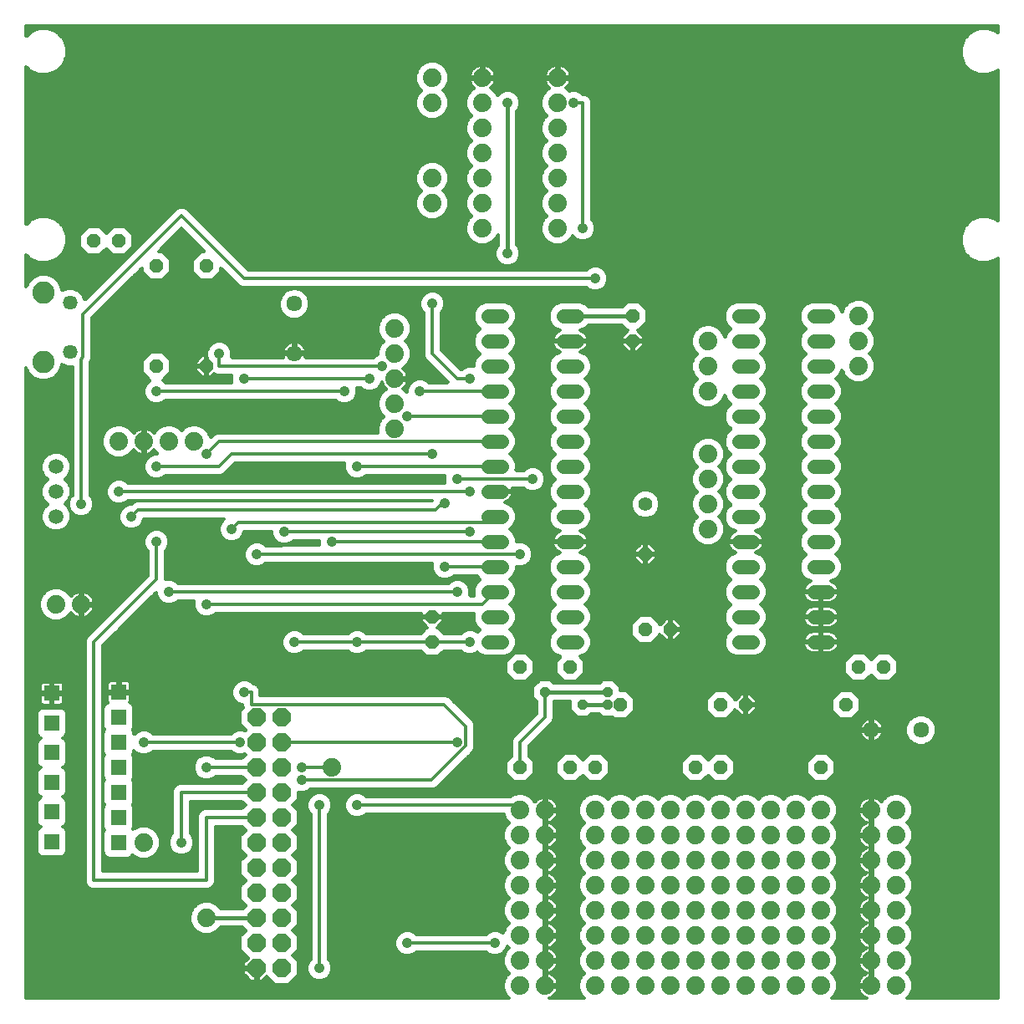
<source format=gbl>
G75*
%MOIN*%
%OFA0B0*%
%FSLAX25Y25*%
%IPPOS*%
%LPD*%
%AMOC8*
5,1,8,0,0,1.08239X$1,22.5*
%
%ADD10C,0.05600*%
%ADD11C,0.05746*%
%ADD12C,0.08858*%
%ADD13C,0.07400*%
%ADD14C,0.05943*%
%ADD15OC8,0.05600*%
%ADD16C,0.06337*%
%ADD17C,0.05600*%
%ADD18R,0.06337X0.06337*%
%ADD19OC8,0.07400*%
%ADD20C,0.01600*%
%ADD21C,0.01200*%
%ADD22C,0.04165*%
%ADD23OC8,0.04165*%
D10*
X0293450Y0146800D02*
X0299050Y0146800D01*
X0299050Y0156800D02*
X0293450Y0156800D01*
X0293450Y0166800D02*
X0299050Y0166800D01*
X0299050Y0176800D02*
X0293450Y0176800D01*
X0293450Y0186800D02*
X0299050Y0186800D01*
X0299050Y0196800D02*
X0293450Y0196800D01*
X0293450Y0206800D02*
X0299050Y0206800D01*
X0299050Y0216800D02*
X0293450Y0216800D01*
X0293450Y0226800D02*
X0299050Y0226800D01*
X0299050Y0236800D02*
X0293450Y0236800D01*
X0293450Y0246800D02*
X0299050Y0246800D01*
X0299050Y0256800D02*
X0293450Y0256800D01*
X0293450Y0266800D02*
X0299050Y0266800D01*
X0299050Y0276800D02*
X0293450Y0276800D01*
X0323450Y0276800D02*
X0329050Y0276800D01*
X0329050Y0266800D02*
X0323450Y0266800D01*
X0323450Y0256800D02*
X0329050Y0256800D01*
X0329050Y0246800D02*
X0323450Y0246800D01*
X0323450Y0236800D02*
X0329050Y0236800D01*
X0329050Y0226800D02*
X0323450Y0226800D01*
X0323450Y0216800D02*
X0329050Y0216800D01*
X0329050Y0206800D02*
X0323450Y0206800D01*
X0323450Y0196800D02*
X0329050Y0196800D01*
X0329050Y0186800D02*
X0323450Y0186800D01*
X0323450Y0176800D02*
X0329050Y0176800D01*
X0329050Y0166800D02*
X0323450Y0166800D01*
X0323450Y0156800D02*
X0329050Y0156800D01*
X0329050Y0146800D02*
X0323450Y0146800D01*
X0393450Y0146800D02*
X0399050Y0146800D01*
X0399050Y0156800D02*
X0393450Y0156800D01*
X0393450Y0166800D02*
X0399050Y0166800D01*
X0399050Y0176800D02*
X0393450Y0176800D01*
X0393450Y0186800D02*
X0399050Y0186800D01*
X0399050Y0196800D02*
X0393450Y0196800D01*
X0393450Y0206800D02*
X0399050Y0206800D01*
X0399050Y0216800D02*
X0393450Y0216800D01*
X0393450Y0226800D02*
X0399050Y0226800D01*
X0399050Y0236800D02*
X0393450Y0236800D01*
X0393450Y0246800D02*
X0399050Y0246800D01*
X0399050Y0256800D02*
X0393450Y0256800D01*
X0393450Y0266800D02*
X0399050Y0266800D01*
X0399050Y0276800D02*
X0393450Y0276800D01*
X0423450Y0276800D02*
X0429050Y0276800D01*
X0429050Y0266800D02*
X0423450Y0266800D01*
X0423450Y0256800D02*
X0429050Y0256800D01*
X0429050Y0246800D02*
X0423450Y0246800D01*
X0423450Y0236800D02*
X0429050Y0236800D01*
X0429050Y0226800D02*
X0423450Y0226800D01*
X0423450Y0216800D02*
X0429050Y0216800D01*
X0429050Y0206800D02*
X0423450Y0206800D01*
X0423450Y0196800D02*
X0429050Y0196800D01*
X0429050Y0186800D02*
X0423450Y0186800D01*
X0423450Y0176800D02*
X0429050Y0176800D01*
X0429050Y0166800D02*
X0423450Y0166800D01*
X0423450Y0156800D02*
X0429050Y0156800D01*
X0429050Y0146800D02*
X0423450Y0146800D01*
D11*
X0126880Y0262457D03*
X0126880Y0282143D03*
D12*
X0116250Y0286080D03*
X0116250Y0258520D03*
D13*
X0146250Y0226800D03*
X0156250Y0226800D03*
X0166250Y0226800D03*
X0176250Y0226800D03*
X0256250Y0231800D03*
X0256250Y0241800D03*
X0256250Y0251800D03*
X0256250Y0261800D03*
X0256250Y0271800D03*
X0291250Y0311800D03*
X0291250Y0321800D03*
X0291250Y0331800D03*
X0291250Y0341800D03*
X0291250Y0351800D03*
X0291250Y0361800D03*
X0291250Y0371800D03*
X0271250Y0371800D03*
X0271250Y0361800D03*
X0271250Y0331800D03*
X0271250Y0321800D03*
X0321250Y0321800D03*
X0321250Y0311800D03*
X0321250Y0331800D03*
X0321250Y0341800D03*
X0321250Y0351800D03*
X0321250Y0361800D03*
X0321250Y0371800D03*
X0441250Y0276800D03*
X0441250Y0266800D03*
X0441250Y0256800D03*
X0381250Y0256800D03*
X0381250Y0266800D03*
X0381250Y0246800D03*
X0381250Y0221800D03*
X0381250Y0211800D03*
X0381250Y0201800D03*
X0381250Y0191800D03*
X0376250Y0079800D03*
X0366250Y0079800D03*
X0356250Y0079800D03*
X0346250Y0079800D03*
X0336250Y0079800D03*
X0336250Y0069800D03*
X0336250Y0059800D03*
X0346250Y0059800D03*
X0346250Y0069800D03*
X0356250Y0069800D03*
X0356250Y0059800D03*
X0366250Y0059800D03*
X0366250Y0069800D03*
X0376250Y0069800D03*
X0376250Y0059800D03*
X0386250Y0059800D03*
X0386250Y0069800D03*
X0396250Y0069800D03*
X0396250Y0059800D03*
X0406250Y0059800D03*
X0406250Y0069800D03*
X0416250Y0069800D03*
X0416250Y0059800D03*
X0426250Y0059800D03*
X0426250Y0069800D03*
X0426250Y0079800D03*
X0416250Y0079800D03*
X0406250Y0079800D03*
X0396250Y0079800D03*
X0386250Y0079800D03*
X0386250Y0049800D03*
X0376250Y0049800D03*
X0366250Y0049800D03*
X0356250Y0049800D03*
X0346250Y0049800D03*
X0336250Y0049800D03*
X0336250Y0039800D03*
X0336250Y0029800D03*
X0346250Y0029800D03*
X0346250Y0039800D03*
X0356250Y0039800D03*
X0356250Y0029800D03*
X0366250Y0029800D03*
X0366250Y0039800D03*
X0376250Y0039800D03*
X0376250Y0029800D03*
X0386250Y0029800D03*
X0386250Y0039800D03*
X0396250Y0039800D03*
X0396250Y0029800D03*
X0406250Y0029800D03*
X0406250Y0039800D03*
X0416250Y0039800D03*
X0416250Y0029800D03*
X0426250Y0029800D03*
X0426250Y0039800D03*
X0426250Y0049800D03*
X0416250Y0049800D03*
X0406250Y0049800D03*
X0396250Y0049800D03*
X0396250Y0019800D03*
X0396250Y0009800D03*
X0386250Y0009800D03*
X0386250Y0019800D03*
X0376250Y0019800D03*
X0376250Y0009800D03*
X0366250Y0009800D03*
X0366250Y0019800D03*
X0356250Y0019800D03*
X0356250Y0009800D03*
X0346250Y0009800D03*
X0346250Y0019800D03*
X0336250Y0019800D03*
X0336250Y0009800D03*
X0316250Y0009800D03*
X0316250Y0019800D03*
X0306250Y0019800D03*
X0306250Y0009800D03*
X0306250Y0029800D03*
X0306250Y0039800D03*
X0316250Y0039800D03*
X0316250Y0029800D03*
X0316250Y0049800D03*
X0306250Y0049800D03*
X0306250Y0059800D03*
X0306250Y0069800D03*
X0316250Y0069800D03*
X0316250Y0059800D03*
X0316250Y0079800D03*
X0306250Y0079800D03*
X0231250Y0096800D03*
X0156250Y0066800D03*
X0181250Y0036800D03*
X0131250Y0161800D03*
X0121250Y0161800D03*
X0406250Y0019800D03*
X0406250Y0009800D03*
X0416250Y0009800D03*
X0416250Y0019800D03*
X0426250Y0019800D03*
X0426250Y0009800D03*
X0446250Y0009800D03*
X0446250Y0019800D03*
X0456250Y0019800D03*
X0456250Y0009800D03*
X0456250Y0029800D03*
X0456250Y0039800D03*
X0446250Y0039800D03*
X0446250Y0029800D03*
X0446250Y0049800D03*
X0456250Y0049800D03*
X0456250Y0059800D03*
X0456250Y0069800D03*
X0446250Y0069800D03*
X0446250Y0059800D03*
X0446250Y0079800D03*
X0456250Y0079800D03*
D14*
X0121250Y0196957D03*
X0121250Y0206800D03*
X0121250Y0216643D03*
D15*
X0161250Y0256800D03*
X0181250Y0256800D03*
X0181250Y0296800D03*
X0161250Y0296800D03*
X0146250Y0306800D03*
X0136250Y0306800D03*
X0271250Y0156800D03*
X0271250Y0146800D03*
X0306250Y0136800D03*
X0326250Y0136800D03*
X0346250Y0121800D03*
X0336250Y0096800D03*
X0326250Y0096800D03*
X0306250Y0096800D03*
X0376250Y0096800D03*
X0386250Y0096800D03*
X0386250Y0121800D03*
X0396250Y0121800D03*
X0426250Y0096800D03*
X0436250Y0121800D03*
X0441250Y0136800D03*
X0451250Y0136800D03*
X0366250Y0151800D03*
X0356250Y0151800D03*
X0356250Y0181800D03*
X0351250Y0266800D03*
X0351250Y0276800D03*
D16*
X0216250Y0281643D03*
X0216250Y0261957D03*
X0446407Y0111800D03*
X0466093Y0111800D03*
D17*
X0356250Y0201800D03*
D18*
X0146250Y0126800D03*
X0146250Y0116800D03*
X0146250Y0106800D03*
X0146250Y0096800D03*
X0146250Y0086800D03*
X0146250Y0076800D03*
X0146250Y0066800D03*
X0119557Y0067272D03*
X0119557Y0079083D03*
X0119557Y0090894D03*
X0119557Y0102706D03*
X0119557Y0114517D03*
X0119557Y0126328D03*
D19*
X0201250Y0116800D03*
X0211250Y0116800D03*
X0211250Y0106800D03*
X0211250Y0096800D03*
X0201250Y0096800D03*
X0201250Y0106800D03*
X0201250Y0086800D03*
X0201250Y0076800D03*
X0211250Y0076800D03*
X0211250Y0086800D03*
X0211250Y0066800D03*
X0211250Y0056800D03*
X0201250Y0056800D03*
X0201250Y0066800D03*
X0201250Y0046800D03*
X0201250Y0036800D03*
X0211250Y0036800D03*
X0211250Y0046800D03*
X0211250Y0026800D03*
X0211250Y0016800D03*
X0201250Y0016800D03*
X0201250Y0026800D03*
D20*
X0196492Y0031800D02*
X0194350Y0029658D01*
X0194350Y0023942D01*
X0197482Y0020810D01*
X0195750Y0019078D01*
X0195750Y0017000D01*
X0201050Y0017000D01*
X0201050Y0016600D01*
X0201450Y0016600D01*
X0201450Y0011300D01*
X0203528Y0011300D01*
X0205260Y0013032D01*
X0208392Y0009900D01*
X0214108Y0009900D01*
X0218150Y0013942D01*
X0218150Y0019658D01*
X0216008Y0021800D01*
X0218150Y0023942D01*
X0218150Y0029658D01*
X0216008Y0031800D01*
X0218150Y0033942D01*
X0218150Y0039658D01*
X0216008Y0041800D01*
X0218150Y0043942D01*
X0218150Y0049658D01*
X0216008Y0051800D01*
X0218150Y0053942D01*
X0218150Y0059658D01*
X0216008Y0061800D01*
X0218150Y0063942D01*
X0218150Y0069658D01*
X0216008Y0071800D01*
X0218150Y0073942D01*
X0218150Y0079658D01*
X0216008Y0081800D01*
X0218150Y0083942D01*
X0218150Y0086538D01*
X0218199Y0086517D01*
X0220301Y0086517D01*
X0222242Y0087322D01*
X0222821Y0087900D01*
X0271831Y0087900D01*
X0273228Y0088479D01*
X0274297Y0089547D01*
X0274297Y0089547D01*
X0286885Y0102136D01*
X0286885Y0102136D01*
X0287954Y0103205D01*
X0288533Y0104602D01*
X0288533Y0113998D01*
X0287954Y0115395D01*
X0286885Y0116464D01*
X0278228Y0125121D01*
X0276831Y0125700D01*
X0202937Y0125700D01*
X0202937Y0127556D01*
X0202359Y0128953D01*
X0201290Y0130021D01*
X0199940Y0130581D01*
X0199242Y0131278D01*
X0197301Y0132083D01*
X0195199Y0132083D01*
X0193258Y0131278D01*
X0191772Y0129792D01*
X0190967Y0127851D01*
X0190967Y0125749D01*
X0191772Y0123808D01*
X0193258Y0122322D01*
X0195199Y0121517D01*
X0195337Y0121517D01*
X0195337Y0121144D01*
X0195484Y0120792D01*
X0194350Y0119658D01*
X0194350Y0113942D01*
X0196492Y0111800D01*
X0196484Y0111792D01*
X0195783Y0112083D01*
X0193682Y0112083D01*
X0191740Y0111278D01*
X0191062Y0110600D01*
X0159921Y0110600D01*
X0159242Y0111278D01*
X0157301Y0112083D01*
X0155199Y0112083D01*
X0153258Y0111278D01*
X0152608Y0110629D01*
X0152131Y0111781D01*
X0152112Y0111800D01*
X0152131Y0111819D01*
X0152618Y0112995D01*
X0152618Y0120605D01*
X0152131Y0121781D01*
X0151231Y0122681D01*
X0151003Y0122776D01*
X0151096Y0122937D01*
X0151218Y0123395D01*
X0151218Y0126616D01*
X0146434Y0126616D01*
X0146434Y0126984D01*
X0146066Y0126984D01*
X0146066Y0126616D01*
X0141281Y0126616D01*
X0141281Y0123395D01*
X0141404Y0122937D01*
X0141497Y0122776D01*
X0141269Y0122681D01*
X0140369Y0121781D01*
X0140050Y0121012D01*
X0140050Y0145226D01*
X0145903Y0151079D01*
X0148403Y0153579D01*
X0160967Y0166143D01*
X0160967Y0165749D01*
X0161772Y0163808D01*
X0163258Y0162322D01*
X0165199Y0161517D01*
X0167301Y0161517D01*
X0169242Y0162322D01*
X0169921Y0163000D01*
X0176029Y0163000D01*
X0175967Y0162851D01*
X0175967Y0160749D01*
X0176772Y0158808D01*
X0178258Y0157322D01*
X0180199Y0156517D01*
X0182301Y0156517D01*
X0184242Y0157322D01*
X0184921Y0158000D01*
X0266650Y0158000D01*
X0266650Y0156800D01*
X0271250Y0156800D01*
X0275850Y0156800D01*
X0275850Y0158000D01*
X0287453Y0158000D01*
X0287450Y0157993D01*
X0287450Y0155607D01*
X0288363Y0153401D01*
X0289965Y0151800D01*
X0289343Y0151178D01*
X0289242Y0151278D01*
X0287301Y0152083D01*
X0285199Y0152083D01*
X0283258Y0151278D01*
X0282579Y0150600D01*
X0275935Y0150600D01*
X0273745Y0152790D01*
X0275850Y0154895D01*
X0275850Y0156800D01*
X0271250Y0156800D01*
X0271250Y0156800D01*
X0271250Y0156800D01*
X0266650Y0156800D01*
X0266650Y0154895D01*
X0268755Y0152790D01*
X0266565Y0150600D01*
X0244921Y0150600D01*
X0244242Y0151278D01*
X0242301Y0152083D01*
X0240199Y0152083D01*
X0238258Y0151278D01*
X0237579Y0150600D01*
X0219921Y0150600D01*
X0219242Y0151278D01*
X0217301Y0152083D01*
X0215199Y0152083D01*
X0213258Y0151278D01*
X0211772Y0149792D01*
X0210967Y0147851D01*
X0210967Y0145749D01*
X0211772Y0143808D01*
X0213258Y0142322D01*
X0215199Y0141517D01*
X0217301Y0141517D01*
X0219242Y0142322D01*
X0219921Y0143000D01*
X0237579Y0143000D01*
X0238258Y0142322D01*
X0240199Y0141517D01*
X0242301Y0141517D01*
X0244242Y0142322D01*
X0244921Y0143000D01*
X0266565Y0143000D01*
X0268765Y0140800D01*
X0273735Y0140800D01*
X0275935Y0143000D01*
X0282579Y0143000D01*
X0283258Y0142322D01*
X0285199Y0141517D01*
X0287301Y0141517D01*
X0289242Y0142322D01*
X0289343Y0142422D01*
X0290051Y0141713D01*
X0292257Y0140800D01*
X0300243Y0140800D01*
X0302449Y0141713D01*
X0304137Y0143401D01*
X0305050Y0145607D01*
X0305050Y0147993D01*
X0304137Y0150199D01*
X0302535Y0151800D01*
X0304137Y0153401D01*
X0305050Y0155607D01*
X0305050Y0157993D01*
X0304137Y0160199D01*
X0302535Y0161800D01*
X0304137Y0163401D01*
X0305050Y0165607D01*
X0305050Y0167993D01*
X0304137Y0170199D01*
X0302535Y0171800D01*
X0304137Y0173401D01*
X0305050Y0175607D01*
X0305050Y0176579D01*
X0305199Y0176517D01*
X0307301Y0176517D01*
X0309242Y0177322D01*
X0310728Y0178808D01*
X0311533Y0180749D01*
X0311533Y0182851D01*
X0310728Y0184792D01*
X0309242Y0186278D01*
X0307301Y0187083D01*
X0305199Y0187083D01*
X0305050Y0187021D01*
X0305050Y0187993D01*
X0304137Y0190199D01*
X0302535Y0191800D01*
X0304137Y0193401D01*
X0305050Y0195607D01*
X0305050Y0197993D01*
X0304137Y0200199D01*
X0302449Y0201887D01*
X0300844Y0202551D01*
X0301461Y0202866D01*
X0302047Y0203291D01*
X0302559Y0203803D01*
X0302984Y0204389D01*
X0303313Y0205034D01*
X0303537Y0205723D01*
X0303650Y0206438D01*
X0303650Y0206800D01*
X0303650Y0207162D01*
X0303537Y0207877D01*
X0303497Y0208000D01*
X0307579Y0208000D01*
X0308258Y0207322D01*
X0310199Y0206517D01*
X0312301Y0206517D01*
X0314242Y0207322D01*
X0315728Y0208808D01*
X0316533Y0210749D01*
X0316533Y0212851D01*
X0315728Y0214792D01*
X0314242Y0216278D01*
X0312301Y0217083D01*
X0310199Y0217083D01*
X0308258Y0216278D01*
X0307579Y0215600D01*
X0305047Y0215600D01*
X0305050Y0215607D01*
X0305050Y0217993D01*
X0304137Y0220199D01*
X0302535Y0221800D01*
X0304137Y0223401D01*
X0305050Y0225607D01*
X0305050Y0227993D01*
X0304137Y0230199D01*
X0302535Y0231800D01*
X0304137Y0233401D01*
X0305050Y0235607D01*
X0305050Y0237993D01*
X0304137Y0240199D01*
X0302535Y0241800D01*
X0304137Y0243401D01*
X0305050Y0245607D01*
X0305050Y0247993D01*
X0304137Y0250199D01*
X0302535Y0251800D01*
X0304137Y0253401D01*
X0305050Y0255607D01*
X0305050Y0257993D01*
X0304137Y0260199D01*
X0302535Y0261800D01*
X0304137Y0263401D01*
X0305050Y0265607D01*
X0305050Y0267993D01*
X0304137Y0270199D01*
X0302535Y0271800D01*
X0304137Y0273401D01*
X0305050Y0275607D01*
X0305050Y0277993D01*
X0304137Y0280199D01*
X0302449Y0281887D01*
X0300243Y0282800D01*
X0292257Y0282800D01*
X0290051Y0281887D01*
X0288363Y0280199D01*
X0287450Y0277993D01*
X0287450Y0275607D01*
X0288363Y0273401D01*
X0289965Y0271800D01*
X0288363Y0270199D01*
X0287450Y0267993D01*
X0287450Y0265607D01*
X0288363Y0263401D01*
X0289965Y0261800D01*
X0288363Y0260199D01*
X0287450Y0257993D01*
X0287450Y0257021D01*
X0287301Y0257083D01*
X0285199Y0257083D01*
X0283258Y0256278D01*
X0282702Y0255722D01*
X0275050Y0263374D01*
X0275050Y0278129D01*
X0275728Y0278808D01*
X0276533Y0280749D01*
X0276533Y0282851D01*
X0275728Y0284792D01*
X0274242Y0286278D01*
X0272301Y0287083D01*
X0270199Y0287083D01*
X0268258Y0286278D01*
X0266772Y0284792D01*
X0265967Y0282851D01*
X0265967Y0280749D01*
X0266772Y0278808D01*
X0267450Y0278129D01*
X0267450Y0261044D01*
X0268029Y0259647D01*
X0277076Y0250600D01*
X0269921Y0250600D01*
X0269242Y0251278D01*
X0267301Y0252083D01*
X0265199Y0252083D01*
X0263258Y0251278D01*
X0261772Y0249792D01*
X0260967Y0247851D01*
X0260967Y0246841D01*
X0260159Y0247650D01*
X0259960Y0247732D01*
X0260445Y0248217D01*
X0260954Y0248917D01*
X0261347Y0249689D01*
X0261615Y0250512D01*
X0261750Y0251367D01*
X0261750Y0251600D01*
X0256450Y0251600D01*
X0256450Y0252000D01*
X0261750Y0252000D01*
X0261750Y0252233D01*
X0261615Y0253088D01*
X0261347Y0253911D01*
X0260954Y0254683D01*
X0260445Y0255383D01*
X0259960Y0255868D01*
X0260159Y0255950D01*
X0262100Y0257891D01*
X0263150Y0260427D01*
X0263150Y0263172D01*
X0262100Y0265709D01*
X0261008Y0266800D01*
X0262100Y0267891D01*
X0263150Y0270427D01*
X0263150Y0273172D01*
X0262100Y0275709D01*
X0260159Y0277650D01*
X0257622Y0278700D01*
X0254877Y0278700D01*
X0252341Y0277650D01*
X0250400Y0275709D01*
X0249350Y0273172D01*
X0249350Y0270427D01*
X0250400Y0267891D01*
X0251492Y0266800D01*
X0250400Y0265709D01*
X0249350Y0263172D01*
X0249350Y0261731D01*
X0248258Y0261278D01*
X0247579Y0260600D01*
X0221033Y0260600D01*
X0221096Y0260794D01*
X0221218Y0261566D01*
X0221218Y0261773D01*
X0216434Y0261773D01*
X0216434Y0262142D01*
X0216066Y0262142D01*
X0216066Y0266926D01*
X0215859Y0266926D01*
X0215087Y0266804D01*
X0214343Y0266562D01*
X0213646Y0266207D01*
X0213013Y0265747D01*
X0212460Y0265194D01*
X0212001Y0264562D01*
X0211646Y0263865D01*
X0211404Y0263121D01*
X0211281Y0262349D01*
X0211281Y0262142D01*
X0216066Y0262142D01*
X0216066Y0261773D01*
X0211281Y0261773D01*
X0211281Y0261566D01*
X0211404Y0260794D01*
X0211467Y0260600D01*
X0191471Y0260600D01*
X0191533Y0260749D01*
X0191533Y0262851D01*
X0190728Y0264792D01*
X0189242Y0266278D01*
X0187301Y0267083D01*
X0185199Y0267083D01*
X0183258Y0266278D01*
X0181772Y0264792D01*
X0180967Y0262851D01*
X0180967Y0261400D01*
X0179345Y0261400D01*
X0176650Y0258705D01*
X0176650Y0256800D01*
X0181250Y0256800D01*
X0181250Y0252200D01*
X0183155Y0252200D01*
X0184406Y0253451D01*
X0185494Y0253000D01*
X0191029Y0253000D01*
X0190967Y0252851D01*
X0190967Y0250749D01*
X0191029Y0250600D01*
X0164921Y0250600D01*
X0164242Y0251278D01*
X0164222Y0251287D01*
X0167250Y0254315D01*
X0167250Y0259285D01*
X0163735Y0262800D01*
X0158765Y0262800D01*
X0155250Y0259285D01*
X0155250Y0254315D01*
X0158278Y0251287D01*
X0158258Y0251278D01*
X0156772Y0249792D01*
X0155967Y0247851D01*
X0155967Y0245749D01*
X0156772Y0243808D01*
X0158258Y0242322D01*
X0160199Y0241517D01*
X0162301Y0241517D01*
X0164242Y0242322D01*
X0164921Y0243000D01*
X0232579Y0243000D01*
X0233258Y0242322D01*
X0235199Y0241517D01*
X0237301Y0241517D01*
X0239242Y0242322D01*
X0240728Y0243808D01*
X0241533Y0245749D01*
X0241533Y0247851D01*
X0241471Y0248000D01*
X0242579Y0248000D01*
X0243258Y0247322D01*
X0245199Y0246517D01*
X0247301Y0246517D01*
X0249242Y0247322D01*
X0250728Y0248808D01*
X0251127Y0249769D01*
X0251153Y0249689D01*
X0251546Y0248917D01*
X0252055Y0248217D01*
X0252540Y0247732D01*
X0252341Y0247650D01*
X0250400Y0245709D01*
X0249350Y0243172D01*
X0249350Y0240427D01*
X0250400Y0237891D01*
X0251492Y0236800D01*
X0250400Y0235709D01*
X0249350Y0233172D01*
X0249350Y0230500D01*
X0185394Y0230500D01*
X0183997Y0229921D01*
X0182929Y0228853D01*
X0182886Y0228810D01*
X0182100Y0230709D01*
X0180159Y0232650D01*
X0177622Y0233700D01*
X0174877Y0233700D01*
X0172341Y0232650D01*
X0171250Y0231558D01*
X0170159Y0232650D01*
X0167622Y0233700D01*
X0164877Y0233700D01*
X0162341Y0232650D01*
X0160400Y0230709D01*
X0160318Y0230510D01*
X0159833Y0230995D01*
X0159133Y0231504D01*
X0158361Y0231897D01*
X0157538Y0232165D01*
X0156683Y0232300D01*
X0156450Y0232300D01*
X0156450Y0227000D01*
X0156050Y0227000D01*
X0156050Y0232300D01*
X0155817Y0232300D01*
X0154962Y0232165D01*
X0154139Y0231897D01*
X0153367Y0231504D01*
X0152667Y0230995D01*
X0152182Y0230510D01*
X0152100Y0230709D01*
X0150159Y0232650D01*
X0147622Y0233700D01*
X0144877Y0233700D01*
X0142341Y0232650D01*
X0140400Y0230709D01*
X0139350Y0228172D01*
X0139350Y0225427D01*
X0140400Y0222891D01*
X0142341Y0220950D01*
X0144877Y0219900D01*
X0147622Y0219900D01*
X0150159Y0220950D01*
X0152100Y0222891D01*
X0152182Y0223090D01*
X0152667Y0222605D01*
X0153367Y0222096D01*
X0154139Y0221703D01*
X0154962Y0221435D01*
X0155817Y0221300D01*
X0156050Y0221300D01*
X0156050Y0226600D01*
X0156450Y0226600D01*
X0156450Y0221300D01*
X0156683Y0221300D01*
X0157538Y0221435D01*
X0158361Y0221703D01*
X0159133Y0222096D01*
X0159833Y0222605D01*
X0160318Y0223090D01*
X0160400Y0222891D01*
X0161209Y0222083D01*
X0160199Y0222083D01*
X0158258Y0221278D01*
X0156772Y0219792D01*
X0155967Y0217851D01*
X0155967Y0215749D01*
X0156772Y0213808D01*
X0158258Y0212322D01*
X0160199Y0211517D01*
X0162301Y0211517D01*
X0164242Y0212322D01*
X0164921Y0213000D01*
X0187006Y0213000D01*
X0188403Y0213579D01*
X0192824Y0218000D01*
X0236029Y0218000D01*
X0235967Y0217851D01*
X0235967Y0215749D01*
X0236772Y0213808D01*
X0238258Y0212322D01*
X0240199Y0211517D01*
X0242301Y0211517D01*
X0244242Y0212322D01*
X0244921Y0213000D01*
X0276029Y0213000D01*
X0275967Y0212851D01*
X0275967Y0210749D01*
X0276029Y0210600D01*
X0149921Y0210600D01*
X0149242Y0211278D01*
X0147301Y0212083D01*
X0145199Y0212083D01*
X0143258Y0211278D01*
X0141772Y0209792D01*
X0140967Y0207851D01*
X0140967Y0205749D01*
X0141772Y0203808D01*
X0143258Y0202322D01*
X0145199Y0201517D01*
X0147301Y0201517D01*
X0149242Y0202322D01*
X0149921Y0203000D01*
X0152485Y0203000D01*
X0151786Y0202710D01*
X0151159Y0202083D01*
X0150199Y0202083D01*
X0148258Y0201278D01*
X0146772Y0199792D01*
X0145967Y0197851D01*
X0145967Y0195749D01*
X0146772Y0193808D01*
X0148258Y0192322D01*
X0150199Y0191517D01*
X0152301Y0191517D01*
X0154242Y0192322D01*
X0155728Y0193808D01*
X0156508Y0195689D01*
X0187668Y0195689D01*
X0186772Y0194792D01*
X0185967Y0192851D01*
X0185967Y0190749D01*
X0186772Y0188808D01*
X0188258Y0187322D01*
X0190199Y0186517D01*
X0192301Y0186517D01*
X0194242Y0187322D01*
X0195728Y0188808D01*
X0196508Y0190689D01*
X0206967Y0190689D01*
X0206967Y0189749D01*
X0207772Y0187808D01*
X0209258Y0186322D01*
X0211000Y0185600D01*
X0204921Y0185600D01*
X0204242Y0186278D01*
X0202301Y0187083D01*
X0200199Y0187083D01*
X0198258Y0186278D01*
X0196772Y0184792D01*
X0195967Y0182851D01*
X0195967Y0180749D01*
X0196772Y0178808D01*
X0198258Y0177322D01*
X0200199Y0176517D01*
X0202301Y0176517D01*
X0204242Y0177322D01*
X0204921Y0178000D01*
X0271029Y0178000D01*
X0270967Y0177851D01*
X0270967Y0175749D01*
X0271772Y0173808D01*
X0273258Y0172322D01*
X0275199Y0171517D01*
X0277301Y0171517D01*
X0279242Y0172322D01*
X0279921Y0173000D01*
X0288765Y0173000D01*
X0289965Y0171800D01*
X0288363Y0170199D01*
X0287450Y0167993D01*
X0287450Y0165607D01*
X0287453Y0165600D01*
X0286471Y0165600D01*
X0286533Y0165749D01*
X0286533Y0167851D01*
X0285728Y0169792D01*
X0284242Y0171278D01*
X0282301Y0172083D01*
X0280199Y0172083D01*
X0278258Y0171278D01*
X0277579Y0170600D01*
X0169921Y0170600D01*
X0169242Y0171278D01*
X0167301Y0172083D01*
X0165199Y0172083D01*
X0165050Y0172021D01*
X0165050Y0183129D01*
X0165728Y0183808D01*
X0166533Y0185749D01*
X0166533Y0187851D01*
X0165728Y0189792D01*
X0164242Y0191278D01*
X0162301Y0192083D01*
X0160199Y0192083D01*
X0158258Y0191278D01*
X0156772Y0189792D01*
X0155967Y0187851D01*
X0155967Y0185749D01*
X0156772Y0183808D01*
X0157450Y0183129D01*
X0157450Y0173374D01*
X0143029Y0158953D01*
X0140529Y0156453D01*
X0134097Y0150021D01*
X0133029Y0148953D01*
X0132450Y0147556D01*
X0132450Y0051044D01*
X0133029Y0049647D01*
X0134097Y0048579D01*
X0135494Y0048000D01*
X0182006Y0048000D01*
X0183403Y0048579D01*
X0184471Y0049647D01*
X0185050Y0051044D01*
X0185050Y0073000D01*
X0195292Y0073000D01*
X0196492Y0071800D01*
X0194350Y0069658D01*
X0194350Y0063942D01*
X0196492Y0061800D01*
X0194350Y0059658D01*
X0194350Y0053942D01*
X0196492Y0051800D01*
X0194350Y0049658D01*
X0194350Y0043942D01*
X0196492Y0041800D01*
X0195492Y0040800D01*
X0187008Y0040800D01*
X0185159Y0042650D01*
X0182622Y0043700D01*
X0179877Y0043700D01*
X0177341Y0042650D01*
X0175400Y0040709D01*
X0174350Y0038172D01*
X0174350Y0035427D01*
X0175400Y0032891D01*
X0177341Y0030950D01*
X0179877Y0029900D01*
X0182622Y0029900D01*
X0185159Y0030950D01*
X0187008Y0032800D01*
X0195492Y0032800D01*
X0196492Y0031800D01*
X0196120Y0032172D02*
X0186380Y0032172D01*
X0184248Y0030573D02*
X0195265Y0030573D01*
X0194350Y0028975D02*
X0109450Y0028975D01*
X0109450Y0030573D02*
X0178252Y0030573D01*
X0176120Y0032172D02*
X0109450Y0032172D01*
X0109450Y0033770D02*
X0175036Y0033770D01*
X0174374Y0035369D02*
X0109450Y0035369D01*
X0109450Y0036967D02*
X0174350Y0036967D01*
X0174513Y0038566D02*
X0109450Y0038566D01*
X0109450Y0040164D02*
X0175175Y0040164D01*
X0176455Y0041763D02*
X0109450Y0041763D01*
X0109450Y0043361D02*
X0179060Y0043361D01*
X0183440Y0043361D02*
X0194931Y0043361D01*
X0194350Y0044960D02*
X0109450Y0044960D01*
X0109450Y0046558D02*
X0194350Y0046558D01*
X0194350Y0048157D02*
X0182384Y0048157D01*
X0184516Y0049755D02*
X0194447Y0049755D01*
X0196046Y0051354D02*
X0185050Y0051354D01*
X0185050Y0052952D02*
X0195340Y0052952D01*
X0194350Y0054551D02*
X0185050Y0054551D01*
X0185050Y0056149D02*
X0194350Y0056149D01*
X0194350Y0057748D02*
X0185050Y0057748D01*
X0185050Y0059346D02*
X0194350Y0059346D01*
X0195637Y0060945D02*
X0185050Y0060945D01*
X0185050Y0062543D02*
X0195748Y0062543D01*
X0194350Y0064142D02*
X0185050Y0064142D01*
X0185050Y0065740D02*
X0194350Y0065740D01*
X0194350Y0067339D02*
X0185050Y0067339D01*
X0185050Y0068937D02*
X0194350Y0068937D01*
X0195228Y0070536D02*
X0185050Y0070536D01*
X0185050Y0072134D02*
X0196157Y0072134D01*
X0216082Y0081726D02*
X0220967Y0081726D01*
X0220967Y0080749D02*
X0221772Y0078808D01*
X0222450Y0078129D01*
X0222450Y0020471D01*
X0221772Y0019792D01*
X0220967Y0017851D01*
X0220967Y0015749D01*
X0221772Y0013808D01*
X0223258Y0012322D01*
X0225199Y0011517D01*
X0227301Y0011517D01*
X0229242Y0012322D01*
X0230728Y0013808D01*
X0231533Y0015749D01*
X0231533Y0017851D01*
X0230728Y0019792D01*
X0230050Y0020471D01*
X0230050Y0078129D01*
X0230728Y0078808D01*
X0231533Y0080749D01*
X0231533Y0082851D01*
X0230728Y0084792D01*
X0229242Y0086278D01*
X0227301Y0087083D01*
X0225199Y0087083D01*
X0223258Y0086278D01*
X0221772Y0084792D01*
X0220967Y0082851D01*
X0220967Y0080749D01*
X0221225Y0080127D02*
X0217681Y0080127D01*
X0218150Y0078529D02*
X0222051Y0078529D01*
X0222450Y0076930D02*
X0218150Y0076930D01*
X0218150Y0075332D02*
X0222450Y0075332D01*
X0222450Y0073733D02*
X0217941Y0073733D01*
X0216343Y0072134D02*
X0222450Y0072134D01*
X0222450Y0070536D02*
X0217272Y0070536D01*
X0218150Y0068937D02*
X0222450Y0068937D01*
X0222450Y0067339D02*
X0218150Y0067339D01*
X0218150Y0065740D02*
X0222450Y0065740D01*
X0222450Y0064142D02*
X0218150Y0064142D01*
X0216751Y0062543D02*
X0222450Y0062543D01*
X0222450Y0060945D02*
X0216863Y0060945D01*
X0218150Y0059346D02*
X0222450Y0059346D01*
X0222450Y0057748D02*
X0218150Y0057748D01*
X0218150Y0056149D02*
X0222450Y0056149D01*
X0222450Y0054551D02*
X0218150Y0054551D01*
X0217160Y0052952D02*
X0222450Y0052952D01*
X0222450Y0051354D02*
X0216454Y0051354D01*
X0218053Y0049755D02*
X0222450Y0049755D01*
X0222450Y0048157D02*
X0218150Y0048157D01*
X0218150Y0046558D02*
X0222450Y0046558D01*
X0222450Y0044960D02*
X0218150Y0044960D01*
X0217569Y0043361D02*
X0222450Y0043361D01*
X0222450Y0041763D02*
X0216045Y0041763D01*
X0217644Y0040164D02*
X0222450Y0040164D01*
X0222450Y0038566D02*
X0218150Y0038566D01*
X0218150Y0036967D02*
X0222450Y0036967D01*
X0222450Y0035369D02*
X0218150Y0035369D01*
X0217978Y0033770D02*
X0222450Y0033770D01*
X0222450Y0032172D02*
X0216380Y0032172D01*
X0217235Y0030573D02*
X0222450Y0030573D01*
X0222450Y0028975D02*
X0218150Y0028975D01*
X0218150Y0027376D02*
X0222450Y0027376D01*
X0222450Y0025778D02*
X0218150Y0025778D01*
X0218150Y0024179D02*
X0222450Y0024179D01*
X0222450Y0022581D02*
X0216789Y0022581D01*
X0216826Y0020982D02*
X0222450Y0020982D01*
X0221602Y0019384D02*
X0218150Y0019384D01*
X0218150Y0017785D02*
X0220967Y0017785D01*
X0220967Y0016187D02*
X0218150Y0016187D01*
X0218150Y0014588D02*
X0221448Y0014588D01*
X0222590Y0012990D02*
X0217198Y0012990D01*
X0215599Y0011391D02*
X0299441Y0011391D01*
X0299350Y0011172D02*
X0299350Y0008427D01*
X0300400Y0005891D01*
X0301292Y0005000D01*
X0109450Y0005000D01*
X0109450Y0255001D01*
X0109782Y0254199D01*
X0111928Y0252053D01*
X0114732Y0250891D01*
X0117768Y0250891D01*
X0120572Y0252053D01*
X0122718Y0254199D01*
X0123879Y0257003D01*
X0123879Y0257127D01*
X0125672Y0256384D01*
X0127450Y0256384D01*
X0127450Y0205471D01*
X0127330Y0205351D01*
X0127422Y0205572D01*
X0127422Y0208028D01*
X0126482Y0210296D01*
X0125057Y0211721D01*
X0126482Y0213147D01*
X0127422Y0215415D01*
X0127422Y0217870D01*
X0126482Y0220138D01*
X0124746Y0221875D01*
X0122478Y0222814D01*
X0120022Y0222814D01*
X0117754Y0221875D01*
X0116018Y0220138D01*
X0115078Y0217870D01*
X0115078Y0215415D01*
X0116018Y0213147D01*
X0117443Y0211721D01*
X0116018Y0210296D01*
X0115078Y0208028D01*
X0115078Y0205572D01*
X0116018Y0203304D01*
X0117443Y0201879D01*
X0116018Y0200453D01*
X0115078Y0198185D01*
X0115078Y0195730D01*
X0116018Y0193462D01*
X0117754Y0191725D01*
X0120022Y0190786D01*
X0122478Y0190786D01*
X0124746Y0191725D01*
X0126482Y0193462D01*
X0127422Y0195730D01*
X0127422Y0198158D01*
X0128258Y0197322D01*
X0130199Y0196517D01*
X0132301Y0196517D01*
X0134242Y0197322D01*
X0135728Y0198808D01*
X0136533Y0200749D01*
X0136533Y0202851D01*
X0135728Y0204792D01*
X0135050Y0205471D01*
X0135050Y0258054D01*
X0135192Y0258196D01*
X0135771Y0259593D01*
X0135771Y0275947D01*
X0155250Y0295426D01*
X0155250Y0294315D01*
X0158765Y0290800D01*
X0163735Y0290800D01*
X0167250Y0294315D01*
X0167250Y0299285D01*
X0163735Y0302800D01*
X0162624Y0302800D01*
X0171250Y0311426D01*
X0179876Y0302800D01*
X0178765Y0302800D01*
X0175250Y0299285D01*
X0175250Y0294315D01*
X0178765Y0290800D01*
X0183735Y0290800D01*
X0187250Y0294315D01*
X0187250Y0295426D01*
X0193029Y0289647D01*
X0194097Y0288579D01*
X0195494Y0288000D01*
X0214957Y0288000D01*
X0212643Y0287041D01*
X0210851Y0285250D01*
X0209881Y0282909D01*
X0209881Y0280376D01*
X0210851Y0278035D01*
X0212643Y0276244D01*
X0214983Y0275274D01*
X0217517Y0275274D01*
X0219857Y0276244D01*
X0221649Y0278035D01*
X0222618Y0280376D01*
X0222618Y0282909D01*
X0221649Y0285250D01*
X0219857Y0287041D01*
X0217543Y0288000D01*
X0332579Y0288000D01*
X0333258Y0287322D01*
X0335199Y0286517D01*
X0337301Y0286517D01*
X0339242Y0287322D01*
X0340728Y0288808D01*
X0341533Y0290749D01*
X0341533Y0292851D01*
X0340728Y0294792D01*
X0339242Y0296278D01*
X0337301Y0297083D01*
X0335199Y0297083D01*
X0333258Y0296278D01*
X0332579Y0295600D01*
X0197824Y0295600D01*
X0174471Y0318953D01*
X0173403Y0320021D01*
X0172006Y0320600D01*
X0170494Y0320600D01*
X0169097Y0320021D01*
X0132799Y0283723D01*
X0132029Y0285583D01*
X0130320Y0287291D01*
X0128088Y0288216D01*
X0125672Y0288216D01*
X0123879Y0287473D01*
X0123879Y0287597D01*
X0122718Y0290401D01*
X0120572Y0292547D01*
X0117768Y0293709D01*
X0114732Y0293709D01*
X0111928Y0292547D01*
X0109782Y0290401D01*
X0109450Y0289599D01*
X0109450Y0300736D01*
X0110897Y0299289D01*
X0114370Y0297850D01*
X0118130Y0297850D01*
X0121603Y0299289D01*
X0124261Y0301947D01*
X0125700Y0305420D01*
X0125700Y0309180D01*
X0124261Y0312653D01*
X0121603Y0315311D01*
X0118130Y0316750D01*
X0114370Y0316750D01*
X0110897Y0315311D01*
X0109450Y0313864D01*
X0109450Y0375736D01*
X0110897Y0374289D01*
X0114370Y0372850D01*
X0118130Y0372850D01*
X0121603Y0374289D01*
X0124261Y0376947D01*
X0125700Y0380420D01*
X0125700Y0384180D01*
X0124261Y0387653D01*
X0121603Y0390311D01*
X0118130Y0391750D01*
X0114370Y0391750D01*
X0110897Y0390311D01*
X0109450Y0388864D01*
X0109450Y0392301D01*
X0496751Y0392301D01*
X0496751Y0390163D01*
X0496603Y0390311D01*
X0493130Y0391750D01*
X0489370Y0391750D01*
X0485897Y0390311D01*
X0483239Y0387653D01*
X0481800Y0384180D01*
X0481800Y0380420D01*
X0483239Y0376947D01*
X0485897Y0374289D01*
X0489370Y0372850D01*
X0493130Y0372850D01*
X0496603Y0374289D01*
X0496751Y0374436D01*
X0496751Y0315163D01*
X0496603Y0315311D01*
X0493130Y0316750D01*
X0489370Y0316750D01*
X0485897Y0315311D01*
X0483239Y0312653D01*
X0481800Y0309180D01*
X0481800Y0305420D01*
X0483239Y0301947D01*
X0485897Y0299289D01*
X0489370Y0297850D01*
X0493130Y0297850D01*
X0496603Y0299289D01*
X0496751Y0299436D01*
X0496751Y0005000D01*
X0461208Y0005000D01*
X0462100Y0005891D01*
X0463150Y0008427D01*
X0463150Y0011172D01*
X0462100Y0013709D01*
X0461008Y0014800D01*
X0462100Y0015891D01*
X0463150Y0018427D01*
X0463150Y0021172D01*
X0462100Y0023709D01*
X0461008Y0024800D01*
X0462100Y0025891D01*
X0463150Y0028427D01*
X0463150Y0031172D01*
X0462100Y0033709D01*
X0461008Y0034800D01*
X0462100Y0035891D01*
X0463150Y0038427D01*
X0463150Y0041172D01*
X0462100Y0043709D01*
X0461008Y0044800D01*
X0462100Y0045891D01*
X0463150Y0048427D01*
X0463150Y0051172D01*
X0462100Y0053709D01*
X0461008Y0054800D01*
X0462100Y0055891D01*
X0463150Y0058427D01*
X0463150Y0061172D01*
X0462100Y0063709D01*
X0461008Y0064800D01*
X0462100Y0065891D01*
X0463150Y0068427D01*
X0463150Y0071172D01*
X0462100Y0073709D01*
X0461008Y0074800D01*
X0462100Y0075891D01*
X0463150Y0078427D01*
X0463150Y0081172D01*
X0462100Y0083709D01*
X0460159Y0085650D01*
X0457622Y0086700D01*
X0454877Y0086700D01*
X0452341Y0085650D01*
X0450400Y0083709D01*
X0450318Y0083510D01*
X0449833Y0083995D01*
X0449133Y0084504D01*
X0448361Y0084897D01*
X0447538Y0085165D01*
X0446683Y0085300D01*
X0446450Y0085300D01*
X0446450Y0080000D01*
X0446050Y0080000D01*
X0446050Y0085300D01*
X0445817Y0085300D01*
X0444962Y0085165D01*
X0444139Y0084897D01*
X0443367Y0084504D01*
X0442667Y0083995D01*
X0442055Y0083383D01*
X0441546Y0082683D01*
X0441153Y0081911D01*
X0440885Y0081088D01*
X0440750Y0080233D01*
X0440750Y0080000D01*
X0446050Y0080000D01*
X0446050Y0079600D01*
X0440750Y0079600D01*
X0440750Y0079367D01*
X0440885Y0078512D01*
X0441153Y0077689D01*
X0441546Y0076917D01*
X0442055Y0076217D01*
X0442667Y0075605D01*
X0443367Y0075096D01*
X0443948Y0074800D01*
X0443367Y0074504D01*
X0442667Y0073995D01*
X0442055Y0073383D01*
X0441546Y0072683D01*
X0441153Y0071911D01*
X0440885Y0071088D01*
X0440750Y0070233D01*
X0440750Y0070000D01*
X0446050Y0070000D01*
X0446050Y0075300D01*
X0446050Y0079600D01*
X0446450Y0079600D01*
X0446450Y0070000D01*
X0446050Y0070000D01*
X0446050Y0069600D01*
X0440750Y0069600D01*
X0440750Y0069367D01*
X0440885Y0068512D01*
X0441153Y0067689D01*
X0441546Y0066917D01*
X0442055Y0066217D01*
X0442667Y0065605D01*
X0443367Y0065096D01*
X0443948Y0064800D01*
X0443367Y0064504D01*
X0442667Y0063995D01*
X0442055Y0063383D01*
X0441546Y0062683D01*
X0441153Y0061911D01*
X0440885Y0061088D01*
X0440750Y0060233D01*
X0440750Y0060000D01*
X0446050Y0060000D01*
X0446050Y0065300D01*
X0446050Y0069600D01*
X0446450Y0069600D01*
X0446450Y0060000D01*
X0446050Y0060000D01*
X0446050Y0059600D01*
X0440750Y0059600D01*
X0440750Y0059367D01*
X0440885Y0058512D01*
X0441153Y0057689D01*
X0441546Y0056917D01*
X0442055Y0056217D01*
X0442667Y0055605D01*
X0443367Y0055096D01*
X0443948Y0054800D01*
X0443367Y0054504D01*
X0442667Y0053995D01*
X0442055Y0053383D01*
X0441546Y0052683D01*
X0441153Y0051911D01*
X0440885Y0051088D01*
X0440750Y0050233D01*
X0440750Y0050000D01*
X0446050Y0050000D01*
X0446050Y0055300D01*
X0446050Y0059600D01*
X0446450Y0059600D01*
X0446450Y0050000D01*
X0446050Y0050000D01*
X0446050Y0049600D01*
X0440750Y0049600D01*
X0440750Y0049367D01*
X0440885Y0048512D01*
X0441153Y0047689D01*
X0441546Y0046917D01*
X0442055Y0046217D01*
X0442667Y0045605D01*
X0443367Y0045096D01*
X0443948Y0044800D01*
X0443367Y0044504D01*
X0442667Y0043995D01*
X0442055Y0043383D01*
X0441546Y0042683D01*
X0441153Y0041911D01*
X0440885Y0041088D01*
X0440750Y0040233D01*
X0440750Y0040000D01*
X0446050Y0040000D01*
X0446050Y0045300D01*
X0446050Y0049600D01*
X0446450Y0049600D01*
X0446450Y0040000D01*
X0446050Y0040000D01*
X0446050Y0039600D01*
X0440750Y0039600D01*
X0440750Y0039367D01*
X0440885Y0038512D01*
X0441153Y0037689D01*
X0441546Y0036917D01*
X0442055Y0036217D01*
X0442667Y0035605D01*
X0443367Y0035096D01*
X0443948Y0034800D01*
X0443367Y0034504D01*
X0442667Y0033995D01*
X0442055Y0033383D01*
X0441546Y0032683D01*
X0441153Y0031911D01*
X0440885Y0031088D01*
X0440750Y0030233D01*
X0440750Y0030000D01*
X0446050Y0030000D01*
X0446050Y0035300D01*
X0446050Y0039600D01*
X0446450Y0039600D01*
X0446450Y0030000D01*
X0446050Y0030000D01*
X0446050Y0029600D01*
X0440750Y0029600D01*
X0440750Y0029367D01*
X0440885Y0028512D01*
X0441153Y0027689D01*
X0441546Y0026917D01*
X0442055Y0026217D01*
X0442667Y0025605D01*
X0443367Y0025096D01*
X0443948Y0024800D01*
X0443367Y0024504D01*
X0442667Y0023995D01*
X0442055Y0023383D01*
X0441546Y0022683D01*
X0441153Y0021911D01*
X0440885Y0021088D01*
X0440750Y0020233D01*
X0440750Y0020000D01*
X0446050Y0020000D01*
X0446050Y0025300D01*
X0446050Y0029600D01*
X0446450Y0029600D01*
X0446450Y0020000D01*
X0446050Y0020000D01*
X0446050Y0019600D01*
X0440750Y0019600D01*
X0440750Y0019367D01*
X0440885Y0018512D01*
X0441153Y0017689D01*
X0441546Y0016917D01*
X0442055Y0016217D01*
X0442667Y0015605D01*
X0443367Y0015096D01*
X0443948Y0014800D01*
X0443367Y0014504D01*
X0442667Y0013995D01*
X0442055Y0013383D01*
X0441546Y0012683D01*
X0441153Y0011911D01*
X0440885Y0011088D01*
X0440750Y0010233D01*
X0440750Y0010000D01*
X0446050Y0010000D01*
X0446050Y0014300D01*
X0446050Y0019600D01*
X0446450Y0019600D01*
X0446450Y0010000D01*
X0446050Y0010000D01*
X0446050Y0009600D01*
X0440750Y0009600D01*
X0440750Y0009367D01*
X0440885Y0008512D01*
X0441153Y0007689D01*
X0441546Y0006917D01*
X0442055Y0006217D01*
X0442667Y0005605D01*
X0443367Y0005096D01*
X0443556Y0005000D01*
X0431208Y0005000D01*
X0432100Y0005891D01*
X0433150Y0008427D01*
X0433150Y0011172D01*
X0432100Y0013709D01*
X0431008Y0014800D01*
X0432100Y0015891D01*
X0433150Y0018427D01*
X0433150Y0021172D01*
X0432100Y0023709D01*
X0431008Y0024800D01*
X0432100Y0025891D01*
X0433150Y0028427D01*
X0433150Y0031172D01*
X0432100Y0033709D01*
X0431008Y0034800D01*
X0432100Y0035891D01*
X0433150Y0038427D01*
X0433150Y0041172D01*
X0432100Y0043709D01*
X0431008Y0044800D01*
X0432100Y0045891D01*
X0433150Y0048427D01*
X0433150Y0051172D01*
X0432100Y0053709D01*
X0431008Y0054800D01*
X0432100Y0055891D01*
X0433150Y0058427D01*
X0433150Y0061172D01*
X0432100Y0063709D01*
X0431008Y0064800D01*
X0432100Y0065891D01*
X0433150Y0068427D01*
X0433150Y0071172D01*
X0432100Y0073709D01*
X0431008Y0074800D01*
X0432100Y0075891D01*
X0433150Y0078427D01*
X0433150Y0081172D01*
X0432100Y0083709D01*
X0430159Y0085650D01*
X0427622Y0086700D01*
X0424877Y0086700D01*
X0422341Y0085650D01*
X0421250Y0084558D01*
X0420159Y0085650D01*
X0417622Y0086700D01*
X0414877Y0086700D01*
X0412341Y0085650D01*
X0411250Y0084558D01*
X0410159Y0085650D01*
X0407622Y0086700D01*
X0404877Y0086700D01*
X0402341Y0085650D01*
X0401250Y0084558D01*
X0400159Y0085650D01*
X0397622Y0086700D01*
X0394877Y0086700D01*
X0392341Y0085650D01*
X0391250Y0084558D01*
X0390159Y0085650D01*
X0387622Y0086700D01*
X0384877Y0086700D01*
X0382341Y0085650D01*
X0381250Y0084558D01*
X0380159Y0085650D01*
X0377622Y0086700D01*
X0374877Y0086700D01*
X0372341Y0085650D01*
X0371250Y0084558D01*
X0370159Y0085650D01*
X0367622Y0086700D01*
X0364877Y0086700D01*
X0362341Y0085650D01*
X0361250Y0084558D01*
X0360159Y0085650D01*
X0357622Y0086700D01*
X0354877Y0086700D01*
X0352341Y0085650D01*
X0351250Y0084558D01*
X0350159Y0085650D01*
X0347622Y0086700D01*
X0344877Y0086700D01*
X0342341Y0085650D01*
X0341250Y0084558D01*
X0340159Y0085650D01*
X0337622Y0086700D01*
X0334877Y0086700D01*
X0332341Y0085650D01*
X0330400Y0083709D01*
X0329350Y0081172D01*
X0329350Y0078427D01*
X0330400Y0075891D01*
X0331492Y0074800D01*
X0330400Y0073709D01*
X0329350Y0071172D01*
X0329350Y0068427D01*
X0330400Y0065891D01*
X0331492Y0064800D01*
X0330400Y0063709D01*
X0329350Y0061172D01*
X0329350Y0058427D01*
X0330400Y0055891D01*
X0331492Y0054800D01*
X0330400Y0053709D01*
X0329350Y0051172D01*
X0329350Y0048427D01*
X0330400Y0045891D01*
X0331492Y0044800D01*
X0330400Y0043709D01*
X0329350Y0041172D01*
X0329350Y0038427D01*
X0330400Y0035891D01*
X0331492Y0034800D01*
X0330400Y0033709D01*
X0329350Y0031172D01*
X0329350Y0028427D01*
X0330400Y0025891D01*
X0331492Y0024800D01*
X0330400Y0023709D01*
X0329350Y0021172D01*
X0329350Y0018427D01*
X0330400Y0015891D01*
X0331492Y0014800D01*
X0330400Y0013709D01*
X0329350Y0011172D01*
X0329350Y0008427D01*
X0330400Y0005891D01*
X0331292Y0005000D01*
X0318944Y0005000D01*
X0319133Y0005096D01*
X0319833Y0005605D01*
X0320445Y0006217D01*
X0320954Y0006917D01*
X0321347Y0007689D01*
X0321615Y0008512D01*
X0321750Y0009367D01*
X0321750Y0009600D01*
X0316450Y0009600D01*
X0316450Y0010000D01*
X0321750Y0010000D01*
X0321750Y0010233D01*
X0321615Y0011088D01*
X0321347Y0011911D01*
X0320954Y0012683D01*
X0320445Y0013383D01*
X0319833Y0013995D01*
X0319133Y0014504D01*
X0318552Y0014800D01*
X0319133Y0015096D01*
X0319833Y0015605D01*
X0320445Y0016217D01*
X0320954Y0016917D01*
X0321347Y0017689D01*
X0321615Y0018512D01*
X0321750Y0019367D01*
X0321750Y0019600D01*
X0316450Y0019600D01*
X0316450Y0020000D01*
X0321750Y0020000D01*
X0321750Y0020233D01*
X0321615Y0021088D01*
X0321347Y0021911D01*
X0320954Y0022683D01*
X0320445Y0023383D01*
X0319833Y0023995D01*
X0319133Y0024504D01*
X0318552Y0024800D01*
X0319133Y0025096D01*
X0319833Y0025605D01*
X0320445Y0026217D01*
X0320954Y0026917D01*
X0321347Y0027689D01*
X0321615Y0028512D01*
X0321750Y0029367D01*
X0321750Y0029600D01*
X0316450Y0029600D01*
X0316450Y0030000D01*
X0321750Y0030000D01*
X0321750Y0030233D01*
X0321615Y0031088D01*
X0321347Y0031911D01*
X0320954Y0032683D01*
X0320445Y0033383D01*
X0319833Y0033995D01*
X0319133Y0034504D01*
X0318552Y0034800D01*
X0319133Y0035096D01*
X0319833Y0035605D01*
X0320445Y0036217D01*
X0320954Y0036917D01*
X0321347Y0037689D01*
X0321615Y0038512D01*
X0321750Y0039367D01*
X0321750Y0039600D01*
X0316450Y0039600D01*
X0316450Y0040000D01*
X0321750Y0040000D01*
X0321750Y0040233D01*
X0321615Y0041088D01*
X0321347Y0041911D01*
X0320954Y0042683D01*
X0320445Y0043383D01*
X0319833Y0043995D01*
X0319133Y0044504D01*
X0318552Y0044800D01*
X0319133Y0045096D01*
X0319833Y0045605D01*
X0320445Y0046217D01*
X0320954Y0046917D01*
X0321347Y0047689D01*
X0321615Y0048512D01*
X0321750Y0049367D01*
X0321750Y0049600D01*
X0316450Y0049600D01*
X0316450Y0050000D01*
X0321750Y0050000D01*
X0321750Y0050233D01*
X0321615Y0051088D01*
X0321347Y0051911D01*
X0320954Y0052683D01*
X0320445Y0053383D01*
X0319833Y0053995D01*
X0319133Y0054504D01*
X0318552Y0054800D01*
X0319133Y0055096D01*
X0319833Y0055605D01*
X0320445Y0056217D01*
X0320954Y0056917D01*
X0321347Y0057689D01*
X0321615Y0058512D01*
X0321750Y0059367D01*
X0321750Y0059600D01*
X0316450Y0059600D01*
X0316450Y0060000D01*
X0321750Y0060000D01*
X0321750Y0060233D01*
X0321615Y0061088D01*
X0321347Y0061911D01*
X0320954Y0062683D01*
X0320445Y0063383D01*
X0319833Y0063995D01*
X0319133Y0064504D01*
X0318552Y0064800D01*
X0319133Y0065096D01*
X0319833Y0065605D01*
X0320445Y0066217D01*
X0320954Y0066917D01*
X0321347Y0067689D01*
X0321615Y0068512D01*
X0321750Y0069367D01*
X0321750Y0069600D01*
X0316450Y0069600D01*
X0316450Y0070000D01*
X0321750Y0070000D01*
X0321750Y0070233D01*
X0321615Y0071088D01*
X0321347Y0071911D01*
X0320954Y0072683D01*
X0320445Y0073383D01*
X0319833Y0073995D01*
X0319133Y0074504D01*
X0318552Y0074800D01*
X0319133Y0075096D01*
X0319833Y0075605D01*
X0320445Y0076217D01*
X0320954Y0076917D01*
X0321347Y0077689D01*
X0321615Y0078512D01*
X0321750Y0079367D01*
X0321750Y0079600D01*
X0316450Y0079600D01*
X0316450Y0080000D01*
X0316050Y0080000D01*
X0316050Y0085300D01*
X0315817Y0085300D01*
X0314962Y0085165D01*
X0314139Y0084897D01*
X0313367Y0084504D01*
X0312667Y0083995D01*
X0312182Y0083510D01*
X0312100Y0083709D01*
X0310159Y0085650D01*
X0307622Y0086700D01*
X0304877Y0086700D01*
X0302341Y0085650D01*
X0302292Y0085600D01*
X0244921Y0085600D01*
X0244242Y0086278D01*
X0242301Y0087083D01*
X0240199Y0087083D01*
X0238258Y0086278D01*
X0236772Y0084792D01*
X0235967Y0082851D01*
X0235967Y0080749D01*
X0236772Y0078808D01*
X0238258Y0077322D01*
X0240199Y0076517D01*
X0242301Y0076517D01*
X0244242Y0077322D01*
X0244921Y0078000D01*
X0299527Y0078000D01*
X0300400Y0075891D01*
X0301492Y0074800D01*
X0300400Y0073709D01*
X0299350Y0071172D01*
X0299350Y0068427D01*
X0300400Y0065891D01*
X0301492Y0064800D01*
X0300400Y0063709D01*
X0299350Y0061172D01*
X0299350Y0058427D01*
X0300400Y0055891D01*
X0301492Y0054800D01*
X0300400Y0053709D01*
X0299350Y0051172D01*
X0299350Y0048427D01*
X0300400Y0045891D01*
X0301492Y0044800D01*
X0300400Y0043709D01*
X0299350Y0041172D01*
X0299350Y0038427D01*
X0300400Y0035891D01*
X0301492Y0034800D01*
X0300400Y0033709D01*
X0299350Y0031172D01*
X0299350Y0031171D01*
X0299242Y0031278D01*
X0297301Y0032083D01*
X0295199Y0032083D01*
X0293258Y0031278D01*
X0292579Y0030600D01*
X0264921Y0030600D01*
X0264242Y0031278D01*
X0262301Y0032083D01*
X0260199Y0032083D01*
X0258258Y0031278D01*
X0256772Y0029792D01*
X0255967Y0027851D01*
X0255967Y0025749D01*
X0256772Y0023808D01*
X0258258Y0022322D01*
X0260199Y0021517D01*
X0262301Y0021517D01*
X0264242Y0022322D01*
X0264921Y0023000D01*
X0292579Y0023000D01*
X0293258Y0022322D01*
X0295199Y0021517D01*
X0297301Y0021517D01*
X0299242Y0022322D01*
X0300239Y0023318D01*
X0299350Y0021172D01*
X0299350Y0018427D01*
X0300400Y0015891D01*
X0301492Y0014800D01*
X0300400Y0013709D01*
X0299350Y0011172D01*
X0299350Y0009793D02*
X0109450Y0009793D01*
X0109450Y0011391D02*
X0198881Y0011391D01*
X0198972Y0011300D02*
X0201050Y0011300D01*
X0201050Y0016600D01*
X0195750Y0016600D01*
X0195750Y0014522D01*
X0198972Y0011300D01*
X0201050Y0011391D02*
X0201450Y0011391D01*
X0201450Y0012990D02*
X0201050Y0012990D01*
X0201050Y0014588D02*
X0201450Y0014588D01*
X0201450Y0016187D02*
X0201050Y0016187D01*
X0197282Y0012990D02*
X0109450Y0012990D01*
X0109450Y0014588D02*
X0195750Y0014588D01*
X0195750Y0016187D02*
X0109450Y0016187D01*
X0109450Y0017785D02*
X0195750Y0017785D01*
X0196055Y0019384D02*
X0109450Y0019384D01*
X0109450Y0020982D02*
X0197310Y0020982D01*
X0195711Y0022581D02*
X0109450Y0022581D01*
X0109450Y0024179D02*
X0194350Y0024179D01*
X0194350Y0025778D02*
X0109450Y0025778D01*
X0109450Y0027376D02*
X0194350Y0027376D01*
X0201250Y0036800D02*
X0181250Y0036800D01*
X0186045Y0041763D02*
X0196455Y0041763D01*
X0230050Y0041763D02*
X0299595Y0041763D01*
X0299350Y0040164D02*
X0230050Y0040164D01*
X0230050Y0038566D02*
X0299350Y0038566D01*
X0299955Y0036967D02*
X0230050Y0036967D01*
X0230050Y0035369D02*
X0300923Y0035369D01*
X0300462Y0033770D02*
X0230050Y0033770D01*
X0230050Y0032172D02*
X0299764Y0032172D01*
X0300257Y0043361D02*
X0230050Y0043361D01*
X0230050Y0044960D02*
X0301332Y0044960D01*
X0300124Y0046558D02*
X0230050Y0046558D01*
X0230050Y0048157D02*
X0299462Y0048157D01*
X0299350Y0049755D02*
X0230050Y0049755D01*
X0230050Y0051354D02*
X0299425Y0051354D01*
X0300087Y0052952D02*
X0230050Y0052952D01*
X0230050Y0054551D02*
X0301243Y0054551D01*
X0300294Y0056149D02*
X0230050Y0056149D01*
X0230050Y0057748D02*
X0299631Y0057748D01*
X0299350Y0059346D02*
X0230050Y0059346D01*
X0230050Y0060945D02*
X0299350Y0060945D01*
X0299918Y0062543D02*
X0230050Y0062543D01*
X0230050Y0064142D02*
X0300834Y0064142D01*
X0300551Y0065740D02*
X0230050Y0065740D01*
X0230050Y0067339D02*
X0299801Y0067339D01*
X0299350Y0068937D02*
X0230050Y0068937D01*
X0230050Y0070536D02*
X0299350Y0070536D01*
X0299748Y0072134D02*
X0230050Y0072134D01*
X0230050Y0073733D02*
X0300425Y0073733D01*
X0300960Y0075332D02*
X0230050Y0075332D01*
X0230050Y0076930D02*
X0239203Y0076930D01*
X0237051Y0078529D02*
X0230449Y0078529D01*
X0231275Y0080127D02*
X0236225Y0080127D01*
X0235967Y0081726D02*
X0231533Y0081726D01*
X0231337Y0083324D02*
X0236163Y0083324D01*
X0236902Y0084923D02*
X0230598Y0084923D01*
X0228657Y0086521D02*
X0238843Y0086521D01*
X0243657Y0086521D02*
X0304446Y0086521D01*
X0308054Y0086521D02*
X0334446Y0086521D01*
X0331615Y0084923D02*
X0318283Y0084923D01*
X0318361Y0084897D02*
X0317538Y0085165D01*
X0316683Y0085300D01*
X0316450Y0085300D01*
X0316450Y0080000D01*
X0321750Y0080000D01*
X0321750Y0080233D01*
X0321615Y0081088D01*
X0321347Y0081911D01*
X0320954Y0082683D01*
X0320445Y0083383D01*
X0319833Y0083995D01*
X0319133Y0084504D01*
X0318361Y0084897D01*
X0316450Y0084923D02*
X0316050Y0084923D01*
X0316050Y0083324D02*
X0316450Y0083324D01*
X0316450Y0081726D02*
X0316050Y0081726D01*
X0316050Y0080127D02*
X0316450Y0080127D01*
X0316450Y0079600D02*
X0316450Y0070000D01*
X0316050Y0070000D01*
X0316050Y0074300D01*
X0316050Y0079600D01*
X0316450Y0079600D01*
X0316450Y0078529D02*
X0316050Y0078529D01*
X0316050Y0076930D02*
X0316450Y0076930D01*
X0316450Y0075332D02*
X0316050Y0075332D01*
X0316050Y0073733D02*
X0316450Y0073733D01*
X0316450Y0072134D02*
X0316050Y0072134D01*
X0316050Y0070536D02*
X0316450Y0070536D01*
X0316450Y0069600D02*
X0316450Y0060000D01*
X0316050Y0060000D01*
X0316050Y0065300D01*
X0316050Y0069600D01*
X0316450Y0069600D01*
X0316450Y0068937D02*
X0316050Y0068937D01*
X0316050Y0067339D02*
X0316450Y0067339D01*
X0316450Y0065740D02*
X0316050Y0065740D01*
X0316050Y0064142D02*
X0316450Y0064142D01*
X0316450Y0062543D02*
X0316050Y0062543D01*
X0316050Y0060945D02*
X0316450Y0060945D01*
X0316450Y0059600D02*
X0316450Y0050000D01*
X0316050Y0050000D01*
X0316050Y0055300D01*
X0316050Y0059600D01*
X0316450Y0059600D01*
X0316450Y0059346D02*
X0316050Y0059346D01*
X0316050Y0057748D02*
X0316450Y0057748D01*
X0316450Y0056149D02*
X0316050Y0056149D01*
X0316050Y0054551D02*
X0316450Y0054551D01*
X0316450Y0052952D02*
X0316050Y0052952D01*
X0316050Y0051354D02*
X0316450Y0051354D01*
X0316450Y0049755D02*
X0329350Y0049755D01*
X0329425Y0051354D02*
X0321528Y0051354D01*
X0320758Y0052952D02*
X0330087Y0052952D01*
X0331243Y0054551D02*
X0319041Y0054551D01*
X0320378Y0056149D02*
X0330294Y0056149D01*
X0329631Y0057748D02*
X0321366Y0057748D01*
X0321747Y0059346D02*
X0329350Y0059346D01*
X0329350Y0060945D02*
X0321637Y0060945D01*
X0321025Y0062543D02*
X0329918Y0062543D01*
X0330834Y0064142D02*
X0319631Y0064142D01*
X0319969Y0065740D02*
X0330551Y0065740D01*
X0329801Y0067339D02*
X0321169Y0067339D01*
X0321682Y0068937D02*
X0329350Y0068937D01*
X0329350Y0070536D02*
X0321702Y0070536D01*
X0321233Y0072134D02*
X0329748Y0072134D01*
X0330425Y0073733D02*
X0320095Y0073733D01*
X0319457Y0075332D02*
X0330960Y0075332D01*
X0329970Y0076930D02*
X0320960Y0076930D01*
X0321617Y0078529D02*
X0329350Y0078529D01*
X0329350Y0080127D02*
X0321750Y0080127D01*
X0321407Y0081726D02*
X0329579Y0081726D01*
X0330241Y0083324D02*
X0320488Y0083324D01*
X0314217Y0084923D02*
X0310885Y0084923D01*
X0308735Y0090800D02*
X0303765Y0090800D01*
X0300250Y0094315D01*
X0300250Y0099285D01*
X0302450Y0101485D01*
X0302450Y0107556D01*
X0303029Y0108953D01*
X0304097Y0110021D01*
X0312450Y0118374D01*
X0312450Y0123129D01*
X0310967Y0124612D01*
X0310967Y0128988D01*
X0314062Y0132083D01*
X0318438Y0132083D01*
X0319721Y0130800D01*
X0337779Y0130800D01*
X0339062Y0132083D01*
X0343438Y0132083D01*
X0346533Y0128988D01*
X0346533Y0127800D01*
X0348735Y0127800D01*
X0352250Y0124285D01*
X0352250Y0119315D01*
X0348735Y0115800D01*
X0343765Y0115800D01*
X0343047Y0116517D01*
X0339062Y0116517D01*
X0337779Y0117800D01*
X0334721Y0117800D01*
X0333438Y0116517D01*
X0329062Y0116517D01*
X0325967Y0119612D01*
X0325967Y0122800D01*
X0320050Y0122800D01*
X0320050Y0116044D01*
X0319471Y0114647D01*
X0310050Y0105226D01*
X0310050Y0101485D01*
X0312250Y0099285D01*
X0312250Y0094315D01*
X0308735Y0090800D01*
X0309252Y0091317D02*
X0323248Y0091317D01*
X0323765Y0090800D02*
X0328735Y0090800D01*
X0331250Y0093315D01*
X0333765Y0090800D01*
X0338735Y0090800D01*
X0342250Y0094315D01*
X0342250Y0099285D01*
X0338735Y0102800D01*
X0333765Y0102800D01*
X0331250Y0100285D01*
X0328735Y0102800D01*
X0323765Y0102800D01*
X0320250Y0099285D01*
X0320250Y0094315D01*
X0323765Y0090800D01*
X0321650Y0092915D02*
X0310850Y0092915D01*
X0312250Y0094514D02*
X0320250Y0094514D01*
X0320250Y0096112D02*
X0312250Y0096112D01*
X0312250Y0097711D02*
X0320250Y0097711D01*
X0320274Y0099309D02*
X0312226Y0099309D01*
X0310628Y0100908D02*
X0321872Y0100908D01*
X0323471Y0102506D02*
X0310050Y0102506D01*
X0310050Y0104105D02*
X0496751Y0104105D01*
X0496751Y0105703D02*
X0468015Y0105703D01*
X0467359Y0105431D02*
X0469700Y0106401D01*
X0471491Y0108193D01*
X0472461Y0110533D01*
X0472461Y0113067D01*
X0471491Y0115407D01*
X0469700Y0117199D01*
X0467359Y0118168D01*
X0464826Y0118168D01*
X0462485Y0117199D01*
X0460694Y0115407D01*
X0459724Y0113067D01*
X0459724Y0110533D01*
X0460694Y0108193D01*
X0462485Y0106401D01*
X0464826Y0105431D01*
X0467359Y0105431D01*
X0464170Y0105703D02*
X0310527Y0105703D01*
X0312126Y0107302D02*
X0444292Y0107302D01*
X0444500Y0107196D02*
X0445244Y0106954D01*
X0446016Y0106831D01*
X0446223Y0106831D01*
X0446223Y0111616D01*
X0441439Y0111616D01*
X0441439Y0111409D01*
X0441561Y0110637D01*
X0441803Y0109893D01*
X0442158Y0109196D01*
X0442618Y0108563D01*
X0443171Y0108010D01*
X0443803Y0107551D01*
X0444500Y0107196D01*
X0446223Y0107302D02*
X0446592Y0107302D01*
X0446592Y0106831D02*
X0446799Y0106831D01*
X0447571Y0106954D01*
X0448315Y0107196D01*
X0449012Y0107551D01*
X0449644Y0108010D01*
X0450197Y0108563D01*
X0450657Y0109196D01*
X0451012Y0109893D01*
X0451254Y0110637D01*
X0451376Y0111409D01*
X0451376Y0111616D01*
X0446592Y0111616D01*
X0446592Y0111984D01*
X0451376Y0111984D01*
X0451376Y0112191D01*
X0451254Y0112963D01*
X0451012Y0113707D01*
X0450657Y0114404D01*
X0450197Y0115037D01*
X0449644Y0115590D01*
X0449012Y0116049D01*
X0448315Y0116404D01*
X0447571Y0116646D01*
X0446799Y0116768D01*
X0446592Y0116768D01*
X0446592Y0111984D01*
X0446223Y0111984D01*
X0446223Y0111616D01*
X0446592Y0111616D01*
X0446592Y0106831D01*
X0448523Y0107302D02*
X0461584Y0107302D01*
X0460400Y0108900D02*
X0450442Y0108900D01*
X0451209Y0110499D02*
X0459738Y0110499D01*
X0459724Y0112097D02*
X0451376Y0112097D01*
X0451016Y0113696D02*
X0459985Y0113696D01*
X0460647Y0115294D02*
X0449940Y0115294D01*
X0446592Y0115294D02*
X0446223Y0115294D01*
X0446223Y0116768D02*
X0446223Y0111984D01*
X0441439Y0111984D01*
X0441439Y0112191D01*
X0441561Y0112963D01*
X0441803Y0113707D01*
X0442158Y0114404D01*
X0442618Y0115037D01*
X0443171Y0115590D01*
X0443803Y0116049D01*
X0444500Y0116404D01*
X0445244Y0116646D01*
X0446016Y0116768D01*
X0446223Y0116768D01*
X0446223Y0113696D02*
X0446592Y0113696D01*
X0446592Y0112097D02*
X0446223Y0112097D01*
X0446223Y0110499D02*
X0446592Y0110499D01*
X0446592Y0108900D02*
X0446223Y0108900D01*
X0442373Y0108900D02*
X0313724Y0108900D01*
X0315323Y0110499D02*
X0441606Y0110499D01*
X0441439Y0112097D02*
X0316921Y0112097D01*
X0318520Y0113696D02*
X0441799Y0113696D01*
X0442875Y0115294D02*
X0319739Y0115294D01*
X0320050Y0116893D02*
X0328686Y0116893D01*
X0327088Y0118491D02*
X0320050Y0118491D01*
X0320050Y0120090D02*
X0325967Y0120090D01*
X0325967Y0121688D02*
X0320050Y0121688D01*
X0316250Y0126800D02*
X0341250Y0126800D01*
X0341250Y0121800D02*
X0331250Y0121800D01*
X0333814Y0116893D02*
X0338686Y0116893D01*
X0349828Y0116893D02*
X0382672Y0116893D01*
X0383765Y0115800D02*
X0388735Y0115800D01*
X0392240Y0119305D01*
X0394345Y0117200D01*
X0396250Y0117200D01*
X0398155Y0117200D01*
X0400850Y0119895D01*
X0400850Y0121800D01*
X0400850Y0123705D01*
X0398155Y0126400D01*
X0396250Y0126400D01*
X0396250Y0121800D01*
X0400850Y0121800D01*
X0396250Y0121800D01*
X0396250Y0121800D01*
X0396250Y0121800D01*
X0396250Y0117200D01*
X0396250Y0121800D01*
X0396250Y0121800D01*
X0396250Y0126400D01*
X0394345Y0126400D01*
X0392240Y0124295D01*
X0388735Y0127800D01*
X0383765Y0127800D01*
X0380250Y0124285D01*
X0380250Y0119315D01*
X0383765Y0115800D01*
X0381073Y0118491D02*
X0351427Y0118491D01*
X0352250Y0120090D02*
X0380250Y0120090D01*
X0380250Y0121688D02*
X0352250Y0121688D01*
X0352250Y0123287D02*
X0380250Y0123287D01*
X0380850Y0124885D02*
X0351650Y0124885D01*
X0350051Y0126484D02*
X0382449Y0126484D01*
X0390051Y0126484D02*
X0432449Y0126484D01*
X0433765Y0127800D02*
X0430250Y0124285D01*
X0430250Y0119315D01*
X0433765Y0115800D01*
X0438735Y0115800D01*
X0442250Y0119315D01*
X0442250Y0124285D01*
X0438735Y0127800D01*
X0433765Y0127800D01*
X0430850Y0124885D02*
X0399670Y0124885D01*
X0400850Y0123287D02*
X0430250Y0123287D01*
X0430250Y0121688D02*
X0400850Y0121688D01*
X0400850Y0120090D02*
X0430250Y0120090D01*
X0431073Y0118491D02*
X0399447Y0118491D01*
X0396250Y0118491D02*
X0396250Y0118491D01*
X0396250Y0120090D02*
X0396250Y0120090D01*
X0396250Y0121688D02*
X0396250Y0121688D01*
X0396250Y0123287D02*
X0396250Y0123287D01*
X0396250Y0124885D02*
X0396250Y0124885D01*
X0392830Y0124885D02*
X0391650Y0124885D01*
X0391427Y0118491D02*
X0393053Y0118491D01*
X0389828Y0116893D02*
X0432672Y0116893D01*
X0439828Y0116893D02*
X0462179Y0116893D01*
X0470006Y0116893D02*
X0496751Y0116893D01*
X0496751Y0118491D02*
X0441427Y0118491D01*
X0442250Y0120090D02*
X0496751Y0120090D01*
X0496751Y0121688D02*
X0442250Y0121688D01*
X0442250Y0123287D02*
X0496751Y0123287D01*
X0496751Y0124885D02*
X0441650Y0124885D01*
X0440051Y0126484D02*
X0496751Y0126484D01*
X0496751Y0128082D02*
X0346533Y0128082D01*
X0345840Y0129681D02*
X0496751Y0129681D01*
X0496751Y0131279D02*
X0454215Y0131279D01*
X0453735Y0130800D02*
X0457250Y0134315D01*
X0457250Y0139285D01*
X0453735Y0142800D01*
X0448765Y0142800D01*
X0446250Y0140285D01*
X0443735Y0142800D01*
X0438765Y0142800D01*
X0435250Y0139285D01*
X0435250Y0134315D01*
X0438765Y0130800D01*
X0443735Y0130800D01*
X0446250Y0133315D01*
X0448765Y0130800D01*
X0453735Y0130800D01*
X0455813Y0132878D02*
X0496751Y0132878D01*
X0496751Y0134476D02*
X0457250Y0134476D01*
X0457250Y0136075D02*
X0496751Y0136075D01*
X0496751Y0137673D02*
X0457250Y0137673D01*
X0457250Y0139272D02*
X0496751Y0139272D01*
X0496751Y0140870D02*
X0455665Y0140870D01*
X0454066Y0142469D02*
X0496751Y0142469D01*
X0496751Y0144068D02*
X0432751Y0144068D01*
X0432559Y0143803D02*
X0432984Y0144389D01*
X0433313Y0145034D01*
X0433537Y0145723D01*
X0433650Y0146438D01*
X0433650Y0146800D01*
X0433650Y0147162D01*
X0433537Y0147877D01*
X0433313Y0148566D01*
X0432984Y0149211D01*
X0432559Y0149797D01*
X0432047Y0150309D01*
X0431461Y0150734D01*
X0430816Y0151063D01*
X0430127Y0151287D01*
X0429412Y0151400D01*
X0426250Y0151400D01*
X0426250Y0146800D01*
X0426250Y0146800D01*
X0433650Y0146800D01*
X0426250Y0146800D01*
X0426250Y0146800D01*
X0426250Y0142200D01*
X0429412Y0142200D01*
X0430127Y0142313D01*
X0430816Y0142537D01*
X0431461Y0142866D01*
X0432047Y0143291D01*
X0432559Y0143803D01*
X0433518Y0145666D02*
X0496751Y0145666D01*
X0496751Y0147265D02*
X0433634Y0147265D01*
X0433162Y0148863D02*
X0496751Y0148863D01*
X0496751Y0150462D02*
X0431836Y0150462D01*
X0430816Y0152537D02*
X0431461Y0152866D01*
X0432047Y0153291D01*
X0432559Y0153803D01*
X0432984Y0154389D01*
X0433313Y0155034D01*
X0433537Y0155723D01*
X0433650Y0156438D01*
X0433650Y0156800D01*
X0433650Y0157162D01*
X0433537Y0157877D01*
X0433313Y0158566D01*
X0432984Y0159211D01*
X0432559Y0159797D01*
X0432047Y0160309D01*
X0431461Y0160734D01*
X0430816Y0161063D01*
X0430127Y0161287D01*
X0429412Y0161400D01*
X0426250Y0161400D01*
X0426250Y0156800D01*
X0426250Y0156800D01*
X0433650Y0156800D01*
X0426250Y0156800D01*
X0426250Y0156800D01*
X0426250Y0152200D01*
X0429412Y0152200D01*
X0430127Y0152313D01*
X0430816Y0152537D01*
X0432414Y0153659D02*
X0496751Y0153659D01*
X0496751Y0155257D02*
X0433385Y0155257D01*
X0433650Y0156856D02*
X0496751Y0156856D01*
X0496751Y0158454D02*
X0433349Y0158454D01*
X0432303Y0160053D02*
X0496751Y0160053D01*
X0496751Y0161651D02*
X0402684Y0161651D01*
X0402535Y0161800D02*
X0404137Y0163401D01*
X0405050Y0165607D01*
X0405050Y0167993D01*
X0404137Y0170199D01*
X0402535Y0171800D01*
X0404137Y0173401D01*
X0405050Y0175607D01*
X0405050Y0177993D01*
X0404137Y0180199D01*
X0402449Y0181887D01*
X0400844Y0182551D01*
X0401461Y0182866D01*
X0402047Y0183291D01*
X0402559Y0183803D01*
X0402984Y0184389D01*
X0403313Y0185034D01*
X0403537Y0185723D01*
X0403650Y0186438D01*
X0403650Y0186800D01*
X0403650Y0187162D01*
X0403537Y0187877D01*
X0403313Y0188566D01*
X0402984Y0189211D01*
X0402559Y0189797D01*
X0402047Y0190309D01*
X0401461Y0190734D01*
X0400844Y0191049D01*
X0402449Y0191713D01*
X0404137Y0193401D01*
X0405050Y0195607D01*
X0405050Y0197993D01*
X0404137Y0200199D01*
X0402535Y0201800D01*
X0404137Y0203401D01*
X0405050Y0205607D01*
X0405050Y0207993D01*
X0404137Y0210199D01*
X0402535Y0211800D01*
X0404137Y0213401D01*
X0405050Y0215607D01*
X0405050Y0217993D01*
X0404137Y0220199D01*
X0402535Y0221800D01*
X0404137Y0223401D01*
X0405050Y0225607D01*
X0405050Y0227993D01*
X0404137Y0230199D01*
X0402535Y0231800D01*
X0404137Y0233401D01*
X0405050Y0235607D01*
X0405050Y0237993D01*
X0404137Y0240199D01*
X0402535Y0241800D01*
X0404137Y0243401D01*
X0405050Y0245607D01*
X0405050Y0247993D01*
X0404137Y0250199D01*
X0402535Y0251800D01*
X0404137Y0253401D01*
X0405050Y0255607D01*
X0405050Y0257993D01*
X0404137Y0260199D01*
X0402535Y0261800D01*
X0404137Y0263401D01*
X0405050Y0265607D01*
X0405050Y0267993D01*
X0404137Y0270199D01*
X0402535Y0271800D01*
X0404137Y0273401D01*
X0405050Y0275607D01*
X0405050Y0277993D01*
X0404137Y0280199D01*
X0402449Y0281887D01*
X0400243Y0282800D01*
X0392257Y0282800D01*
X0390051Y0281887D01*
X0388363Y0280199D01*
X0387450Y0277993D01*
X0387450Y0275607D01*
X0388363Y0273401D01*
X0389965Y0271800D01*
X0388363Y0270199D01*
X0387837Y0268928D01*
X0387100Y0270709D01*
X0385159Y0272650D01*
X0382622Y0273700D01*
X0379877Y0273700D01*
X0377341Y0272650D01*
X0375400Y0270709D01*
X0374350Y0268172D01*
X0374350Y0265427D01*
X0375400Y0262891D01*
X0376492Y0261800D01*
X0375400Y0260709D01*
X0374350Y0258172D01*
X0374350Y0255427D01*
X0375400Y0252891D01*
X0376492Y0251800D01*
X0375400Y0250709D01*
X0374350Y0248172D01*
X0374350Y0245427D01*
X0375400Y0242891D01*
X0377341Y0240950D01*
X0379877Y0239900D01*
X0382622Y0239900D01*
X0385159Y0240950D01*
X0387100Y0242891D01*
X0387837Y0244672D01*
X0388363Y0243401D01*
X0389965Y0241800D01*
X0388363Y0240199D01*
X0387450Y0237993D01*
X0387450Y0235607D01*
X0388363Y0233401D01*
X0389965Y0231800D01*
X0388363Y0230199D01*
X0387450Y0227993D01*
X0387450Y0225607D01*
X0388363Y0223401D01*
X0389965Y0221800D01*
X0388363Y0220199D01*
X0387450Y0217993D01*
X0387450Y0215607D01*
X0388363Y0213401D01*
X0389965Y0211800D01*
X0388363Y0210199D01*
X0387450Y0207993D01*
X0387450Y0205607D01*
X0388363Y0203401D01*
X0389965Y0201800D01*
X0388363Y0200199D01*
X0387450Y0197993D01*
X0387450Y0195607D01*
X0388363Y0193401D01*
X0390051Y0191713D01*
X0391656Y0191049D01*
X0391039Y0190734D01*
X0390453Y0190309D01*
X0389941Y0189797D01*
X0389516Y0189211D01*
X0389187Y0188566D01*
X0388963Y0187877D01*
X0388850Y0187162D01*
X0388850Y0186800D01*
X0396250Y0186800D01*
X0403650Y0186800D01*
X0396250Y0186800D01*
X0396250Y0186800D01*
X0396250Y0186800D01*
X0388850Y0186800D01*
X0388850Y0186438D01*
X0388963Y0185723D01*
X0389187Y0185034D01*
X0389516Y0184389D01*
X0389941Y0183803D01*
X0390453Y0183291D01*
X0391039Y0182866D01*
X0391656Y0182551D01*
X0390051Y0181887D01*
X0388363Y0180199D01*
X0387450Y0177993D01*
X0387450Y0175607D01*
X0388363Y0173401D01*
X0389965Y0171800D01*
X0388363Y0170199D01*
X0387450Y0167993D01*
X0387450Y0165607D01*
X0388363Y0163401D01*
X0389965Y0161800D01*
X0388363Y0160199D01*
X0387450Y0157993D01*
X0387450Y0155607D01*
X0388363Y0153401D01*
X0389965Y0151800D01*
X0388363Y0150199D01*
X0387450Y0147993D01*
X0387450Y0145607D01*
X0388363Y0143401D01*
X0390051Y0141713D01*
X0392257Y0140800D01*
X0400243Y0140800D01*
X0402449Y0141713D01*
X0404137Y0143401D01*
X0405050Y0145607D01*
X0405050Y0147993D01*
X0404137Y0150199D01*
X0402535Y0151800D01*
X0404137Y0153401D01*
X0405050Y0155607D01*
X0405050Y0157993D01*
X0404137Y0160199D01*
X0402535Y0161800D01*
X0403985Y0163250D02*
X0420511Y0163250D01*
X0420453Y0163291D02*
X0421039Y0162866D01*
X0421684Y0162537D01*
X0422373Y0162313D01*
X0423088Y0162200D01*
X0426250Y0162200D01*
X0429412Y0162200D01*
X0430127Y0162313D01*
X0430816Y0162537D01*
X0431461Y0162866D01*
X0432047Y0163291D01*
X0432559Y0163803D01*
X0432984Y0164389D01*
X0433313Y0165034D01*
X0433537Y0165723D01*
X0433650Y0166438D01*
X0433650Y0166800D01*
X0433650Y0167162D01*
X0433537Y0167877D01*
X0433313Y0168566D01*
X0432984Y0169211D01*
X0432559Y0169797D01*
X0432047Y0170309D01*
X0431461Y0170734D01*
X0430844Y0171049D01*
X0432449Y0171713D01*
X0434137Y0173401D01*
X0435050Y0175607D01*
X0435050Y0177993D01*
X0434137Y0180199D01*
X0432535Y0181800D01*
X0434137Y0183401D01*
X0435050Y0185607D01*
X0435050Y0187993D01*
X0434137Y0190199D01*
X0432535Y0191800D01*
X0434137Y0193401D01*
X0435050Y0195607D01*
X0435050Y0197993D01*
X0434137Y0200199D01*
X0432535Y0201800D01*
X0434137Y0203401D01*
X0435050Y0205607D01*
X0435050Y0207993D01*
X0434137Y0210199D01*
X0432535Y0211800D01*
X0434137Y0213401D01*
X0435050Y0215607D01*
X0435050Y0217993D01*
X0434137Y0220199D01*
X0432535Y0221800D01*
X0434137Y0223401D01*
X0435050Y0225607D01*
X0435050Y0227993D01*
X0434137Y0230199D01*
X0432535Y0231800D01*
X0434137Y0233401D01*
X0435050Y0235607D01*
X0435050Y0237993D01*
X0434137Y0240199D01*
X0432535Y0241800D01*
X0434137Y0243401D01*
X0435050Y0245607D01*
X0435050Y0247993D01*
X0434137Y0250199D01*
X0432535Y0251800D01*
X0434137Y0253401D01*
X0434663Y0254672D01*
X0435400Y0252891D01*
X0437341Y0250950D01*
X0439877Y0249900D01*
X0442622Y0249900D01*
X0445159Y0250950D01*
X0447100Y0252891D01*
X0448150Y0255427D01*
X0448150Y0258172D01*
X0447100Y0260709D01*
X0446008Y0261800D01*
X0447100Y0262891D01*
X0448150Y0265427D01*
X0448150Y0268172D01*
X0447100Y0270709D01*
X0446008Y0271800D01*
X0447100Y0272891D01*
X0448150Y0275427D01*
X0448150Y0278172D01*
X0447100Y0280709D01*
X0445159Y0282650D01*
X0442622Y0283700D01*
X0439877Y0283700D01*
X0437341Y0282650D01*
X0435400Y0280709D01*
X0434663Y0278928D01*
X0434137Y0280199D01*
X0432449Y0281887D01*
X0430243Y0282800D01*
X0422257Y0282800D01*
X0420051Y0281887D01*
X0418363Y0280199D01*
X0417450Y0277993D01*
X0417450Y0275607D01*
X0418363Y0273401D01*
X0419965Y0271800D01*
X0418363Y0270199D01*
X0417450Y0267993D01*
X0417450Y0265607D01*
X0418363Y0263401D01*
X0419965Y0261800D01*
X0418363Y0260199D01*
X0417450Y0257993D01*
X0417450Y0255607D01*
X0418363Y0253401D01*
X0419965Y0251800D01*
X0418363Y0250199D01*
X0417450Y0247993D01*
X0417450Y0245607D01*
X0418363Y0243401D01*
X0419965Y0241800D01*
X0418363Y0240199D01*
X0417450Y0237993D01*
X0417450Y0235607D01*
X0418363Y0233401D01*
X0419965Y0231800D01*
X0418363Y0230199D01*
X0417450Y0227993D01*
X0417450Y0225607D01*
X0418363Y0223401D01*
X0419965Y0221800D01*
X0418363Y0220199D01*
X0417450Y0217993D01*
X0417450Y0215607D01*
X0418363Y0213401D01*
X0419965Y0211800D01*
X0418363Y0210199D01*
X0417450Y0207993D01*
X0417450Y0205607D01*
X0418363Y0203401D01*
X0419965Y0201800D01*
X0418363Y0200199D01*
X0417450Y0197993D01*
X0417450Y0195607D01*
X0418363Y0193401D01*
X0419965Y0191800D01*
X0418363Y0190199D01*
X0417450Y0187993D01*
X0417450Y0185607D01*
X0418363Y0183401D01*
X0419965Y0181800D01*
X0418363Y0180199D01*
X0417450Y0177993D01*
X0417450Y0175607D01*
X0418363Y0173401D01*
X0420051Y0171713D01*
X0421656Y0171049D01*
X0421039Y0170734D01*
X0420453Y0170309D01*
X0419941Y0169797D01*
X0419516Y0169211D01*
X0419187Y0168566D01*
X0418963Y0167877D01*
X0418850Y0167162D01*
X0418850Y0166800D01*
X0426250Y0166800D01*
X0433650Y0166800D01*
X0426250Y0166800D01*
X0426250Y0166800D01*
X0426250Y0162200D01*
X0426250Y0166800D01*
X0426250Y0166800D01*
X0426250Y0166800D01*
X0418850Y0166800D01*
X0418850Y0166438D01*
X0418963Y0165723D01*
X0419187Y0165034D01*
X0419516Y0164389D01*
X0419941Y0163803D01*
X0420453Y0163291D01*
X0419282Y0164848D02*
X0404736Y0164848D01*
X0405050Y0166447D02*
X0418850Y0166447D01*
X0419018Y0168045D02*
X0405029Y0168045D01*
X0404366Y0169644D02*
X0419830Y0169644D01*
X0421189Y0171242D02*
X0403093Y0171242D01*
X0403576Y0172841D02*
X0418924Y0172841D01*
X0417934Y0174439D02*
X0404566Y0174439D01*
X0405050Y0176038D02*
X0417450Y0176038D01*
X0417450Y0177636D02*
X0405050Y0177636D01*
X0404536Y0179235D02*
X0417964Y0179235D01*
X0418998Y0180833D02*
X0403502Y0180833D01*
X0401132Y0182432D02*
X0419333Y0182432D01*
X0418103Y0184030D02*
X0402724Y0184030D01*
X0403506Y0185629D02*
X0417450Y0185629D01*
X0417450Y0187227D02*
X0403640Y0187227D01*
X0403180Y0188826D02*
X0417795Y0188826D01*
X0418589Y0190424D02*
X0401887Y0190424D01*
X0402758Y0192023D02*
X0419742Y0192023D01*
X0418272Y0193621D02*
X0404228Y0193621D01*
X0404890Y0195220D02*
X0417610Y0195220D01*
X0417450Y0196818D02*
X0405050Y0196818D01*
X0404875Y0198417D02*
X0417625Y0198417D01*
X0418288Y0200015D02*
X0404212Y0200015D01*
X0402721Y0201614D02*
X0419779Y0201614D01*
X0418552Y0203212D02*
X0403948Y0203212D01*
X0404720Y0204811D02*
X0417780Y0204811D01*
X0417450Y0206409D02*
X0405050Y0206409D01*
X0405044Y0208008D02*
X0417456Y0208008D01*
X0418118Y0209606D02*
X0404382Y0209606D01*
X0403130Y0211205D02*
X0419370Y0211205D01*
X0418961Y0212803D02*
X0403539Y0212803D01*
X0404551Y0214402D02*
X0417949Y0214402D01*
X0417450Y0216001D02*
X0405050Y0216001D01*
X0405050Y0217599D02*
X0417450Y0217599D01*
X0417949Y0219198D02*
X0404551Y0219198D01*
X0403539Y0220796D02*
X0418961Y0220796D01*
X0419370Y0222395D02*
X0403130Y0222395D01*
X0404382Y0223993D02*
X0418118Y0223993D01*
X0417456Y0225592D02*
X0405044Y0225592D01*
X0405050Y0227190D02*
X0417450Y0227190D01*
X0417779Y0228789D02*
X0404721Y0228789D01*
X0403948Y0230387D02*
X0418552Y0230387D01*
X0419779Y0231986D02*
X0402721Y0231986D01*
X0404212Y0233584D02*
X0418288Y0233584D01*
X0417626Y0235183D02*
X0404874Y0235183D01*
X0405050Y0236781D02*
X0417450Y0236781D01*
X0417610Y0238380D02*
X0404890Y0238380D01*
X0404228Y0239978D02*
X0418272Y0239978D01*
X0419741Y0241577D02*
X0402759Y0241577D01*
X0403910Y0243175D02*
X0418590Y0243175D01*
X0417795Y0244774D02*
X0404705Y0244774D01*
X0405050Y0246372D02*
X0417450Y0246372D01*
X0417450Y0247971D02*
X0405050Y0247971D01*
X0404397Y0249569D02*
X0418103Y0249569D01*
X0419333Y0251168D02*
X0403167Y0251168D01*
X0403502Y0252766D02*
X0418998Y0252766D01*
X0417964Y0254365D02*
X0404536Y0254365D01*
X0405050Y0255963D02*
X0417450Y0255963D01*
X0417450Y0257562D02*
X0405050Y0257562D01*
X0404567Y0259160D02*
X0417933Y0259160D01*
X0418924Y0260759D02*
X0403576Y0260759D01*
X0403093Y0262357D02*
X0419407Y0262357D01*
X0418134Y0263956D02*
X0404366Y0263956D01*
X0405028Y0265554D02*
X0417472Y0265554D01*
X0417450Y0267153D02*
X0405050Y0267153D01*
X0404736Y0268751D02*
X0417764Y0268751D01*
X0418515Y0270350D02*
X0403985Y0270350D01*
X0402684Y0271948D02*
X0419816Y0271948D01*
X0418303Y0273547D02*
X0404197Y0273547D01*
X0404859Y0275145D02*
X0417641Y0275145D01*
X0417450Y0276744D02*
X0405050Y0276744D01*
X0404905Y0278342D02*
X0417595Y0278342D01*
X0418257Y0279941D02*
X0404243Y0279941D01*
X0402796Y0281539D02*
X0419704Y0281539D01*
X0432796Y0281539D02*
X0436231Y0281539D01*
X0435083Y0279941D02*
X0434243Y0279941D01*
X0438521Y0283138D02*
X0276414Y0283138D01*
X0276533Y0281539D02*
X0289704Y0281539D01*
X0288257Y0279941D02*
X0276198Y0279941D01*
X0275263Y0278342D02*
X0287595Y0278342D01*
X0287450Y0276744D02*
X0275050Y0276744D01*
X0275050Y0275145D02*
X0287641Y0275145D01*
X0288303Y0273547D02*
X0275050Y0273547D01*
X0275050Y0271948D02*
X0289816Y0271948D01*
X0288515Y0270350D02*
X0275050Y0270350D01*
X0275050Y0268751D02*
X0287764Y0268751D01*
X0287450Y0267153D02*
X0275050Y0267153D01*
X0275050Y0265554D02*
X0287472Y0265554D01*
X0288134Y0263956D02*
X0275050Y0263956D01*
X0276067Y0262357D02*
X0289407Y0262357D01*
X0288924Y0260759D02*
X0277665Y0260759D01*
X0279264Y0259160D02*
X0287933Y0259160D01*
X0287450Y0257562D02*
X0280862Y0257562D01*
X0282461Y0255963D02*
X0282942Y0255963D01*
X0276508Y0251168D02*
X0269353Y0251168D01*
X0273311Y0254365D02*
X0261116Y0254365D01*
X0261666Y0252766D02*
X0274910Y0252766D01*
X0271713Y0255963D02*
X0260171Y0255963D01*
X0261770Y0257562D02*
X0270114Y0257562D01*
X0268516Y0259160D02*
X0262625Y0259160D01*
X0263150Y0260759D02*
X0267568Y0260759D01*
X0267450Y0262357D02*
X0263150Y0262357D01*
X0262826Y0263956D02*
X0267450Y0263956D01*
X0267450Y0265554D02*
X0262163Y0265554D01*
X0261361Y0267153D02*
X0267450Y0267153D01*
X0267450Y0268751D02*
X0262456Y0268751D01*
X0263118Y0270350D02*
X0267450Y0270350D01*
X0267450Y0271948D02*
X0263150Y0271948D01*
X0262995Y0273547D02*
X0267450Y0273547D01*
X0267450Y0275145D02*
X0262333Y0275145D01*
X0261064Y0276744D02*
X0267450Y0276744D01*
X0267237Y0278342D02*
X0258486Y0278342D01*
X0254014Y0278342D02*
X0221776Y0278342D01*
X0222438Y0279941D02*
X0266302Y0279941D01*
X0265967Y0281539D02*
X0222618Y0281539D01*
X0222524Y0283138D02*
X0266086Y0283138D01*
X0266748Y0284737D02*
X0221862Y0284737D01*
X0220564Y0286335D02*
X0268394Y0286335D01*
X0274106Y0286335D02*
X0496751Y0286335D01*
X0496751Y0284737D02*
X0275752Y0284737D01*
X0296772Y0298808D02*
X0295967Y0300749D01*
X0295967Y0302851D01*
X0296772Y0304792D01*
X0297250Y0305271D01*
X0297250Y0308255D01*
X0297100Y0307891D01*
X0295159Y0305950D01*
X0292622Y0304900D01*
X0289877Y0304900D01*
X0287341Y0305950D01*
X0285400Y0307891D01*
X0284350Y0310427D01*
X0284350Y0313172D01*
X0285400Y0315709D01*
X0286492Y0316800D01*
X0285400Y0317891D01*
X0284350Y0320427D01*
X0284350Y0323172D01*
X0285400Y0325709D01*
X0286492Y0326800D01*
X0285400Y0327891D01*
X0284350Y0330427D01*
X0284350Y0333172D01*
X0285400Y0335709D01*
X0286492Y0336800D01*
X0285400Y0337891D01*
X0284350Y0340427D01*
X0284350Y0343172D01*
X0285400Y0345709D01*
X0286492Y0346800D01*
X0285400Y0347891D01*
X0284350Y0350427D01*
X0284350Y0353172D01*
X0285400Y0355709D01*
X0286492Y0356800D01*
X0285400Y0357891D01*
X0284350Y0360427D01*
X0284350Y0363172D01*
X0285400Y0365709D01*
X0287341Y0367650D01*
X0287540Y0367732D01*
X0287055Y0368217D01*
X0286546Y0368917D01*
X0286153Y0369689D01*
X0285885Y0370512D01*
X0285750Y0371367D01*
X0285750Y0371600D01*
X0291050Y0371600D01*
X0291050Y0372000D01*
X0291050Y0377300D01*
X0290817Y0377300D01*
X0289962Y0377165D01*
X0289139Y0376897D01*
X0288367Y0376504D01*
X0287667Y0375995D01*
X0287055Y0375383D01*
X0286546Y0374683D01*
X0286153Y0373911D01*
X0285885Y0373088D01*
X0285750Y0372233D01*
X0285750Y0372000D01*
X0291050Y0372000D01*
X0291450Y0372000D01*
X0296750Y0372000D01*
X0296750Y0372233D01*
X0296615Y0373088D01*
X0296347Y0373911D01*
X0295954Y0374683D01*
X0295445Y0375383D01*
X0294833Y0375995D01*
X0294133Y0376504D01*
X0293361Y0376897D01*
X0292538Y0377165D01*
X0291683Y0377300D01*
X0291450Y0377300D01*
X0291450Y0372000D01*
X0291450Y0371600D01*
X0296750Y0371600D01*
X0296750Y0371367D01*
X0296615Y0370512D01*
X0296347Y0369689D01*
X0295954Y0368917D01*
X0295445Y0368217D01*
X0294960Y0367732D01*
X0295159Y0367650D01*
X0297100Y0365709D01*
X0297272Y0365293D01*
X0298258Y0366278D01*
X0300199Y0367083D01*
X0302301Y0367083D01*
X0304242Y0366278D01*
X0305728Y0364792D01*
X0306533Y0362851D01*
X0306533Y0360749D01*
X0305728Y0358808D01*
X0305250Y0358329D01*
X0305250Y0305271D01*
X0305728Y0304792D01*
X0306533Y0302851D01*
X0306533Y0300749D01*
X0305728Y0298808D01*
X0304242Y0297322D01*
X0302301Y0296517D01*
X0300199Y0296517D01*
X0298258Y0297322D01*
X0296772Y0298808D01*
X0296641Y0299123D02*
X0194301Y0299123D01*
X0195899Y0297525D02*
X0298055Y0297525D01*
X0295979Y0300722D02*
X0192702Y0300722D01*
X0191104Y0302320D02*
X0295967Y0302320D01*
X0296410Y0303919D02*
X0189505Y0303919D01*
X0187907Y0305517D02*
X0288388Y0305517D01*
X0286176Y0307116D02*
X0186308Y0307116D01*
X0184710Y0308714D02*
X0285060Y0308714D01*
X0284398Y0310313D02*
X0183111Y0310313D01*
X0181513Y0311911D02*
X0284350Y0311911D01*
X0284490Y0313510D02*
X0179914Y0313510D01*
X0178316Y0315108D02*
X0269375Y0315108D01*
X0269877Y0314900D02*
X0272622Y0314900D01*
X0275159Y0315950D01*
X0277100Y0317891D01*
X0278150Y0320427D01*
X0278150Y0323172D01*
X0277100Y0325709D01*
X0276008Y0326800D01*
X0277100Y0327891D01*
X0278150Y0330427D01*
X0278150Y0333172D01*
X0277100Y0335709D01*
X0275159Y0337650D01*
X0272622Y0338700D01*
X0269877Y0338700D01*
X0267341Y0337650D01*
X0265400Y0335709D01*
X0264350Y0333172D01*
X0264350Y0330427D01*
X0265400Y0327891D01*
X0266492Y0326800D01*
X0265400Y0325709D01*
X0264350Y0323172D01*
X0264350Y0320427D01*
X0265400Y0317891D01*
X0267341Y0315950D01*
X0269877Y0314900D01*
X0273125Y0315108D02*
X0285152Y0315108D01*
X0286399Y0316707D02*
X0275915Y0316707D01*
X0277271Y0318305D02*
X0285229Y0318305D01*
X0284567Y0319904D02*
X0277933Y0319904D01*
X0278150Y0321502D02*
X0284350Y0321502D01*
X0284350Y0323101D02*
X0278150Y0323101D01*
X0277518Y0324699D02*
X0284982Y0324699D01*
X0285990Y0326298D02*
X0276510Y0326298D01*
X0277102Y0327896D02*
X0285398Y0327896D01*
X0284736Y0329495D02*
X0277764Y0329495D01*
X0278150Y0331093D02*
X0284350Y0331093D01*
X0284350Y0332692D02*
X0278150Y0332692D01*
X0277687Y0334290D02*
X0284813Y0334290D01*
X0285581Y0335889D02*
X0276919Y0335889D01*
X0275321Y0337487D02*
X0285805Y0337487D01*
X0284906Y0339086D02*
X0109450Y0339086D01*
X0109450Y0340684D02*
X0284350Y0340684D01*
X0284350Y0342283D02*
X0109450Y0342283D01*
X0109450Y0343881D02*
X0284644Y0343881D01*
X0285306Y0345480D02*
X0109450Y0345480D01*
X0109450Y0347078D02*
X0286213Y0347078D01*
X0285075Y0348677D02*
X0109450Y0348677D01*
X0109450Y0350275D02*
X0284413Y0350275D01*
X0284350Y0351874D02*
X0109450Y0351874D01*
X0109450Y0353472D02*
X0284474Y0353472D01*
X0285136Y0355071D02*
X0273035Y0355071D01*
X0272622Y0354900D02*
X0275159Y0355950D01*
X0277100Y0357891D01*
X0278150Y0360427D01*
X0278150Y0363172D01*
X0277100Y0365709D01*
X0276008Y0366800D01*
X0277100Y0367891D01*
X0278150Y0370427D01*
X0278150Y0373172D01*
X0277100Y0375709D01*
X0275159Y0377650D01*
X0272622Y0378700D01*
X0269877Y0378700D01*
X0267341Y0377650D01*
X0265400Y0375709D01*
X0264350Y0373172D01*
X0264350Y0370427D01*
X0265400Y0367891D01*
X0266492Y0366800D01*
X0265400Y0365709D01*
X0264350Y0363172D01*
X0264350Y0360427D01*
X0265400Y0357891D01*
X0267341Y0355950D01*
X0269877Y0354900D01*
X0272622Y0354900D01*
X0269465Y0355071D02*
X0109450Y0355071D01*
X0109450Y0356670D02*
X0266622Y0356670D01*
X0265244Y0358268D02*
X0109450Y0358268D01*
X0109450Y0359867D02*
X0264582Y0359867D01*
X0264350Y0361465D02*
X0109450Y0361465D01*
X0109450Y0363064D02*
X0264350Y0363064D01*
X0264967Y0364662D02*
X0109450Y0364662D01*
X0109450Y0366261D02*
X0265953Y0366261D01*
X0265433Y0367859D02*
X0109450Y0367859D01*
X0109450Y0369458D02*
X0264752Y0369458D01*
X0264350Y0371056D02*
X0109450Y0371056D01*
X0109450Y0372655D02*
X0264350Y0372655D01*
X0264798Y0374253D02*
X0121517Y0374253D01*
X0123166Y0375852D02*
X0265544Y0375852D01*
X0267142Y0377450D02*
X0124470Y0377450D01*
X0125132Y0379049D02*
X0482368Y0379049D01*
X0481800Y0380647D02*
X0125700Y0380647D01*
X0125700Y0382246D02*
X0481800Y0382246D01*
X0481800Y0383844D02*
X0125700Y0383844D01*
X0125177Y0385443D02*
X0482323Y0385443D01*
X0482985Y0387041D02*
X0124515Y0387041D01*
X0123275Y0388640D02*
X0484225Y0388640D01*
X0485824Y0390238D02*
X0121676Y0390238D01*
X0110824Y0390238D02*
X0109450Y0390238D01*
X0109450Y0391837D02*
X0496751Y0391837D01*
X0496751Y0390238D02*
X0496676Y0390238D01*
X0483030Y0377450D02*
X0275358Y0377450D01*
X0276956Y0375852D02*
X0287523Y0375852D01*
X0286327Y0374253D02*
X0277702Y0374253D01*
X0278150Y0372655D02*
X0285817Y0372655D01*
X0285799Y0371056D02*
X0278150Y0371056D01*
X0277748Y0369458D02*
X0286271Y0369458D01*
X0287413Y0367859D02*
X0277067Y0367859D01*
X0276547Y0366261D02*
X0285953Y0366261D01*
X0284967Y0364662D02*
X0277533Y0364662D01*
X0278150Y0363064D02*
X0284350Y0363064D01*
X0284350Y0361465D02*
X0278150Y0361465D01*
X0277918Y0359867D02*
X0284582Y0359867D01*
X0285244Y0358268D02*
X0277255Y0358268D01*
X0275878Y0356670D02*
X0286361Y0356670D01*
X0296547Y0366261D02*
X0298240Y0366261D01*
X0295087Y0367859D02*
X0317413Y0367859D01*
X0317540Y0367732D02*
X0317341Y0367650D01*
X0315400Y0365709D01*
X0314350Y0363172D01*
X0314350Y0360427D01*
X0315400Y0357891D01*
X0316492Y0356800D01*
X0315400Y0355709D01*
X0314350Y0353172D01*
X0314350Y0350427D01*
X0315400Y0347891D01*
X0316492Y0346800D01*
X0315400Y0345709D01*
X0314350Y0343172D01*
X0314350Y0340427D01*
X0315400Y0337891D01*
X0316492Y0336800D01*
X0315400Y0335709D01*
X0314350Y0333172D01*
X0314350Y0330427D01*
X0315400Y0327891D01*
X0316492Y0326800D01*
X0315400Y0325709D01*
X0314350Y0323172D01*
X0314350Y0320427D01*
X0315400Y0317891D01*
X0316492Y0316800D01*
X0315400Y0315709D01*
X0314350Y0313172D01*
X0314350Y0310427D01*
X0315400Y0307891D01*
X0317341Y0305950D01*
X0319877Y0304900D01*
X0322622Y0304900D01*
X0325159Y0305950D01*
X0327100Y0307891D01*
X0327272Y0308307D01*
X0328258Y0307322D01*
X0330199Y0306517D01*
X0332301Y0306517D01*
X0334242Y0307322D01*
X0335728Y0308808D01*
X0336533Y0310749D01*
X0336533Y0312851D01*
X0335728Y0314792D01*
X0335050Y0315471D01*
X0335050Y0362556D01*
X0334471Y0363953D01*
X0333403Y0365021D01*
X0332006Y0365600D01*
X0331238Y0365600D01*
X0330560Y0366278D01*
X0328618Y0367083D01*
X0326517Y0367083D01*
X0325957Y0366851D01*
X0325159Y0367650D01*
X0324960Y0367732D01*
X0325445Y0368217D01*
X0325954Y0368917D01*
X0326347Y0369689D01*
X0326615Y0370512D01*
X0326750Y0371367D01*
X0326750Y0371600D01*
X0321450Y0371600D01*
X0321450Y0372000D01*
X0321050Y0372000D01*
X0321050Y0377300D01*
X0320817Y0377300D01*
X0319962Y0377165D01*
X0319139Y0376897D01*
X0318367Y0376504D01*
X0317667Y0375995D01*
X0317055Y0375383D01*
X0316546Y0374683D01*
X0316153Y0373911D01*
X0315885Y0373088D01*
X0315750Y0372233D01*
X0315750Y0372000D01*
X0321050Y0372000D01*
X0321050Y0371600D01*
X0315750Y0371600D01*
X0315750Y0371367D01*
X0315885Y0370512D01*
X0316153Y0369689D01*
X0316546Y0368917D01*
X0317055Y0368217D01*
X0317540Y0367732D01*
X0316271Y0369458D02*
X0296229Y0369458D01*
X0296701Y0371056D02*
X0315799Y0371056D01*
X0315817Y0372655D02*
X0296683Y0372655D01*
X0296173Y0374253D02*
X0316327Y0374253D01*
X0317523Y0375852D02*
X0294977Y0375852D01*
X0291450Y0375852D02*
X0291050Y0375852D01*
X0291050Y0374253D02*
X0291450Y0374253D01*
X0291450Y0372655D02*
X0291050Y0372655D01*
X0304260Y0366261D02*
X0315953Y0366261D01*
X0314967Y0364662D02*
X0305782Y0364662D01*
X0306445Y0363064D02*
X0314350Y0363064D01*
X0314350Y0361465D02*
X0306533Y0361465D01*
X0306167Y0359867D02*
X0314582Y0359867D01*
X0315244Y0358268D02*
X0305250Y0358268D01*
X0305250Y0356670D02*
X0316361Y0356670D01*
X0315136Y0355071D02*
X0305250Y0355071D01*
X0305250Y0353472D02*
X0314474Y0353472D01*
X0314350Y0351874D02*
X0305250Y0351874D01*
X0305250Y0350275D02*
X0314413Y0350275D01*
X0315075Y0348677D02*
X0305250Y0348677D01*
X0305250Y0347078D02*
X0316213Y0347078D01*
X0315306Y0345480D02*
X0305250Y0345480D01*
X0305250Y0343881D02*
X0314644Y0343881D01*
X0314350Y0342283D02*
X0305250Y0342283D01*
X0305250Y0340684D02*
X0314350Y0340684D01*
X0314906Y0339086D02*
X0305250Y0339086D01*
X0305250Y0337487D02*
X0315805Y0337487D01*
X0315581Y0335889D02*
X0305250Y0335889D01*
X0305250Y0334290D02*
X0314813Y0334290D01*
X0314350Y0332692D02*
X0305250Y0332692D01*
X0305250Y0331093D02*
X0314350Y0331093D01*
X0314736Y0329495D02*
X0305250Y0329495D01*
X0305250Y0327896D02*
X0315398Y0327896D01*
X0315990Y0326298D02*
X0305250Y0326298D01*
X0305250Y0324699D02*
X0314982Y0324699D01*
X0314350Y0323101D02*
X0305250Y0323101D01*
X0305250Y0321502D02*
X0314350Y0321502D01*
X0314567Y0319904D02*
X0305250Y0319904D01*
X0305250Y0318305D02*
X0315229Y0318305D01*
X0316399Y0316707D02*
X0305250Y0316707D01*
X0305250Y0315108D02*
X0315152Y0315108D01*
X0314490Y0313510D02*
X0305250Y0313510D01*
X0305250Y0311911D02*
X0314350Y0311911D01*
X0314398Y0310313D02*
X0305250Y0310313D01*
X0305250Y0308714D02*
X0315060Y0308714D01*
X0316176Y0307116D02*
X0305250Y0307116D01*
X0305250Y0305517D02*
X0318388Y0305517D01*
X0324112Y0305517D02*
X0481800Y0305517D01*
X0481800Y0307116D02*
X0333745Y0307116D01*
X0335635Y0308714D02*
X0481800Y0308714D01*
X0482269Y0310313D02*
X0336352Y0310313D01*
X0336533Y0311911D02*
X0482931Y0311911D01*
X0484095Y0313510D02*
X0336260Y0313510D01*
X0335413Y0315108D02*
X0485694Y0315108D01*
X0489266Y0316707D02*
X0335050Y0316707D01*
X0335050Y0318305D02*
X0496751Y0318305D01*
X0496751Y0316707D02*
X0493234Y0316707D01*
X0496751Y0319904D02*
X0335050Y0319904D01*
X0335050Y0321502D02*
X0496751Y0321502D01*
X0496751Y0323101D02*
X0335050Y0323101D01*
X0335050Y0324699D02*
X0496751Y0324699D01*
X0496751Y0326298D02*
X0335050Y0326298D01*
X0335050Y0327896D02*
X0496751Y0327896D01*
X0496751Y0329495D02*
X0335050Y0329495D01*
X0335050Y0331093D02*
X0496751Y0331093D01*
X0496751Y0332692D02*
X0335050Y0332692D01*
X0335050Y0334290D02*
X0496751Y0334290D01*
X0496751Y0335889D02*
X0335050Y0335889D01*
X0335050Y0337487D02*
X0496751Y0337487D01*
X0496751Y0339086D02*
X0335050Y0339086D01*
X0335050Y0340684D02*
X0496751Y0340684D01*
X0496751Y0342283D02*
X0335050Y0342283D01*
X0335050Y0343881D02*
X0496751Y0343881D01*
X0496751Y0345480D02*
X0335050Y0345480D01*
X0335050Y0347078D02*
X0496751Y0347078D01*
X0496751Y0348677D02*
X0335050Y0348677D01*
X0335050Y0350275D02*
X0496751Y0350275D01*
X0496751Y0351874D02*
X0335050Y0351874D01*
X0335050Y0353472D02*
X0496751Y0353472D01*
X0496751Y0355071D02*
X0335050Y0355071D01*
X0335050Y0356670D02*
X0496751Y0356670D01*
X0496751Y0358268D02*
X0335050Y0358268D01*
X0335050Y0359867D02*
X0496751Y0359867D01*
X0496751Y0361465D02*
X0335050Y0361465D01*
X0334840Y0363064D02*
X0496751Y0363064D01*
X0496751Y0364662D02*
X0333762Y0364662D01*
X0330578Y0366261D02*
X0496751Y0366261D01*
X0496751Y0367859D02*
X0325087Y0367859D01*
X0326229Y0369458D02*
X0496751Y0369458D01*
X0496751Y0371056D02*
X0326701Y0371056D01*
X0326750Y0372000D02*
X0326750Y0372233D01*
X0326615Y0373088D01*
X0326347Y0373911D01*
X0325954Y0374683D01*
X0325445Y0375383D01*
X0324833Y0375995D01*
X0324133Y0376504D01*
X0323361Y0376897D01*
X0322538Y0377165D01*
X0321683Y0377300D01*
X0321450Y0377300D01*
X0321450Y0372000D01*
X0326750Y0372000D01*
X0326683Y0372655D02*
X0496751Y0372655D01*
X0496751Y0374253D02*
X0496517Y0374253D01*
X0485983Y0374253D02*
X0326173Y0374253D01*
X0324977Y0375852D02*
X0484334Y0375852D01*
X0482422Y0303919D02*
X0306090Y0303919D01*
X0306533Y0302320D02*
X0483084Y0302320D01*
X0484464Y0300722D02*
X0306521Y0300722D01*
X0305859Y0299123D02*
X0486297Y0299123D01*
X0496203Y0299123D02*
X0496751Y0299123D01*
X0496751Y0297525D02*
X0304445Y0297525D01*
X0301250Y0301800D02*
X0301250Y0361800D01*
X0321050Y0372655D02*
X0321450Y0372655D01*
X0321450Y0374253D02*
X0321050Y0374253D01*
X0321050Y0375852D02*
X0321450Y0375852D01*
X0267179Y0337487D02*
X0109450Y0337487D01*
X0109450Y0335889D02*
X0265581Y0335889D01*
X0264813Y0334290D02*
X0109450Y0334290D01*
X0109450Y0332692D02*
X0264350Y0332692D01*
X0264350Y0331093D02*
X0109450Y0331093D01*
X0109450Y0329495D02*
X0264736Y0329495D01*
X0265398Y0327896D02*
X0109450Y0327896D01*
X0109450Y0326298D02*
X0265990Y0326298D01*
X0264982Y0324699D02*
X0109450Y0324699D01*
X0109450Y0323101D02*
X0264350Y0323101D01*
X0264350Y0321502D02*
X0109450Y0321502D01*
X0109450Y0319904D02*
X0168980Y0319904D01*
X0167381Y0318305D02*
X0109450Y0318305D01*
X0109450Y0316707D02*
X0114266Y0316707D01*
X0110694Y0315108D02*
X0109450Y0315108D01*
X0118234Y0316707D02*
X0165783Y0316707D01*
X0164184Y0315108D02*
X0121806Y0315108D01*
X0123405Y0313510D02*
X0162586Y0313510D01*
X0160987Y0311911D02*
X0149624Y0311911D01*
X0148735Y0312800D02*
X0143765Y0312800D01*
X0141250Y0310285D01*
X0138735Y0312800D01*
X0133765Y0312800D01*
X0130250Y0309285D01*
X0130250Y0304315D01*
X0133765Y0300800D01*
X0138735Y0300800D01*
X0141250Y0303315D01*
X0143765Y0300800D01*
X0148735Y0300800D01*
X0152250Y0304315D01*
X0152250Y0309285D01*
X0148735Y0312800D01*
X0151223Y0310313D02*
X0159389Y0310313D01*
X0157790Y0308714D02*
X0152250Y0308714D01*
X0152250Y0307116D02*
X0156192Y0307116D01*
X0154593Y0305517D02*
X0152250Y0305517D01*
X0151854Y0303919D02*
X0152995Y0303919D01*
X0151396Y0302320D02*
X0150255Y0302320D01*
X0149798Y0300722D02*
X0123036Y0300722D01*
X0124416Y0302320D02*
X0132245Y0302320D01*
X0130646Y0303919D02*
X0125078Y0303919D01*
X0125700Y0305517D02*
X0130250Y0305517D01*
X0130250Y0307116D02*
X0125700Y0307116D01*
X0125700Y0308714D02*
X0130250Y0308714D01*
X0131277Y0310313D02*
X0125231Y0310313D01*
X0124569Y0311911D02*
X0132876Y0311911D01*
X0139624Y0311911D02*
X0142876Y0311911D01*
X0141277Y0310313D02*
X0141223Y0310313D01*
X0140255Y0302320D02*
X0142245Y0302320D01*
X0146601Y0297525D02*
X0109450Y0297525D01*
X0109450Y0299123D02*
X0111297Y0299123D01*
X0109464Y0300722D02*
X0109450Y0300722D01*
X0109450Y0295926D02*
X0145002Y0295926D01*
X0143404Y0294328D02*
X0109450Y0294328D01*
X0109450Y0292729D02*
X0112368Y0292729D01*
X0110512Y0291131D02*
X0109450Y0291131D01*
X0120132Y0292729D02*
X0141805Y0292729D01*
X0140207Y0291131D02*
X0121988Y0291131D01*
X0123078Y0289532D02*
X0138608Y0289532D01*
X0137010Y0287934D02*
X0128769Y0287934D01*
X0131276Y0286335D02*
X0135411Y0286335D01*
X0133813Y0284737D02*
X0132379Y0284737D01*
X0139765Y0279941D02*
X0210062Y0279941D01*
X0209881Y0281539D02*
X0141363Y0281539D01*
X0142962Y0283138D02*
X0209976Y0283138D01*
X0210638Y0284737D02*
X0144560Y0284737D01*
X0146159Y0286335D02*
X0211936Y0286335D01*
X0214796Y0287934D02*
X0147758Y0287934D01*
X0149356Y0289532D02*
X0193144Y0289532D01*
X0193029Y0289647D02*
X0193029Y0289647D01*
X0191545Y0291131D02*
X0184066Y0291131D01*
X0185664Y0292729D02*
X0189947Y0292729D01*
X0188348Y0294328D02*
X0187250Y0294328D01*
X0178434Y0291131D02*
X0164066Y0291131D01*
X0165664Y0292729D02*
X0176836Y0292729D01*
X0175250Y0294328D02*
X0167250Y0294328D01*
X0167250Y0295926D02*
X0175250Y0295926D01*
X0175250Y0297525D02*
X0167250Y0297525D01*
X0167250Y0299123D02*
X0175250Y0299123D01*
X0176686Y0300722D02*
X0165814Y0300722D01*
X0164215Y0302320D02*
X0178285Y0302320D01*
X0178757Y0303919D02*
X0163743Y0303919D01*
X0165341Y0305517D02*
X0177159Y0305517D01*
X0175560Y0307116D02*
X0166940Y0307116D01*
X0168538Y0308714D02*
X0173962Y0308714D01*
X0172363Y0310313D02*
X0170137Y0310313D01*
X0176717Y0316707D02*
X0266585Y0316707D01*
X0265229Y0318305D02*
X0175119Y0318305D01*
X0174471Y0318953D02*
X0174471Y0318953D01*
X0173520Y0319904D02*
X0264567Y0319904D01*
X0294112Y0305517D02*
X0297250Y0305517D01*
X0297250Y0307116D02*
X0296324Y0307116D01*
X0326324Y0307116D02*
X0328755Y0307116D01*
X0332905Y0295926D02*
X0197498Y0295926D01*
X0217704Y0287934D02*
X0332646Y0287934D01*
X0339854Y0287934D02*
X0496751Y0287934D01*
X0496751Y0289532D02*
X0341028Y0289532D01*
X0341533Y0291131D02*
X0496751Y0291131D01*
X0496751Y0292729D02*
X0341533Y0292729D01*
X0340921Y0294328D02*
X0496751Y0294328D01*
X0496751Y0295926D02*
X0339595Y0295926D01*
X0332449Y0281887D02*
X0330243Y0282800D01*
X0322257Y0282800D01*
X0320051Y0281887D01*
X0318363Y0280199D01*
X0317450Y0277993D01*
X0317450Y0275607D01*
X0318363Y0273401D01*
X0320051Y0271713D01*
X0321656Y0271049D01*
X0321039Y0270734D01*
X0320453Y0270309D01*
X0319941Y0269797D01*
X0319516Y0269211D01*
X0319187Y0268566D01*
X0318963Y0267877D01*
X0318850Y0267162D01*
X0318850Y0266800D01*
X0326250Y0266800D01*
X0333650Y0266800D01*
X0333650Y0267162D01*
X0333537Y0267877D01*
X0333313Y0268566D01*
X0332984Y0269211D01*
X0332559Y0269797D01*
X0332047Y0270309D01*
X0331461Y0270734D01*
X0330844Y0271049D01*
X0332449Y0271713D01*
X0333535Y0272800D01*
X0346765Y0272800D01*
X0348755Y0270810D01*
X0346650Y0268705D01*
X0346650Y0266800D01*
X0351250Y0266800D01*
X0355850Y0266800D01*
X0355850Y0268705D01*
X0353745Y0270810D01*
X0357250Y0274315D01*
X0357250Y0279285D01*
X0353735Y0282800D01*
X0348765Y0282800D01*
X0346765Y0280800D01*
X0333535Y0280800D01*
X0332449Y0281887D01*
X0332796Y0281539D02*
X0347504Y0281539D01*
X0351250Y0276800D02*
X0326250Y0276800D01*
X0319816Y0271948D02*
X0302684Y0271948D01*
X0303985Y0270350D02*
X0320510Y0270350D01*
X0319282Y0268751D02*
X0304736Y0268751D01*
X0305050Y0267153D02*
X0318850Y0267153D01*
X0318850Y0266800D02*
X0318850Y0266438D01*
X0318963Y0265723D01*
X0319187Y0265034D01*
X0319516Y0264389D01*
X0319941Y0263803D01*
X0320453Y0263291D01*
X0321039Y0262866D01*
X0321656Y0262551D01*
X0320051Y0261887D01*
X0318363Y0260199D01*
X0317450Y0257993D01*
X0317450Y0255607D01*
X0318363Y0253401D01*
X0319965Y0251800D01*
X0318363Y0250199D01*
X0317450Y0247993D01*
X0317450Y0245607D01*
X0318363Y0243401D01*
X0319965Y0241800D01*
X0318363Y0240199D01*
X0317450Y0237993D01*
X0317450Y0235607D01*
X0318363Y0233401D01*
X0319965Y0231800D01*
X0318363Y0230199D01*
X0317450Y0227993D01*
X0317450Y0225607D01*
X0318363Y0223401D01*
X0319965Y0221800D01*
X0318363Y0220199D01*
X0317450Y0217993D01*
X0317450Y0215607D01*
X0318363Y0213401D01*
X0319965Y0211800D01*
X0318363Y0210199D01*
X0317450Y0207993D01*
X0317450Y0205607D01*
X0318363Y0203401D01*
X0319965Y0201800D01*
X0318363Y0200199D01*
X0317450Y0197993D01*
X0317450Y0195607D01*
X0318363Y0193401D01*
X0320051Y0191713D01*
X0321656Y0191049D01*
X0321039Y0190734D01*
X0320453Y0190309D01*
X0319941Y0189797D01*
X0319516Y0189211D01*
X0319187Y0188566D01*
X0318963Y0187877D01*
X0318850Y0187162D01*
X0318850Y0186800D01*
X0326250Y0186800D01*
X0333650Y0186800D01*
X0333650Y0187162D01*
X0333537Y0187877D01*
X0333313Y0188566D01*
X0332984Y0189211D01*
X0332559Y0189797D01*
X0332047Y0190309D01*
X0331461Y0190734D01*
X0330844Y0191049D01*
X0332449Y0191713D01*
X0334137Y0193401D01*
X0335050Y0195607D01*
X0335050Y0197993D01*
X0334137Y0200199D01*
X0332535Y0201800D01*
X0334137Y0203401D01*
X0335050Y0205607D01*
X0335050Y0207993D01*
X0334137Y0210199D01*
X0332535Y0211800D01*
X0334137Y0213401D01*
X0335050Y0215607D01*
X0335050Y0217993D01*
X0334137Y0220199D01*
X0332535Y0221800D01*
X0334137Y0223401D01*
X0335050Y0225607D01*
X0335050Y0227993D01*
X0334137Y0230199D01*
X0332535Y0231800D01*
X0334137Y0233401D01*
X0335050Y0235607D01*
X0335050Y0237993D01*
X0334137Y0240199D01*
X0332535Y0241800D01*
X0334137Y0243401D01*
X0335050Y0245607D01*
X0335050Y0247993D01*
X0334137Y0250199D01*
X0332535Y0251800D01*
X0334137Y0253401D01*
X0335050Y0255607D01*
X0335050Y0257993D01*
X0334137Y0260199D01*
X0332449Y0261887D01*
X0330844Y0262551D01*
X0331461Y0262866D01*
X0332047Y0263291D01*
X0332559Y0263803D01*
X0332984Y0264389D01*
X0333313Y0265034D01*
X0333537Y0265723D01*
X0333650Y0266438D01*
X0333650Y0266800D01*
X0326250Y0266800D01*
X0326250Y0266800D01*
X0326250Y0266800D01*
X0318850Y0266800D01*
X0319018Y0265554D02*
X0305028Y0265554D01*
X0304366Y0263956D02*
X0319830Y0263956D01*
X0321188Y0262357D02*
X0303093Y0262357D01*
X0303576Y0260759D02*
X0318924Y0260759D01*
X0317933Y0259160D02*
X0304567Y0259160D01*
X0305050Y0257562D02*
X0317450Y0257562D01*
X0317450Y0255963D02*
X0305050Y0255963D01*
X0304536Y0254365D02*
X0317964Y0254365D01*
X0318998Y0252766D02*
X0303502Y0252766D01*
X0303167Y0251168D02*
X0319333Y0251168D01*
X0318103Y0249569D02*
X0304397Y0249569D01*
X0305050Y0247971D02*
X0317450Y0247971D01*
X0317450Y0246372D02*
X0305050Y0246372D01*
X0304705Y0244774D02*
X0317795Y0244774D01*
X0318590Y0243175D02*
X0303910Y0243175D01*
X0302759Y0241577D02*
X0319741Y0241577D01*
X0318272Y0239978D02*
X0304228Y0239978D01*
X0304890Y0238380D02*
X0317610Y0238380D01*
X0317450Y0236781D02*
X0305050Y0236781D01*
X0304874Y0235183D02*
X0317626Y0235183D01*
X0318288Y0233584D02*
X0304212Y0233584D01*
X0302721Y0231986D02*
X0319779Y0231986D01*
X0318552Y0230387D02*
X0303948Y0230387D01*
X0304721Y0228789D02*
X0317779Y0228789D01*
X0317450Y0227190D02*
X0305050Y0227190D01*
X0305044Y0225592D02*
X0317456Y0225592D01*
X0318118Y0223993D02*
X0304382Y0223993D01*
X0303130Y0222395D02*
X0319370Y0222395D01*
X0318961Y0220796D02*
X0303539Y0220796D01*
X0304551Y0219198D02*
X0317949Y0219198D01*
X0317450Y0217599D02*
X0305050Y0217599D01*
X0305050Y0216001D02*
X0307980Y0216001D01*
X0314520Y0216001D02*
X0317450Y0216001D01*
X0317949Y0214402D02*
X0315890Y0214402D01*
X0316533Y0212803D02*
X0318961Y0212803D01*
X0319370Y0211205D02*
X0316533Y0211205D01*
X0316059Y0209606D02*
X0318118Y0209606D01*
X0317456Y0208008D02*
X0314929Y0208008D01*
X0317450Y0206409D02*
X0303645Y0206409D01*
X0303650Y0206800D02*
X0296250Y0206800D01*
X0303650Y0206800D01*
X0303199Y0204811D02*
X0317780Y0204811D01*
X0318552Y0203212D02*
X0301938Y0203212D01*
X0302721Y0201614D02*
X0319779Y0201614D01*
X0318288Y0200015D02*
X0304212Y0200015D01*
X0304875Y0198417D02*
X0317625Y0198417D01*
X0317450Y0196818D02*
X0305050Y0196818D01*
X0304890Y0195220D02*
X0317610Y0195220D01*
X0318272Y0193621D02*
X0304228Y0193621D01*
X0302758Y0192023D02*
X0319742Y0192023D01*
X0320613Y0190424D02*
X0303911Y0190424D01*
X0304705Y0188826D02*
X0319320Y0188826D01*
X0318860Y0187227D02*
X0305050Y0187227D01*
X0309892Y0185629D02*
X0318994Y0185629D01*
X0318963Y0185723D02*
X0319187Y0185034D01*
X0319516Y0184389D01*
X0319941Y0183803D01*
X0320453Y0183291D01*
X0321039Y0182866D01*
X0321656Y0182551D01*
X0320051Y0181887D01*
X0318363Y0180199D01*
X0317450Y0177993D01*
X0317450Y0175607D01*
X0318363Y0173401D01*
X0319965Y0171800D01*
X0318363Y0170199D01*
X0317450Y0167993D01*
X0317450Y0165607D01*
X0318363Y0163401D01*
X0319965Y0161800D01*
X0318363Y0160199D01*
X0317450Y0157993D01*
X0317450Y0155607D01*
X0318363Y0153401D01*
X0319965Y0151800D01*
X0318363Y0150199D01*
X0317450Y0147993D01*
X0317450Y0145607D01*
X0318363Y0143401D01*
X0320051Y0141713D01*
X0321909Y0140944D01*
X0320250Y0139285D01*
X0320250Y0134315D01*
X0323765Y0130800D01*
X0328735Y0130800D01*
X0332250Y0134315D01*
X0332250Y0139285D01*
X0330591Y0140944D01*
X0332449Y0141713D01*
X0334137Y0143401D01*
X0335050Y0145607D01*
X0335050Y0147993D01*
X0334137Y0150199D01*
X0332535Y0151800D01*
X0334137Y0153401D01*
X0335050Y0155607D01*
X0335050Y0157993D01*
X0334137Y0160199D01*
X0332535Y0161800D01*
X0334137Y0163401D01*
X0335050Y0165607D01*
X0335050Y0167993D01*
X0334137Y0170199D01*
X0332535Y0171800D01*
X0334137Y0173401D01*
X0335050Y0175607D01*
X0335050Y0177993D01*
X0334137Y0180199D01*
X0332449Y0181887D01*
X0330844Y0182551D01*
X0331461Y0182866D01*
X0332047Y0183291D01*
X0332559Y0183803D01*
X0332984Y0184389D01*
X0333313Y0185034D01*
X0333537Y0185723D01*
X0333650Y0186438D01*
X0333650Y0186800D01*
X0326250Y0186800D01*
X0326250Y0186800D01*
X0326250Y0186800D01*
X0318850Y0186800D01*
X0318850Y0186438D01*
X0318963Y0185723D01*
X0319776Y0184030D02*
X0311044Y0184030D01*
X0311533Y0182432D02*
X0321368Y0182432D01*
X0318998Y0180833D02*
X0311533Y0180833D01*
X0310905Y0179235D02*
X0317964Y0179235D01*
X0317450Y0177636D02*
X0309557Y0177636D01*
X0305050Y0176038D02*
X0317450Y0176038D01*
X0317934Y0174439D02*
X0304566Y0174439D01*
X0303576Y0172841D02*
X0318924Y0172841D01*
X0319407Y0171242D02*
X0303093Y0171242D01*
X0304366Y0169644D02*
X0318134Y0169644D01*
X0317471Y0168045D02*
X0305029Y0168045D01*
X0305050Y0166447D02*
X0317450Y0166447D01*
X0317764Y0164848D02*
X0304736Y0164848D01*
X0303985Y0163250D02*
X0318515Y0163250D01*
X0319816Y0161651D02*
X0302684Y0161651D01*
X0304197Y0160053D02*
X0318303Y0160053D01*
X0317641Y0158454D02*
X0304859Y0158454D01*
X0305050Y0156856D02*
X0317450Y0156856D01*
X0317595Y0155257D02*
X0304905Y0155257D01*
X0304243Y0153659D02*
X0318257Y0153659D01*
X0319705Y0152060D02*
X0302795Y0152060D01*
X0303874Y0150462D02*
X0318626Y0150462D01*
X0317810Y0148863D02*
X0304690Y0148863D01*
X0305050Y0147265D02*
X0317450Y0147265D01*
X0317450Y0145666D02*
X0305050Y0145666D01*
X0304413Y0144068D02*
X0318087Y0144068D01*
X0319296Y0142469D02*
X0309066Y0142469D01*
X0308735Y0142800D02*
X0303765Y0142800D01*
X0300250Y0139285D01*
X0300250Y0134315D01*
X0303765Y0130800D01*
X0308735Y0130800D01*
X0312250Y0134315D01*
X0312250Y0139285D01*
X0308735Y0142800D01*
X0310665Y0140870D02*
X0321835Y0140870D01*
X0320250Y0139272D02*
X0312250Y0139272D01*
X0312250Y0137673D02*
X0320250Y0137673D01*
X0320250Y0136075D02*
X0312250Y0136075D01*
X0312250Y0134476D02*
X0320250Y0134476D01*
X0321687Y0132878D02*
X0310813Y0132878D01*
X0309215Y0131279D02*
X0313259Y0131279D01*
X0311660Y0129681D02*
X0201631Y0129681D01*
X0202719Y0128082D02*
X0310967Y0128082D01*
X0310967Y0126484D02*
X0202937Y0126484D01*
X0199240Y0131279D02*
X0303285Y0131279D01*
X0301687Y0132878D02*
X0140050Y0132878D01*
X0140050Y0134476D02*
X0300250Y0134476D01*
X0300250Y0136075D02*
X0140050Y0136075D01*
X0140050Y0137673D02*
X0300250Y0137673D01*
X0300250Y0139272D02*
X0140050Y0139272D01*
X0140050Y0140870D02*
X0268694Y0140870D01*
X0267096Y0142469D02*
X0244390Y0142469D01*
X0238110Y0142469D02*
X0219390Y0142469D01*
X0213110Y0142469D02*
X0140050Y0142469D01*
X0140050Y0144068D02*
X0211664Y0144068D01*
X0211002Y0145666D02*
X0140490Y0145666D01*
X0142089Y0147265D02*
X0210967Y0147265D01*
X0211387Y0148863D02*
X0143687Y0148863D01*
X0145286Y0150462D02*
X0212441Y0150462D01*
X0215145Y0152060D02*
X0146884Y0152060D01*
X0148483Y0153659D02*
X0267886Y0153659D01*
X0268025Y0152060D02*
X0242355Y0152060D01*
X0240145Y0152060D02*
X0217355Y0152060D01*
X0204557Y0177636D02*
X0270967Y0177636D01*
X0270967Y0176038D02*
X0165050Y0176038D01*
X0165050Y0177636D02*
X0197943Y0177636D01*
X0196595Y0179235D02*
X0165050Y0179235D01*
X0165050Y0180833D02*
X0195967Y0180833D01*
X0195967Y0182432D02*
X0165050Y0182432D01*
X0165821Y0184030D02*
X0196456Y0184030D01*
X0197608Y0185629D02*
X0166483Y0185629D01*
X0166533Y0187227D02*
X0188485Y0187227D01*
X0186764Y0188826D02*
X0166129Y0188826D01*
X0165096Y0190424D02*
X0186102Y0190424D01*
X0185967Y0192023D02*
X0162445Y0192023D01*
X0160055Y0192023D02*
X0153521Y0192023D01*
X0155542Y0193621D02*
X0186287Y0193621D01*
X0187199Y0195220D02*
X0156313Y0195220D01*
X0157404Y0190424D02*
X0109450Y0190424D01*
X0109450Y0188826D02*
X0156371Y0188826D01*
X0155967Y0187227D02*
X0109450Y0187227D01*
X0109450Y0185629D02*
X0156017Y0185629D01*
X0156679Y0184030D02*
X0109450Y0184030D01*
X0109450Y0182432D02*
X0157450Y0182432D01*
X0157450Y0180833D02*
X0109450Y0180833D01*
X0109450Y0179235D02*
X0157450Y0179235D01*
X0157450Y0177636D02*
X0109450Y0177636D01*
X0109450Y0176038D02*
X0157450Y0176038D01*
X0157450Y0174439D02*
X0109450Y0174439D01*
X0109450Y0172841D02*
X0156917Y0172841D01*
X0155318Y0171242D02*
X0109450Y0171242D01*
X0109450Y0169644D02*
X0153720Y0169644D01*
X0152121Y0168045D02*
X0124203Y0168045D01*
X0125159Y0167650D02*
X0122622Y0168700D01*
X0119877Y0168700D01*
X0117341Y0167650D01*
X0115400Y0165709D01*
X0114350Y0163172D01*
X0114350Y0160427D01*
X0115400Y0157891D01*
X0117341Y0155950D01*
X0119877Y0154900D01*
X0122622Y0154900D01*
X0125159Y0155950D01*
X0127100Y0157891D01*
X0127182Y0158090D01*
X0127667Y0157605D01*
X0128367Y0157096D01*
X0129139Y0156703D01*
X0129962Y0156435D01*
X0130817Y0156300D01*
X0131050Y0156300D01*
X0131050Y0161600D01*
X0131450Y0161600D01*
X0131450Y0162000D01*
X0131050Y0162000D01*
X0131050Y0167300D01*
X0130817Y0167300D01*
X0129962Y0167165D01*
X0129139Y0166897D01*
X0128367Y0166504D01*
X0127667Y0165995D01*
X0127182Y0165510D01*
X0127100Y0165709D01*
X0125159Y0167650D01*
X0126361Y0166447D02*
X0128288Y0166447D01*
X0131050Y0166447D02*
X0131450Y0166447D01*
X0131450Y0167300D02*
X0131450Y0162000D01*
X0136750Y0162000D01*
X0136750Y0162233D01*
X0136615Y0163088D01*
X0136347Y0163911D01*
X0135954Y0164683D01*
X0135445Y0165383D01*
X0134833Y0165995D01*
X0134133Y0166504D01*
X0133361Y0166897D01*
X0132538Y0167165D01*
X0131683Y0167300D01*
X0131450Y0167300D01*
X0131450Y0164848D02*
X0131050Y0164848D01*
X0131050Y0163250D02*
X0131450Y0163250D01*
X0131450Y0161651D02*
X0145727Y0161651D01*
X0144129Y0160053D02*
X0136465Y0160053D01*
X0136347Y0159689D02*
X0136615Y0160512D01*
X0136750Y0161367D01*
X0136750Y0161600D01*
X0131450Y0161600D01*
X0131450Y0156300D01*
X0131683Y0156300D01*
X0132538Y0156435D01*
X0133361Y0156703D01*
X0134133Y0157096D01*
X0134833Y0157605D01*
X0135445Y0158217D01*
X0135954Y0158917D01*
X0136347Y0159689D01*
X0135617Y0158454D02*
X0142530Y0158454D01*
X0140932Y0156856D02*
X0133661Y0156856D01*
X0131450Y0156856D02*
X0131050Y0156856D01*
X0131050Y0158454D02*
X0131450Y0158454D01*
X0131450Y0160053D02*
X0131050Y0160053D01*
X0128839Y0156856D02*
X0126064Y0156856D01*
X0123485Y0155257D02*
X0139333Y0155257D01*
X0137735Y0153659D02*
X0109450Y0153659D01*
X0109450Y0155257D02*
X0119015Y0155257D01*
X0116436Y0156856D02*
X0109450Y0156856D01*
X0109450Y0158454D02*
X0115167Y0158454D01*
X0114505Y0160053D02*
X0109450Y0160053D01*
X0109450Y0161651D02*
X0114350Y0161651D01*
X0114382Y0163250D02*
X0109450Y0163250D01*
X0109450Y0164848D02*
X0115044Y0164848D01*
X0116139Y0166447D02*
X0109450Y0166447D01*
X0109450Y0168045D02*
X0118297Y0168045D01*
X0134212Y0166447D02*
X0150523Y0166447D01*
X0148924Y0164848D02*
X0135834Y0164848D01*
X0136562Y0163250D02*
X0147326Y0163250D01*
X0153278Y0158454D02*
X0177125Y0158454D01*
X0176256Y0160053D02*
X0154877Y0160053D01*
X0156475Y0161651D02*
X0164876Y0161651D01*
X0167624Y0161651D02*
X0175967Y0161651D01*
X0179383Y0156856D02*
X0151680Y0156856D01*
X0150081Y0155257D02*
X0266650Y0155257D01*
X0266650Y0156856D02*
X0183117Y0156856D01*
X0169279Y0171242D02*
X0278221Y0171242D01*
X0279762Y0172841D02*
X0288924Y0172841D01*
X0289407Y0171242D02*
X0284279Y0171242D01*
X0285790Y0169644D02*
X0288134Y0169644D01*
X0287471Y0168045D02*
X0286452Y0168045D01*
X0286533Y0166447D02*
X0287450Y0166447D01*
X0287450Y0156856D02*
X0275850Y0156856D01*
X0275850Y0155257D02*
X0287595Y0155257D01*
X0288257Y0153659D02*
X0274614Y0153659D01*
X0274475Y0152060D02*
X0285145Y0152060D01*
X0287355Y0152060D02*
X0289705Y0152060D01*
X0292086Y0140870D02*
X0273806Y0140870D01*
X0275404Y0142469D02*
X0283110Y0142469D01*
X0300414Y0140870D02*
X0301835Y0140870D01*
X0303204Y0142469D02*
X0303434Y0142469D01*
X0319241Y0131279D02*
X0323285Y0131279D01*
X0329215Y0131279D02*
X0338259Y0131279D01*
X0344241Y0131279D02*
X0438285Y0131279D01*
X0436687Y0132878D02*
X0330813Y0132878D01*
X0332250Y0134476D02*
X0435250Y0134476D01*
X0435250Y0136075D02*
X0332250Y0136075D01*
X0332250Y0137673D02*
X0435250Y0137673D01*
X0435250Y0139272D02*
X0332250Y0139272D01*
X0330665Y0140870D02*
X0392086Y0140870D01*
X0389296Y0142469D02*
X0333204Y0142469D01*
X0334413Y0144068D02*
X0388087Y0144068D01*
X0387450Y0145666D02*
X0335050Y0145666D01*
X0335050Y0147265D02*
X0352300Y0147265D01*
X0353765Y0145800D02*
X0358735Y0145800D01*
X0362240Y0149305D01*
X0364345Y0147200D01*
X0366250Y0147200D01*
X0368155Y0147200D01*
X0370850Y0149895D01*
X0370850Y0151800D01*
X0370850Y0153705D01*
X0368155Y0156400D01*
X0366250Y0156400D01*
X0366250Y0151800D01*
X0370850Y0151800D01*
X0366250Y0151800D01*
X0366250Y0151800D01*
X0366250Y0151800D01*
X0366250Y0147200D01*
X0366250Y0151800D01*
X0366250Y0151800D01*
X0366250Y0156400D01*
X0364345Y0156400D01*
X0362240Y0154295D01*
X0358735Y0157800D01*
X0353765Y0157800D01*
X0350250Y0154285D01*
X0350250Y0149315D01*
X0353765Y0145800D01*
X0350702Y0148863D02*
X0334690Y0148863D01*
X0333874Y0150462D02*
X0350250Y0150462D01*
X0350250Y0152060D02*
X0332795Y0152060D01*
X0334243Y0153659D02*
X0350250Y0153659D01*
X0351222Y0155257D02*
X0334905Y0155257D01*
X0335050Y0156856D02*
X0352820Y0156856D01*
X0359680Y0156856D02*
X0387450Y0156856D01*
X0387595Y0155257D02*
X0369298Y0155257D01*
X0370850Y0153659D02*
X0388257Y0153659D01*
X0389705Y0152060D02*
X0370850Y0152060D01*
X0370850Y0150462D02*
X0388626Y0150462D01*
X0387810Y0148863D02*
X0369818Y0148863D01*
X0368220Y0147265D02*
X0387450Y0147265D01*
X0400414Y0140870D02*
X0436835Y0140870D01*
X0438434Y0142469D02*
X0430606Y0142469D01*
X0426250Y0142469D02*
X0426250Y0142469D01*
X0426250Y0142200D02*
X0426250Y0146800D01*
X0426250Y0146800D01*
X0426250Y0146800D01*
X0418850Y0146800D01*
X0418850Y0147162D01*
X0418963Y0147877D01*
X0419187Y0148566D01*
X0419516Y0149211D01*
X0419941Y0149797D01*
X0420453Y0150309D01*
X0421039Y0150734D01*
X0421684Y0151063D01*
X0422373Y0151287D01*
X0423088Y0151400D01*
X0426250Y0151400D01*
X0426250Y0146800D01*
X0418850Y0146800D01*
X0418850Y0146438D01*
X0418963Y0145723D01*
X0419187Y0145034D01*
X0419516Y0144389D01*
X0419941Y0143803D01*
X0420453Y0143291D01*
X0421039Y0142866D01*
X0421684Y0142537D01*
X0422373Y0142313D01*
X0423088Y0142200D01*
X0426250Y0142200D01*
X0426250Y0144068D02*
X0426250Y0144068D01*
X0426250Y0145666D02*
X0426250Y0145666D01*
X0426250Y0147265D02*
X0426250Y0147265D01*
X0426250Y0148863D02*
X0426250Y0148863D01*
X0426250Y0150462D02*
X0426250Y0150462D01*
X0426250Y0152200D02*
X0426250Y0156800D01*
X0426250Y0156800D01*
X0426250Y0156800D01*
X0418850Y0156800D01*
X0418850Y0157162D01*
X0418963Y0157877D01*
X0419187Y0158566D01*
X0419516Y0159211D01*
X0419941Y0159797D01*
X0420453Y0160309D01*
X0421039Y0160734D01*
X0421684Y0161063D01*
X0422373Y0161287D01*
X0423088Y0161400D01*
X0426250Y0161400D01*
X0426250Y0156800D01*
X0418850Y0156800D01*
X0418850Y0156438D01*
X0418963Y0155723D01*
X0419187Y0155034D01*
X0419516Y0154389D01*
X0419941Y0153803D01*
X0420453Y0153291D01*
X0421039Y0152866D01*
X0421684Y0152537D01*
X0422373Y0152313D01*
X0423088Y0152200D01*
X0426250Y0152200D01*
X0426250Y0153659D02*
X0426250Y0153659D01*
X0426250Y0155257D02*
X0426250Y0155257D01*
X0426250Y0156856D02*
X0426250Y0156856D01*
X0426250Y0158454D02*
X0426250Y0158454D01*
X0426250Y0160053D02*
X0426250Y0160053D01*
X0426250Y0163250D02*
X0426250Y0163250D01*
X0426250Y0164848D02*
X0426250Y0164848D01*
X0426250Y0166447D02*
X0426250Y0166447D01*
X0431989Y0163250D02*
X0496751Y0163250D01*
X0496751Y0164848D02*
X0433218Y0164848D01*
X0433650Y0166447D02*
X0496751Y0166447D01*
X0496751Y0168045D02*
X0433482Y0168045D01*
X0432670Y0169644D02*
X0496751Y0169644D01*
X0496751Y0171242D02*
X0431311Y0171242D01*
X0433576Y0172841D02*
X0496751Y0172841D01*
X0496751Y0174439D02*
X0434566Y0174439D01*
X0435050Y0176038D02*
X0496751Y0176038D01*
X0496751Y0177636D02*
X0435050Y0177636D01*
X0434536Y0179235D02*
X0496751Y0179235D01*
X0496751Y0180833D02*
X0433502Y0180833D01*
X0433167Y0182432D02*
X0496751Y0182432D01*
X0496751Y0184030D02*
X0434397Y0184030D01*
X0435050Y0185629D02*
X0496751Y0185629D01*
X0496751Y0187227D02*
X0435050Y0187227D01*
X0434705Y0188826D02*
X0496751Y0188826D01*
X0496751Y0190424D02*
X0433911Y0190424D01*
X0432758Y0192023D02*
X0496751Y0192023D01*
X0496751Y0193621D02*
X0434228Y0193621D01*
X0434890Y0195220D02*
X0496751Y0195220D01*
X0496751Y0196818D02*
X0435050Y0196818D01*
X0434875Y0198417D02*
X0496751Y0198417D01*
X0496751Y0200015D02*
X0434212Y0200015D01*
X0432721Y0201614D02*
X0496751Y0201614D01*
X0496751Y0203212D02*
X0433948Y0203212D01*
X0434720Y0204811D02*
X0496751Y0204811D01*
X0496751Y0206409D02*
X0435050Y0206409D01*
X0435044Y0208008D02*
X0496751Y0208008D01*
X0496751Y0209606D02*
X0434382Y0209606D01*
X0433130Y0211205D02*
X0496751Y0211205D01*
X0496751Y0212803D02*
X0433539Y0212803D01*
X0434551Y0214402D02*
X0496751Y0214402D01*
X0496751Y0216001D02*
X0435050Y0216001D01*
X0435050Y0217599D02*
X0496751Y0217599D01*
X0496751Y0219198D02*
X0434551Y0219198D01*
X0433539Y0220796D02*
X0496751Y0220796D01*
X0496751Y0222395D02*
X0433130Y0222395D01*
X0434382Y0223993D02*
X0496751Y0223993D01*
X0496751Y0225592D02*
X0435044Y0225592D01*
X0435050Y0227190D02*
X0496751Y0227190D01*
X0496751Y0228789D02*
X0434721Y0228789D01*
X0433948Y0230387D02*
X0496751Y0230387D01*
X0496751Y0231986D02*
X0432721Y0231986D01*
X0434212Y0233584D02*
X0496751Y0233584D01*
X0496751Y0235183D02*
X0434874Y0235183D01*
X0435050Y0236781D02*
X0496751Y0236781D01*
X0496751Y0238380D02*
X0434890Y0238380D01*
X0434228Y0239978D02*
X0496751Y0239978D01*
X0496751Y0241577D02*
X0432759Y0241577D01*
X0433910Y0243175D02*
X0496751Y0243175D01*
X0496751Y0244774D02*
X0434705Y0244774D01*
X0435050Y0246372D02*
X0496751Y0246372D01*
X0496751Y0247971D02*
X0435050Y0247971D01*
X0434397Y0249569D02*
X0496751Y0249569D01*
X0496751Y0251168D02*
X0445376Y0251168D01*
X0446974Y0252766D02*
X0496751Y0252766D01*
X0496751Y0254365D02*
X0447710Y0254365D01*
X0448150Y0255963D02*
X0496751Y0255963D01*
X0496751Y0257562D02*
X0448150Y0257562D01*
X0447741Y0259160D02*
X0496751Y0259160D01*
X0496751Y0260759D02*
X0447049Y0260759D01*
X0446565Y0262357D02*
X0496751Y0262357D01*
X0496751Y0263956D02*
X0447540Y0263956D01*
X0448150Y0265554D02*
X0496751Y0265554D01*
X0496751Y0267153D02*
X0448150Y0267153D01*
X0447910Y0268751D02*
X0496751Y0268751D01*
X0496751Y0270350D02*
X0447248Y0270350D01*
X0446156Y0271948D02*
X0496751Y0271948D01*
X0496751Y0273547D02*
X0447371Y0273547D01*
X0448033Y0275145D02*
X0496751Y0275145D01*
X0496751Y0276744D02*
X0448150Y0276744D01*
X0448080Y0278342D02*
X0496751Y0278342D01*
X0496751Y0279941D02*
X0447417Y0279941D01*
X0446269Y0281539D02*
X0496751Y0281539D01*
X0496751Y0283138D02*
X0443979Y0283138D01*
X0434790Y0254365D02*
X0434536Y0254365D01*
X0435526Y0252766D02*
X0433502Y0252766D01*
X0433167Y0251168D02*
X0437124Y0251168D01*
X0389741Y0241577D02*
X0385785Y0241577D01*
X0387217Y0243175D02*
X0388590Y0243175D01*
X0388272Y0239978D02*
X0382811Y0239978D01*
X0379689Y0239978D02*
X0334228Y0239978D01*
X0334890Y0238380D02*
X0387610Y0238380D01*
X0387450Y0236781D02*
X0335050Y0236781D01*
X0334874Y0235183D02*
X0387626Y0235183D01*
X0388288Y0233584D02*
X0334212Y0233584D01*
X0332721Y0231986D02*
X0389779Y0231986D01*
X0388552Y0230387D02*
X0333948Y0230387D01*
X0334721Y0228789D02*
X0387779Y0228789D01*
X0387450Y0227190D02*
X0385618Y0227190D01*
X0385159Y0227650D02*
X0382622Y0228700D01*
X0379877Y0228700D01*
X0377341Y0227650D01*
X0375400Y0225709D01*
X0374350Y0223172D01*
X0374350Y0220427D01*
X0375400Y0217891D01*
X0376492Y0216800D01*
X0375400Y0215709D01*
X0374350Y0213172D01*
X0374350Y0210427D01*
X0375400Y0207891D01*
X0376492Y0206800D01*
X0375400Y0205709D01*
X0374350Y0203172D01*
X0374350Y0200427D01*
X0375400Y0197891D01*
X0376492Y0196800D01*
X0375400Y0195709D01*
X0374350Y0193172D01*
X0374350Y0190427D01*
X0375400Y0187891D01*
X0377341Y0185950D01*
X0379877Y0184900D01*
X0382622Y0184900D01*
X0385159Y0185950D01*
X0387100Y0187891D01*
X0388150Y0190427D01*
X0388150Y0193172D01*
X0387100Y0195709D01*
X0386008Y0196800D01*
X0387100Y0197891D01*
X0388150Y0200427D01*
X0388150Y0203172D01*
X0387100Y0205709D01*
X0386008Y0206800D01*
X0387100Y0207891D01*
X0388150Y0210427D01*
X0388150Y0213172D01*
X0387100Y0215709D01*
X0386008Y0216800D01*
X0387100Y0217891D01*
X0388150Y0220427D01*
X0388150Y0223172D01*
X0387100Y0225709D01*
X0385159Y0227650D01*
X0387148Y0225592D02*
X0387456Y0225592D01*
X0387810Y0223993D02*
X0388118Y0223993D01*
X0388150Y0222395D02*
X0389370Y0222395D01*
X0388961Y0220796D02*
X0388150Y0220796D01*
X0387949Y0219198D02*
X0387641Y0219198D01*
X0387450Y0217599D02*
X0386807Y0217599D01*
X0386808Y0216001D02*
X0387450Y0216001D01*
X0387641Y0214402D02*
X0387949Y0214402D01*
X0388150Y0212803D02*
X0388961Y0212803D01*
X0389370Y0211205D02*
X0388150Y0211205D01*
X0388118Y0209606D02*
X0387810Y0209606D01*
X0387456Y0208008D02*
X0387148Y0208008D01*
X0387450Y0206409D02*
X0386399Y0206409D01*
X0387471Y0204811D02*
X0387780Y0204811D01*
X0388133Y0203212D02*
X0388552Y0203212D01*
X0388150Y0201614D02*
X0389779Y0201614D01*
X0388288Y0200015D02*
X0387979Y0200015D01*
X0387625Y0198417D02*
X0387317Y0198417D01*
X0387450Y0196818D02*
X0386026Y0196818D01*
X0387302Y0195220D02*
X0387610Y0195220D01*
X0387964Y0193621D02*
X0388272Y0193621D01*
X0388150Y0192023D02*
X0389742Y0192023D01*
X0390612Y0190424D02*
X0388149Y0190424D01*
X0387487Y0188826D02*
X0389320Y0188826D01*
X0388860Y0187227D02*
X0386435Y0187227D01*
X0384382Y0185629D02*
X0388994Y0185629D01*
X0389776Y0184030D02*
X0360525Y0184030D01*
X0360850Y0183705D02*
X0358155Y0186400D01*
X0356250Y0186400D01*
X0356250Y0181800D01*
X0356250Y0181800D01*
X0360850Y0181800D01*
X0360850Y0183705D01*
X0360850Y0182432D02*
X0391368Y0182432D01*
X0388998Y0180833D02*
X0360850Y0180833D01*
X0360850Y0179895D02*
X0360850Y0181800D01*
X0356250Y0181800D01*
X0356250Y0181800D01*
X0356250Y0181800D01*
X0351650Y0181800D01*
X0351650Y0183705D01*
X0354345Y0186400D01*
X0356250Y0186400D01*
X0356250Y0181800D01*
X0356250Y0177200D01*
X0358155Y0177200D01*
X0360850Y0179895D01*
X0360190Y0179235D02*
X0387964Y0179235D01*
X0387450Y0177636D02*
X0358592Y0177636D01*
X0356250Y0177636D02*
X0356250Y0177636D01*
X0356250Y0177200D02*
X0356250Y0181800D01*
X0356250Y0181800D01*
X0351650Y0181800D01*
X0351650Y0179895D01*
X0354345Y0177200D01*
X0356250Y0177200D01*
X0356250Y0179235D02*
X0356250Y0179235D01*
X0356250Y0180833D02*
X0356250Y0180833D01*
X0356250Y0182432D02*
X0356250Y0182432D01*
X0356250Y0184030D02*
X0356250Y0184030D01*
X0356250Y0185629D02*
X0356250Y0185629D01*
X0358927Y0185629D02*
X0378118Y0185629D01*
X0376065Y0187227D02*
X0333640Y0187227D01*
X0333506Y0185629D02*
X0353573Y0185629D01*
X0351975Y0184030D02*
X0332724Y0184030D01*
X0331132Y0182432D02*
X0351650Y0182432D01*
X0351650Y0180833D02*
X0333502Y0180833D01*
X0334536Y0179235D02*
X0352310Y0179235D01*
X0353908Y0177636D02*
X0335050Y0177636D01*
X0335050Y0176038D02*
X0387450Y0176038D01*
X0387934Y0174439D02*
X0334566Y0174439D01*
X0333576Y0172841D02*
X0388924Y0172841D01*
X0389407Y0171242D02*
X0333093Y0171242D01*
X0334366Y0169644D02*
X0388134Y0169644D01*
X0387471Y0168045D02*
X0335029Y0168045D01*
X0335050Y0166447D02*
X0387450Y0166447D01*
X0387764Y0164848D02*
X0334736Y0164848D01*
X0333985Y0163250D02*
X0388515Y0163250D01*
X0389816Y0161651D02*
X0332684Y0161651D01*
X0334197Y0160053D02*
X0388303Y0160053D01*
X0387641Y0158454D02*
X0334859Y0158454D01*
X0361278Y0155257D02*
X0363202Y0155257D01*
X0366250Y0155257D02*
X0366250Y0155257D01*
X0366250Y0153659D02*
X0366250Y0153659D01*
X0366250Y0152060D02*
X0366250Y0152060D01*
X0366250Y0150462D02*
X0366250Y0150462D01*
X0366250Y0148863D02*
X0366250Y0148863D01*
X0366250Y0147265D02*
X0366250Y0147265D01*
X0364280Y0147265D02*
X0360200Y0147265D01*
X0361798Y0148863D02*
X0362682Y0148863D01*
X0402795Y0152060D02*
X0496751Y0152060D01*
X0448434Y0142469D02*
X0444066Y0142469D01*
X0445665Y0140870D02*
X0446835Y0140870D01*
X0446687Y0132878D02*
X0445813Y0132878D01*
X0444215Y0131279D02*
X0448285Y0131279D01*
X0471538Y0115294D02*
X0496751Y0115294D01*
X0496751Y0113696D02*
X0472200Y0113696D01*
X0472461Y0112097D02*
X0496751Y0112097D01*
X0496751Y0110499D02*
X0472447Y0110499D01*
X0471785Y0108900D02*
X0496751Y0108900D01*
X0496751Y0107302D02*
X0470601Y0107302D01*
X0458054Y0086521D02*
X0496751Y0086521D01*
X0496751Y0084923D02*
X0460885Y0084923D01*
X0462259Y0083324D02*
X0496751Y0083324D01*
X0496751Y0081726D02*
X0462921Y0081726D01*
X0463150Y0080127D02*
X0496751Y0080127D01*
X0496751Y0078529D02*
X0463150Y0078529D01*
X0462530Y0076930D02*
X0496751Y0076930D01*
X0496751Y0075332D02*
X0461540Y0075332D01*
X0462075Y0073733D02*
X0496751Y0073733D01*
X0496751Y0072134D02*
X0462752Y0072134D01*
X0463150Y0070536D02*
X0496751Y0070536D01*
X0496751Y0068937D02*
X0463150Y0068937D01*
X0462699Y0067339D02*
X0496751Y0067339D01*
X0496751Y0065740D02*
X0461949Y0065740D01*
X0461666Y0064142D02*
X0496751Y0064142D01*
X0496751Y0062543D02*
X0462582Y0062543D01*
X0463150Y0060945D02*
X0496751Y0060945D01*
X0496751Y0059346D02*
X0463150Y0059346D01*
X0462868Y0057748D02*
X0496751Y0057748D01*
X0496751Y0056149D02*
X0462206Y0056149D01*
X0461257Y0054551D02*
X0496751Y0054551D01*
X0496751Y0052952D02*
X0462413Y0052952D01*
X0463075Y0051354D02*
X0496751Y0051354D01*
X0496751Y0049755D02*
X0463150Y0049755D01*
X0463038Y0048157D02*
X0496751Y0048157D01*
X0496751Y0046558D02*
X0462376Y0046558D01*
X0461168Y0044960D02*
X0496751Y0044960D01*
X0496751Y0043361D02*
X0462243Y0043361D01*
X0462905Y0041763D02*
X0496751Y0041763D01*
X0496751Y0040164D02*
X0463150Y0040164D01*
X0463150Y0038566D02*
X0496751Y0038566D01*
X0496751Y0036967D02*
X0462545Y0036967D01*
X0461577Y0035369D02*
X0496751Y0035369D01*
X0496751Y0033770D02*
X0462038Y0033770D01*
X0462736Y0032172D02*
X0496751Y0032172D01*
X0496751Y0030573D02*
X0463150Y0030573D01*
X0463150Y0028975D02*
X0496751Y0028975D01*
X0496751Y0027376D02*
X0462715Y0027376D01*
X0461986Y0025778D02*
X0496751Y0025778D01*
X0496751Y0024179D02*
X0461629Y0024179D01*
X0462567Y0022581D02*
X0496751Y0022581D01*
X0496751Y0020982D02*
X0463150Y0020982D01*
X0463150Y0019384D02*
X0496751Y0019384D01*
X0496751Y0017785D02*
X0462884Y0017785D01*
X0462222Y0016187D02*
X0496751Y0016187D01*
X0496751Y0014588D02*
X0461220Y0014588D01*
X0462397Y0012990D02*
X0496751Y0012990D01*
X0496751Y0011391D02*
X0463059Y0011391D01*
X0463150Y0009793D02*
X0496751Y0009793D01*
X0496751Y0008194D02*
X0463053Y0008194D01*
X0462391Y0006596D02*
X0496751Y0006596D01*
X0446450Y0011391D02*
X0446050Y0011391D01*
X0446050Y0009793D02*
X0433150Y0009793D01*
X0433059Y0011391D02*
X0440984Y0011391D01*
X0441769Y0012990D02*
X0432397Y0012990D01*
X0431220Y0014588D02*
X0443532Y0014588D01*
X0442085Y0016187D02*
X0432222Y0016187D01*
X0432884Y0017785D02*
X0441122Y0017785D01*
X0440750Y0019384D02*
X0433150Y0019384D01*
X0433150Y0020982D02*
X0440869Y0020982D01*
X0441494Y0022581D02*
X0432567Y0022581D01*
X0431629Y0024179D02*
X0442920Y0024179D01*
X0442494Y0025778D02*
X0431986Y0025778D01*
X0432715Y0027376D02*
X0441312Y0027376D01*
X0440812Y0028975D02*
X0433150Y0028975D01*
X0433150Y0030573D02*
X0440804Y0030573D01*
X0441286Y0032172D02*
X0432736Y0032172D01*
X0432038Y0033770D02*
X0442442Y0033770D01*
X0442992Y0035369D02*
X0431577Y0035369D01*
X0432545Y0036967D02*
X0441521Y0036967D01*
X0440877Y0038566D02*
X0433150Y0038566D01*
X0433150Y0040164D02*
X0440750Y0040164D01*
X0441105Y0041763D02*
X0432905Y0041763D01*
X0432243Y0043361D02*
X0442039Y0043361D01*
X0443635Y0044960D02*
X0431168Y0044960D01*
X0432376Y0046558D02*
X0441807Y0046558D01*
X0441001Y0048157D02*
X0433038Y0048157D01*
X0433150Y0049755D02*
X0446050Y0049755D01*
X0446050Y0048157D02*
X0446450Y0048157D01*
X0446450Y0046558D02*
X0446050Y0046558D01*
X0446050Y0044960D02*
X0446450Y0044960D01*
X0446450Y0043361D02*
X0446050Y0043361D01*
X0446050Y0041763D02*
X0446450Y0041763D01*
X0446450Y0040164D02*
X0446050Y0040164D01*
X0446050Y0038566D02*
X0446450Y0038566D01*
X0446450Y0036967D02*
X0446050Y0036967D01*
X0446050Y0035369D02*
X0446450Y0035369D01*
X0446450Y0033770D02*
X0446050Y0033770D01*
X0446050Y0032172D02*
X0446450Y0032172D01*
X0446450Y0030573D02*
X0446050Y0030573D01*
X0446050Y0028975D02*
X0446450Y0028975D01*
X0446450Y0027376D02*
X0446050Y0027376D01*
X0446050Y0025778D02*
X0446450Y0025778D01*
X0446450Y0024179D02*
X0446050Y0024179D01*
X0446050Y0022581D02*
X0446450Y0022581D01*
X0446450Y0020982D02*
X0446050Y0020982D01*
X0446050Y0019384D02*
X0446450Y0019384D01*
X0446450Y0017785D02*
X0446050Y0017785D01*
X0446050Y0016187D02*
X0446450Y0016187D01*
X0446450Y0014588D02*
X0446050Y0014588D01*
X0446050Y0012990D02*
X0446450Y0012990D01*
X0440989Y0008194D02*
X0433053Y0008194D01*
X0432391Y0006596D02*
X0441780Y0006596D01*
X0440972Y0051354D02*
X0433075Y0051354D01*
X0432413Y0052952D02*
X0441742Y0052952D01*
X0443459Y0054551D02*
X0431257Y0054551D01*
X0432206Y0056149D02*
X0442122Y0056149D01*
X0441134Y0057748D02*
X0432868Y0057748D01*
X0433150Y0059346D02*
X0440753Y0059346D01*
X0440863Y0060945D02*
X0433150Y0060945D01*
X0432582Y0062543D02*
X0441475Y0062543D01*
X0442869Y0064142D02*
X0431666Y0064142D01*
X0431949Y0065740D02*
X0442531Y0065740D01*
X0441331Y0067339D02*
X0432699Y0067339D01*
X0433150Y0068937D02*
X0440818Y0068937D01*
X0440798Y0070536D02*
X0433150Y0070536D01*
X0432752Y0072134D02*
X0441267Y0072134D01*
X0442405Y0073733D02*
X0432075Y0073733D01*
X0431540Y0075332D02*
X0443043Y0075332D01*
X0441540Y0076930D02*
X0432530Y0076930D01*
X0433150Y0078529D02*
X0440883Y0078529D01*
X0440750Y0080127D02*
X0433150Y0080127D01*
X0432921Y0081726D02*
X0441093Y0081726D01*
X0442012Y0083324D02*
X0432259Y0083324D01*
X0430885Y0084923D02*
X0444217Y0084923D01*
X0446050Y0084923D02*
X0446450Y0084923D01*
X0446450Y0083324D02*
X0446050Y0083324D01*
X0446050Y0081726D02*
X0446450Y0081726D01*
X0446450Y0080127D02*
X0446050Y0080127D01*
X0446050Y0078529D02*
X0446450Y0078529D01*
X0446450Y0076930D02*
X0446050Y0076930D01*
X0446050Y0075332D02*
X0446450Y0075332D01*
X0446450Y0073733D02*
X0446050Y0073733D01*
X0446050Y0072134D02*
X0446450Y0072134D01*
X0446450Y0070536D02*
X0446050Y0070536D01*
X0446050Y0068937D02*
X0446450Y0068937D01*
X0446450Y0067339D02*
X0446050Y0067339D01*
X0446050Y0065740D02*
X0446450Y0065740D01*
X0446450Y0064142D02*
X0446050Y0064142D01*
X0446050Y0062543D02*
X0446450Y0062543D01*
X0446450Y0060945D02*
X0446050Y0060945D01*
X0446050Y0059346D02*
X0446450Y0059346D01*
X0446450Y0057748D02*
X0446050Y0057748D01*
X0446050Y0056149D02*
X0446450Y0056149D01*
X0446450Y0054551D02*
X0446050Y0054551D01*
X0446050Y0052952D02*
X0446450Y0052952D01*
X0446450Y0051354D02*
X0446050Y0051354D01*
X0448283Y0084923D02*
X0451615Y0084923D01*
X0454446Y0086521D02*
X0428054Y0086521D01*
X0424446Y0086521D02*
X0418054Y0086521D01*
X0420885Y0084923D02*
X0421615Y0084923D01*
X0423765Y0090800D02*
X0428735Y0090800D01*
X0432250Y0094315D01*
X0432250Y0099285D01*
X0428735Y0102800D01*
X0423765Y0102800D01*
X0420250Y0099285D01*
X0420250Y0094315D01*
X0423765Y0090800D01*
X0423248Y0091317D02*
X0389252Y0091317D01*
X0388735Y0090800D02*
X0392250Y0094315D01*
X0392250Y0099285D01*
X0388735Y0102800D01*
X0383765Y0102800D01*
X0381250Y0100285D01*
X0378735Y0102800D01*
X0373765Y0102800D01*
X0370250Y0099285D01*
X0370250Y0094315D01*
X0373765Y0090800D01*
X0378735Y0090800D01*
X0381250Y0093315D01*
X0383765Y0090800D01*
X0388735Y0090800D01*
X0390850Y0092915D02*
X0421650Y0092915D01*
X0420250Y0094514D02*
X0392250Y0094514D01*
X0392250Y0096112D02*
X0420250Y0096112D01*
X0420250Y0097711D02*
X0392250Y0097711D01*
X0392226Y0099309D02*
X0420274Y0099309D01*
X0421872Y0100908D02*
X0390628Y0100908D01*
X0389029Y0102506D02*
X0423471Y0102506D01*
X0429029Y0102506D02*
X0496751Y0102506D01*
X0496751Y0100908D02*
X0430628Y0100908D01*
X0432226Y0099309D02*
X0496751Y0099309D01*
X0496751Y0097711D02*
X0432250Y0097711D01*
X0432250Y0096112D02*
X0496751Y0096112D01*
X0496751Y0094514D02*
X0432250Y0094514D01*
X0430850Y0092915D02*
X0496751Y0092915D01*
X0496751Y0091317D02*
X0429252Y0091317D01*
X0414446Y0086521D02*
X0408054Y0086521D01*
X0410885Y0084923D02*
X0411615Y0084923D01*
X0404446Y0086521D02*
X0398054Y0086521D01*
X0400885Y0084923D02*
X0401615Y0084923D01*
X0394446Y0086521D02*
X0388054Y0086521D01*
X0390885Y0084923D02*
X0391615Y0084923D01*
X0384446Y0086521D02*
X0378054Y0086521D01*
X0380885Y0084923D02*
X0381615Y0084923D01*
X0383248Y0091317D02*
X0379252Y0091317D01*
X0380850Y0092915D02*
X0381650Y0092915D01*
X0373248Y0091317D02*
X0339252Y0091317D01*
X0340850Y0092915D02*
X0371650Y0092915D01*
X0370250Y0094514D02*
X0342250Y0094514D01*
X0342250Y0096112D02*
X0370250Y0096112D01*
X0370250Y0097711D02*
X0342250Y0097711D01*
X0342226Y0099309D02*
X0370274Y0099309D01*
X0371872Y0100908D02*
X0340628Y0100908D01*
X0339029Y0102506D02*
X0373471Y0102506D01*
X0379029Y0102506D02*
X0383471Y0102506D01*
X0381872Y0100908D02*
X0380628Y0100908D01*
X0374446Y0086521D02*
X0368054Y0086521D01*
X0370885Y0084923D02*
X0371615Y0084923D01*
X0364446Y0086521D02*
X0358054Y0086521D01*
X0360885Y0084923D02*
X0361615Y0084923D01*
X0354446Y0086521D02*
X0348054Y0086521D01*
X0350885Y0084923D02*
X0351615Y0084923D01*
X0344446Y0086521D02*
X0338054Y0086521D01*
X0340885Y0084923D02*
X0341615Y0084923D01*
X0333248Y0091317D02*
X0329252Y0091317D01*
X0330850Y0092915D02*
X0331650Y0092915D01*
X0331872Y0100908D02*
X0330628Y0100908D01*
X0329029Y0102506D02*
X0333471Y0102506D01*
X0312450Y0118491D02*
X0284858Y0118491D01*
X0286456Y0116893D02*
X0310969Y0116893D01*
X0309370Y0115294D02*
X0287996Y0115294D01*
X0286885Y0116464D02*
X0286885Y0116464D01*
X0288533Y0113696D02*
X0307772Y0113696D01*
X0306173Y0112097D02*
X0288533Y0112097D01*
X0288533Y0110499D02*
X0304575Y0110499D01*
X0303007Y0108900D02*
X0288533Y0108900D01*
X0288533Y0107302D02*
X0302450Y0107302D01*
X0302450Y0105703D02*
X0288533Y0105703D01*
X0288327Y0104105D02*
X0302450Y0104105D01*
X0302450Y0102506D02*
X0287255Y0102506D01*
X0285657Y0100908D02*
X0301872Y0100908D01*
X0300274Y0099309D02*
X0284058Y0099309D01*
X0282460Y0097711D02*
X0300250Y0097711D01*
X0300250Y0096112D02*
X0280861Y0096112D01*
X0279263Y0094514D02*
X0300250Y0094514D01*
X0301650Y0092915D02*
X0277664Y0092915D01*
X0276066Y0091317D02*
X0303248Y0091317D01*
X0299970Y0076930D02*
X0243297Y0076930D01*
X0223843Y0086521D02*
X0220310Y0086521D01*
X0218190Y0086521D02*
X0218150Y0086521D01*
X0218150Y0084923D02*
X0221902Y0084923D01*
X0221163Y0083324D02*
X0217532Y0083324D01*
X0196195Y0112097D02*
X0152247Y0112097D01*
X0152618Y0113696D02*
X0194596Y0113696D01*
X0194350Y0115294D02*
X0152618Y0115294D01*
X0152618Y0116893D02*
X0194350Y0116893D01*
X0194350Y0118491D02*
X0152618Y0118491D01*
X0152618Y0120090D02*
X0194782Y0120090D01*
X0194786Y0121688D02*
X0152170Y0121688D01*
X0151190Y0123287D02*
X0192292Y0123287D01*
X0191325Y0124885D02*
X0151218Y0124885D01*
X0151218Y0126484D02*
X0190967Y0126484D01*
X0191063Y0128082D02*
X0151218Y0128082D01*
X0151218Y0126984D02*
X0151218Y0130205D01*
X0151096Y0130663D01*
X0150859Y0131074D01*
X0150524Y0131409D01*
X0150113Y0131646D01*
X0149655Y0131768D01*
X0146434Y0131768D01*
X0146434Y0126984D01*
X0151218Y0126984D01*
X0151218Y0129681D02*
X0191725Y0129681D01*
X0193260Y0131279D02*
X0150653Y0131279D01*
X0146434Y0131279D02*
X0146066Y0131279D01*
X0146066Y0131768D02*
X0142845Y0131768D01*
X0142387Y0131646D01*
X0141976Y0131409D01*
X0141641Y0131074D01*
X0141404Y0130663D01*
X0141281Y0130205D01*
X0141281Y0126984D01*
X0146066Y0126984D01*
X0146066Y0131768D01*
X0146066Y0129681D02*
X0146434Y0129681D01*
X0146434Y0128082D02*
X0146066Y0128082D01*
X0141281Y0128082D02*
X0140050Y0128082D01*
X0140050Y0126484D02*
X0141281Y0126484D01*
X0141281Y0124885D02*
X0140050Y0124885D01*
X0140050Y0123287D02*
X0141310Y0123287D01*
X0140330Y0121688D02*
X0140050Y0121688D01*
X0132450Y0121688D02*
X0123778Y0121688D01*
X0123831Y0121719D02*
X0124166Y0122054D01*
X0124403Y0122464D01*
X0124526Y0122922D01*
X0124526Y0126143D01*
X0119741Y0126143D01*
X0119741Y0121359D01*
X0122963Y0121359D01*
X0123420Y0121482D01*
X0123831Y0121719D01*
X0123362Y0120885D02*
X0115752Y0120885D01*
X0114576Y0120398D01*
X0113676Y0119498D01*
X0113189Y0118322D01*
X0113189Y0110712D01*
X0113676Y0109535D01*
X0114576Y0108635D01*
X0114634Y0108611D01*
X0114576Y0108587D01*
X0113676Y0107687D01*
X0113189Y0106511D01*
X0113189Y0098900D01*
X0113676Y0097724D01*
X0114576Y0096824D01*
X0114634Y0096800D01*
X0114576Y0096776D01*
X0113676Y0095876D01*
X0113189Y0094700D01*
X0113189Y0087089D01*
X0113676Y0085913D01*
X0114576Y0085013D01*
X0114634Y0084989D01*
X0114576Y0084965D01*
X0113676Y0084065D01*
X0113189Y0082888D01*
X0113189Y0075278D01*
X0113676Y0074102D01*
X0114576Y0073202D01*
X0114634Y0073178D01*
X0114576Y0073154D01*
X0113676Y0072254D01*
X0113189Y0071077D01*
X0113189Y0063467D01*
X0113676Y0062291D01*
X0114576Y0061391D01*
X0115752Y0060904D01*
X0123362Y0060904D01*
X0124538Y0061391D01*
X0125438Y0062291D01*
X0125926Y0063467D01*
X0125926Y0071077D01*
X0125438Y0072254D01*
X0124538Y0073154D01*
X0124480Y0073178D01*
X0124538Y0073202D01*
X0125438Y0074102D01*
X0125926Y0075278D01*
X0125926Y0082888D01*
X0125438Y0084065D01*
X0124538Y0084965D01*
X0124480Y0084989D01*
X0124538Y0085013D01*
X0125438Y0085913D01*
X0125926Y0087089D01*
X0125926Y0094700D01*
X0125438Y0095876D01*
X0124538Y0096776D01*
X0124480Y0096800D01*
X0124538Y0096824D01*
X0125438Y0097724D01*
X0125926Y0098900D01*
X0125926Y0106511D01*
X0125438Y0107687D01*
X0124538Y0108587D01*
X0124480Y0108611D01*
X0124538Y0108635D01*
X0125438Y0109535D01*
X0125926Y0110712D01*
X0125926Y0118322D01*
X0125438Y0119498D01*
X0124538Y0120398D01*
X0123362Y0120885D01*
X0124846Y0120090D02*
X0132450Y0120090D01*
X0132450Y0118491D02*
X0125855Y0118491D01*
X0125926Y0116893D02*
X0132450Y0116893D01*
X0132450Y0115294D02*
X0125926Y0115294D01*
X0125926Y0113696D02*
X0132450Y0113696D01*
X0132450Y0112097D02*
X0125926Y0112097D01*
X0125837Y0110499D02*
X0132450Y0110499D01*
X0132450Y0108900D02*
X0124803Y0108900D01*
X0125598Y0107302D02*
X0132450Y0107302D01*
X0132450Y0105703D02*
X0125926Y0105703D01*
X0125926Y0104105D02*
X0132450Y0104105D01*
X0132450Y0102506D02*
X0125926Y0102506D01*
X0125926Y0100908D02*
X0132450Y0100908D01*
X0132450Y0099309D02*
X0125926Y0099309D01*
X0125425Y0097711D02*
X0132450Y0097711D01*
X0132450Y0096112D02*
X0125202Y0096112D01*
X0125926Y0094514D02*
X0132450Y0094514D01*
X0132450Y0092915D02*
X0125926Y0092915D01*
X0125926Y0091317D02*
X0132450Y0091317D01*
X0132450Y0089718D02*
X0125926Y0089718D01*
X0125926Y0088120D02*
X0132450Y0088120D01*
X0132450Y0086521D02*
X0125690Y0086521D01*
X0124580Y0084923D02*
X0132450Y0084923D01*
X0132450Y0083324D02*
X0125745Y0083324D01*
X0125926Y0081726D02*
X0132450Y0081726D01*
X0132450Y0080127D02*
X0125926Y0080127D01*
X0125926Y0078529D02*
X0132450Y0078529D01*
X0132450Y0076930D02*
X0125926Y0076930D01*
X0125926Y0075332D02*
X0132450Y0075332D01*
X0132450Y0073733D02*
X0125069Y0073733D01*
X0125488Y0072134D02*
X0132450Y0072134D01*
X0132450Y0070536D02*
X0125926Y0070536D01*
X0125926Y0068937D02*
X0132450Y0068937D01*
X0132450Y0067339D02*
X0125926Y0067339D01*
X0125926Y0065740D02*
X0132450Y0065740D01*
X0132450Y0064142D02*
X0125926Y0064142D01*
X0125543Y0062543D02*
X0132450Y0062543D01*
X0132450Y0060945D02*
X0123461Y0060945D01*
X0115653Y0060945D02*
X0109450Y0060945D01*
X0109450Y0062543D02*
X0113571Y0062543D01*
X0113189Y0064142D02*
X0109450Y0064142D01*
X0109450Y0065740D02*
X0113189Y0065740D01*
X0113189Y0067339D02*
X0109450Y0067339D01*
X0109450Y0068937D02*
X0113189Y0068937D01*
X0113189Y0070536D02*
X0109450Y0070536D01*
X0109450Y0072134D02*
X0113626Y0072134D01*
X0114045Y0073733D02*
X0109450Y0073733D01*
X0109450Y0075332D02*
X0113189Y0075332D01*
X0113189Y0076930D02*
X0109450Y0076930D01*
X0109450Y0078529D02*
X0113189Y0078529D01*
X0113189Y0080127D02*
X0109450Y0080127D01*
X0109450Y0081726D02*
X0113189Y0081726D01*
X0113369Y0083324D02*
X0109450Y0083324D01*
X0109450Y0084923D02*
X0114534Y0084923D01*
X0113424Y0086521D02*
X0109450Y0086521D01*
X0109450Y0088120D02*
X0113189Y0088120D01*
X0113189Y0089718D02*
X0109450Y0089718D01*
X0109450Y0091317D02*
X0113189Y0091317D01*
X0113189Y0092915D02*
X0109450Y0092915D01*
X0109450Y0094514D02*
X0113189Y0094514D01*
X0113912Y0096112D02*
X0109450Y0096112D01*
X0109450Y0097711D02*
X0113689Y0097711D01*
X0113189Y0099309D02*
X0109450Y0099309D01*
X0109450Y0100908D02*
X0113189Y0100908D01*
X0113189Y0102506D02*
X0109450Y0102506D01*
X0109450Y0104105D02*
X0113189Y0104105D01*
X0113189Y0105703D02*
X0109450Y0105703D01*
X0109450Y0107302D02*
X0113516Y0107302D01*
X0114311Y0108900D02*
X0109450Y0108900D01*
X0109450Y0110499D02*
X0113277Y0110499D01*
X0113189Y0112097D02*
X0109450Y0112097D01*
X0109450Y0113696D02*
X0113189Y0113696D01*
X0113189Y0115294D02*
X0109450Y0115294D01*
X0109450Y0116893D02*
X0113189Y0116893D01*
X0113259Y0118491D02*
X0109450Y0118491D01*
X0109450Y0120090D02*
X0114268Y0120090D01*
X0115283Y0121719D02*
X0115694Y0121482D01*
X0116152Y0121359D01*
X0119373Y0121359D01*
X0119373Y0126143D01*
X0119741Y0126143D01*
X0119741Y0126512D01*
X0119373Y0126512D01*
X0119373Y0131296D01*
X0116152Y0131296D01*
X0115694Y0131173D01*
X0115283Y0130936D01*
X0114948Y0130601D01*
X0114711Y0130191D01*
X0114589Y0129733D01*
X0114589Y0126512D01*
X0119373Y0126512D01*
X0119373Y0126143D01*
X0114589Y0126143D01*
X0114589Y0122922D01*
X0114711Y0122464D01*
X0114948Y0122054D01*
X0115283Y0121719D01*
X0115336Y0121688D02*
X0109450Y0121688D01*
X0109450Y0123287D02*
X0114589Y0123287D01*
X0114589Y0124885D02*
X0109450Y0124885D01*
X0109450Y0126484D02*
X0119373Y0126484D01*
X0119741Y0126484D02*
X0132450Y0126484D01*
X0132450Y0128082D02*
X0124526Y0128082D01*
X0124526Y0126512D02*
X0124526Y0129733D01*
X0124403Y0130191D01*
X0124166Y0130601D01*
X0123831Y0130936D01*
X0123420Y0131173D01*
X0122963Y0131296D01*
X0119741Y0131296D01*
X0119741Y0126512D01*
X0124526Y0126512D01*
X0124526Y0124885D02*
X0132450Y0124885D01*
X0132450Y0123287D02*
X0124526Y0123287D01*
X0119741Y0123287D02*
X0119373Y0123287D01*
X0119373Y0124885D02*
X0119741Y0124885D01*
X0119741Y0121688D02*
X0119373Y0121688D01*
X0119373Y0128082D02*
X0119741Y0128082D01*
X0119741Y0129681D02*
X0119373Y0129681D01*
X0119373Y0131279D02*
X0119741Y0131279D01*
X0123025Y0131279D02*
X0132450Y0131279D01*
X0132450Y0129681D02*
X0124526Y0129681D01*
X0116090Y0131279D02*
X0109450Y0131279D01*
X0109450Y0129681D02*
X0114589Y0129681D01*
X0114589Y0128082D02*
X0109450Y0128082D01*
X0109450Y0132878D02*
X0132450Y0132878D01*
X0132450Y0134476D02*
X0109450Y0134476D01*
X0109450Y0136075D02*
X0132450Y0136075D01*
X0132450Y0137673D02*
X0109450Y0137673D01*
X0109450Y0139272D02*
X0132450Y0139272D01*
X0132450Y0140870D02*
X0109450Y0140870D01*
X0109450Y0142469D02*
X0132450Y0142469D01*
X0132450Y0144068D02*
X0109450Y0144068D01*
X0109450Y0145666D02*
X0132450Y0145666D01*
X0132450Y0147265D02*
X0109450Y0147265D01*
X0109450Y0148863D02*
X0132991Y0148863D01*
X0134538Y0150462D02*
X0109450Y0150462D01*
X0109450Y0152060D02*
X0136136Y0152060D01*
X0158074Y0163250D02*
X0162330Y0163250D01*
X0161341Y0164848D02*
X0159672Y0164848D01*
X0165050Y0172841D02*
X0272738Y0172841D01*
X0271510Y0174439D02*
X0165050Y0174439D01*
X0148979Y0192023D02*
X0125043Y0192023D01*
X0126548Y0193621D02*
X0146958Y0193621D01*
X0146187Y0195220D02*
X0127210Y0195220D01*
X0127422Y0196818D02*
X0129472Y0196818D01*
X0133028Y0196818D02*
X0145967Y0196818D01*
X0146202Y0198417D02*
X0135338Y0198417D01*
X0136229Y0200015D02*
X0146995Y0200015D01*
X0147534Y0201614D02*
X0149068Y0201614D01*
X0144966Y0201614D02*
X0136533Y0201614D01*
X0136383Y0203212D02*
X0142367Y0203212D01*
X0141356Y0204811D02*
X0135710Y0204811D01*
X0135050Y0206409D02*
X0140967Y0206409D01*
X0141032Y0208008D02*
X0135050Y0208008D01*
X0135050Y0209606D02*
X0141695Y0209606D01*
X0143184Y0211205D02*
X0135050Y0211205D01*
X0135050Y0212803D02*
X0157776Y0212803D01*
X0156525Y0214402D02*
X0135050Y0214402D01*
X0135050Y0216001D02*
X0155967Y0216001D01*
X0155967Y0217599D02*
X0135050Y0217599D01*
X0135050Y0219198D02*
X0156525Y0219198D01*
X0157775Y0220796D02*
X0149786Y0220796D01*
X0151603Y0222395D02*
X0152956Y0222395D01*
X0156050Y0222395D02*
X0156450Y0222395D01*
X0156450Y0223993D02*
X0156050Y0223993D01*
X0156050Y0225592D02*
X0156450Y0225592D01*
X0156450Y0227190D02*
X0156050Y0227190D01*
X0156050Y0228789D02*
X0156450Y0228789D01*
X0156450Y0230387D02*
X0156050Y0230387D01*
X0156050Y0231986D02*
X0156450Y0231986D01*
X0158089Y0231986D02*
X0161678Y0231986D01*
X0164598Y0233584D02*
X0147902Y0233584D01*
X0144598Y0233584D02*
X0135050Y0233584D01*
X0135050Y0231986D02*
X0141678Y0231986D01*
X0140267Y0230387D02*
X0135050Y0230387D01*
X0135050Y0228789D02*
X0139605Y0228789D01*
X0139350Y0227190D02*
X0135050Y0227190D01*
X0135050Y0225592D02*
X0139350Y0225592D01*
X0139944Y0223993D02*
X0135050Y0223993D01*
X0135050Y0222395D02*
X0140897Y0222395D01*
X0142714Y0220796D02*
X0135050Y0220796D01*
X0127450Y0220796D02*
X0125824Y0220796D01*
X0126872Y0219198D02*
X0127450Y0219198D01*
X0127422Y0217599D02*
X0127450Y0217599D01*
X0127422Y0216001D02*
X0127450Y0216001D01*
X0127450Y0214402D02*
X0127002Y0214402D01*
X0127450Y0212803D02*
X0126139Y0212803D01*
X0125573Y0211205D02*
X0127450Y0211205D01*
X0127450Y0209606D02*
X0126768Y0209606D01*
X0127422Y0208008D02*
X0127450Y0208008D01*
X0127422Y0206409D02*
X0127450Y0206409D01*
X0117178Y0201614D02*
X0109450Y0201614D01*
X0109450Y0203212D02*
X0116110Y0203212D01*
X0115394Y0204811D02*
X0109450Y0204811D01*
X0109450Y0206409D02*
X0115078Y0206409D01*
X0115078Y0208008D02*
X0109450Y0208008D01*
X0109450Y0209606D02*
X0115732Y0209606D01*
X0116927Y0211205D02*
X0109450Y0211205D01*
X0109450Y0212803D02*
X0116361Y0212803D01*
X0115498Y0214402D02*
X0109450Y0214402D01*
X0109450Y0216001D02*
X0115078Y0216001D01*
X0115078Y0217599D02*
X0109450Y0217599D01*
X0109450Y0219198D02*
X0115628Y0219198D01*
X0116676Y0220796D02*
X0109450Y0220796D01*
X0109450Y0222395D02*
X0119009Y0222395D01*
X0123491Y0222395D02*
X0127450Y0222395D01*
X0127450Y0223993D02*
X0109450Y0223993D01*
X0109450Y0225592D02*
X0127450Y0225592D01*
X0127450Y0227190D02*
X0109450Y0227190D01*
X0109450Y0228789D02*
X0127450Y0228789D01*
X0127450Y0230387D02*
X0109450Y0230387D01*
X0109450Y0231986D02*
X0127450Y0231986D01*
X0127450Y0233584D02*
X0109450Y0233584D01*
X0109450Y0235183D02*
X0127450Y0235183D01*
X0127450Y0236781D02*
X0109450Y0236781D01*
X0109450Y0238380D02*
X0127450Y0238380D01*
X0127450Y0239978D02*
X0109450Y0239978D01*
X0109450Y0241577D02*
X0127450Y0241577D01*
X0127450Y0243175D02*
X0109450Y0243175D01*
X0109450Y0244774D02*
X0127450Y0244774D01*
X0127450Y0246372D02*
X0109450Y0246372D01*
X0109450Y0247971D02*
X0127450Y0247971D01*
X0127450Y0249569D02*
X0109450Y0249569D01*
X0109450Y0251168D02*
X0114065Y0251168D01*
X0111215Y0252766D02*
X0109450Y0252766D01*
X0109450Y0254365D02*
X0109714Y0254365D01*
X0118435Y0251168D02*
X0127450Y0251168D01*
X0127450Y0252766D02*
X0121285Y0252766D01*
X0122786Y0254365D02*
X0127450Y0254365D01*
X0127450Y0255963D02*
X0123448Y0255963D01*
X0135050Y0255963D02*
X0155250Y0255963D01*
X0155250Y0254365D02*
X0135050Y0254365D01*
X0135050Y0252766D02*
X0156798Y0252766D01*
X0158147Y0251168D02*
X0135050Y0251168D01*
X0135050Y0249569D02*
X0156679Y0249569D01*
X0156017Y0247971D02*
X0135050Y0247971D01*
X0135050Y0246372D02*
X0155967Y0246372D01*
X0156371Y0244774D02*
X0135050Y0244774D01*
X0135050Y0243175D02*
X0157404Y0243175D01*
X0160056Y0241577D02*
X0135050Y0241577D01*
X0135050Y0239978D02*
X0249536Y0239978D01*
X0249350Y0241577D02*
X0237444Y0241577D01*
X0235056Y0241577D02*
X0162444Y0241577D01*
X0167902Y0233584D02*
X0174598Y0233584D01*
X0177902Y0233584D02*
X0249521Y0233584D01*
X0249350Y0231986D02*
X0180822Y0231986D01*
X0182233Y0230387D02*
X0185122Y0230387D01*
X0171678Y0231986D02*
X0170822Y0231986D01*
X0160897Y0222395D02*
X0159544Y0222395D01*
X0164724Y0212803D02*
X0237776Y0212803D01*
X0236525Y0214402D02*
X0189226Y0214402D01*
X0190825Y0216001D02*
X0235967Y0216001D01*
X0235967Y0217599D02*
X0192423Y0217599D01*
X0196398Y0190424D02*
X0206967Y0190424D01*
X0207350Y0188826D02*
X0195736Y0188826D01*
X0194015Y0187227D02*
X0208352Y0187227D01*
X0210930Y0185629D02*
X0204892Y0185629D01*
X0244724Y0212803D02*
X0275967Y0212803D01*
X0275967Y0211205D02*
X0149316Y0211205D01*
X0150822Y0231986D02*
X0154411Y0231986D01*
X0135050Y0235183D02*
X0250183Y0235183D01*
X0251473Y0236781D02*
X0135050Y0236781D01*
X0135050Y0238380D02*
X0250198Y0238380D01*
X0249351Y0243175D02*
X0240096Y0243175D01*
X0241129Y0244774D02*
X0250013Y0244774D01*
X0251064Y0246372D02*
X0241533Y0246372D01*
X0241483Y0247971D02*
X0242608Y0247971D01*
X0249892Y0247971D02*
X0252301Y0247971D01*
X0251214Y0249569D02*
X0251044Y0249569D01*
X0260199Y0247971D02*
X0261017Y0247971D01*
X0261286Y0249569D02*
X0261679Y0249569D01*
X0261718Y0251168D02*
X0263147Y0251168D01*
X0249350Y0262357D02*
X0221217Y0262357D01*
X0221218Y0262349D02*
X0221096Y0263121D01*
X0220854Y0263865D01*
X0220499Y0264562D01*
X0220040Y0265194D01*
X0219487Y0265747D01*
X0218854Y0266207D01*
X0218157Y0266562D01*
X0217413Y0266804D01*
X0216641Y0266926D01*
X0216434Y0266926D01*
X0216434Y0262142D01*
X0221218Y0262142D01*
X0221218Y0262349D01*
X0221085Y0260759D02*
X0247738Y0260759D01*
X0249674Y0263956D02*
X0220808Y0263956D01*
X0219680Y0265554D02*
X0250337Y0265554D01*
X0251139Y0267153D02*
X0135771Y0267153D01*
X0135771Y0268751D02*
X0250044Y0268751D01*
X0249382Y0270350D02*
X0135771Y0270350D01*
X0135771Y0271948D02*
X0249350Y0271948D01*
X0249505Y0273547D02*
X0135771Y0273547D01*
X0135771Y0275145D02*
X0250167Y0275145D01*
X0251436Y0276744D02*
X0220358Y0276744D01*
X0212142Y0276744D02*
X0136568Y0276744D01*
X0138166Y0278342D02*
X0210724Y0278342D01*
X0212820Y0265554D02*
X0189966Y0265554D01*
X0191075Y0263956D02*
X0211692Y0263956D01*
X0211283Y0262357D02*
X0191533Y0262357D01*
X0191533Y0260759D02*
X0211415Y0260759D01*
X0216066Y0262357D02*
X0216434Y0262357D01*
X0216434Y0263956D02*
X0216066Y0263956D01*
X0216066Y0265554D02*
X0216434Y0265554D01*
X0190967Y0252766D02*
X0183722Y0252766D01*
X0181250Y0252766D02*
X0181250Y0252766D01*
X0181250Y0252200D02*
X0181250Y0256800D01*
X0181250Y0256800D01*
X0181250Y0256800D01*
X0176650Y0256800D01*
X0176650Y0254895D01*
X0179345Y0252200D01*
X0181250Y0252200D01*
X0181250Y0254365D02*
X0181250Y0254365D01*
X0181250Y0255963D02*
X0181250Y0255963D01*
X0178778Y0252766D02*
X0165702Y0252766D01*
X0164353Y0251168D02*
X0190967Y0251168D01*
X0177180Y0254365D02*
X0167250Y0254365D01*
X0167250Y0255963D02*
X0176650Y0255963D01*
X0176650Y0257562D02*
X0167250Y0257562D01*
X0167250Y0259160D02*
X0177105Y0259160D01*
X0178703Y0260759D02*
X0165776Y0260759D01*
X0164178Y0262357D02*
X0180967Y0262357D01*
X0181425Y0263956D02*
X0135771Y0263956D01*
X0135771Y0265554D02*
X0182534Y0265554D01*
X0158322Y0262357D02*
X0135771Y0262357D01*
X0135771Y0260759D02*
X0156724Y0260759D01*
X0155250Y0259160D02*
X0135592Y0259160D01*
X0135050Y0257562D02*
X0155250Y0257562D01*
X0124991Y0287934D02*
X0123740Y0287934D01*
X0121203Y0299123D02*
X0148199Y0299123D01*
X0154152Y0294328D02*
X0155250Y0294328D01*
X0156836Y0292729D02*
X0152553Y0292729D01*
X0150955Y0291131D02*
X0158434Y0291131D01*
X0110983Y0374253D02*
X0109450Y0374253D01*
X0302796Y0281539D02*
X0319704Y0281539D01*
X0318257Y0279941D02*
X0304243Y0279941D01*
X0304905Y0278342D02*
X0317595Y0278342D01*
X0317450Y0276744D02*
X0305050Y0276744D01*
X0304859Y0275145D02*
X0317641Y0275145D01*
X0318303Y0273547D02*
X0304197Y0273547D01*
X0331312Y0262357D02*
X0349187Y0262357D01*
X0349345Y0262200D02*
X0346650Y0264895D01*
X0346650Y0266800D01*
X0351250Y0266800D01*
X0351250Y0266800D01*
X0351250Y0266800D01*
X0355850Y0266800D01*
X0355850Y0264895D01*
X0353155Y0262200D01*
X0351250Y0262200D01*
X0351250Y0266800D01*
X0351250Y0266800D01*
X0351250Y0262200D01*
X0349345Y0262200D01*
X0351250Y0262357D02*
X0351250Y0262357D01*
X0351250Y0263956D02*
X0351250Y0263956D01*
X0351250Y0265554D02*
X0351250Y0265554D01*
X0353313Y0262357D02*
X0375935Y0262357D01*
X0375451Y0260759D02*
X0333576Y0260759D01*
X0334567Y0259160D02*
X0374759Y0259160D01*
X0374350Y0257562D02*
X0335050Y0257562D01*
X0335050Y0255963D02*
X0374350Y0255963D01*
X0374790Y0254365D02*
X0334536Y0254365D01*
X0333502Y0252766D02*
X0375526Y0252766D01*
X0375860Y0251168D02*
X0333167Y0251168D01*
X0334397Y0249569D02*
X0374929Y0249569D01*
X0374350Y0247971D02*
X0335050Y0247971D01*
X0335050Y0246372D02*
X0374350Y0246372D01*
X0374621Y0244774D02*
X0334705Y0244774D01*
X0333910Y0243175D02*
X0375283Y0243175D01*
X0376715Y0241577D02*
X0332759Y0241577D01*
X0335050Y0227190D02*
X0376882Y0227190D01*
X0375352Y0225592D02*
X0335044Y0225592D01*
X0334382Y0223993D02*
X0374690Y0223993D01*
X0374350Y0222395D02*
X0333130Y0222395D01*
X0333539Y0220796D02*
X0374350Y0220796D01*
X0374859Y0219198D02*
X0334551Y0219198D01*
X0335050Y0217599D02*
X0375693Y0217599D01*
X0375692Y0216001D02*
X0335050Y0216001D01*
X0334551Y0214402D02*
X0374859Y0214402D01*
X0374350Y0212803D02*
X0333539Y0212803D01*
X0333130Y0211205D02*
X0374350Y0211205D01*
X0374690Y0209606D02*
X0334382Y0209606D01*
X0335044Y0208008D02*
X0375352Y0208008D01*
X0376101Y0206409D02*
X0360126Y0206409D01*
X0359649Y0206887D02*
X0357443Y0207800D01*
X0355057Y0207800D01*
X0352851Y0206887D01*
X0351163Y0205199D01*
X0350250Y0202993D01*
X0350250Y0200607D01*
X0351163Y0198401D01*
X0352851Y0196713D01*
X0355057Y0195800D01*
X0357443Y0195800D01*
X0359649Y0196713D01*
X0361337Y0198401D01*
X0362250Y0200607D01*
X0362250Y0202993D01*
X0361337Y0205199D01*
X0359649Y0206887D01*
X0361497Y0204811D02*
X0375029Y0204811D01*
X0374367Y0203212D02*
X0362159Y0203212D01*
X0362250Y0201614D02*
X0374350Y0201614D01*
X0374521Y0200015D02*
X0362005Y0200015D01*
X0361343Y0198417D02*
X0375183Y0198417D01*
X0376474Y0196818D02*
X0359754Y0196818D01*
X0352746Y0196818D02*
X0335050Y0196818D01*
X0334890Y0195220D02*
X0375198Y0195220D01*
X0374536Y0193621D02*
X0334228Y0193621D01*
X0332758Y0192023D02*
X0374350Y0192023D01*
X0374351Y0190424D02*
X0331888Y0190424D01*
X0333180Y0188826D02*
X0375013Y0188826D01*
X0352374Y0206409D02*
X0335050Y0206409D01*
X0334720Y0204811D02*
X0351003Y0204811D01*
X0350341Y0203212D02*
X0333948Y0203212D01*
X0332721Y0201614D02*
X0350250Y0201614D01*
X0350495Y0200015D02*
X0334212Y0200015D01*
X0334875Y0198417D02*
X0351157Y0198417D01*
X0296250Y0206800D02*
X0296250Y0206800D01*
X0332670Y0263956D02*
X0347589Y0263956D01*
X0346650Y0265554D02*
X0333482Y0265554D01*
X0333650Y0267153D02*
X0346650Y0267153D01*
X0346696Y0268751D02*
X0333218Y0268751D01*
X0331990Y0270350D02*
X0348295Y0270350D01*
X0347616Y0271948D02*
X0332684Y0271948D01*
X0354205Y0270350D02*
X0375252Y0270350D01*
X0374590Y0268751D02*
X0355804Y0268751D01*
X0355850Y0267153D02*
X0374350Y0267153D01*
X0374350Y0265554D02*
X0355850Y0265554D01*
X0354911Y0263956D02*
X0374960Y0263956D01*
X0376640Y0271948D02*
X0354884Y0271948D01*
X0356482Y0273547D02*
X0379508Y0273547D01*
X0382992Y0273547D02*
X0388303Y0273547D01*
X0387641Y0275145D02*
X0357250Y0275145D01*
X0357250Y0276744D02*
X0387450Y0276744D01*
X0387595Y0278342D02*
X0357250Y0278342D01*
X0356594Y0279941D02*
X0388257Y0279941D01*
X0389704Y0281539D02*
X0354996Y0281539D01*
X0385860Y0271948D02*
X0389816Y0271948D01*
X0388515Y0270350D02*
X0387248Y0270350D01*
X0404197Y0160053D02*
X0420197Y0160053D01*
X0419151Y0158454D02*
X0404859Y0158454D01*
X0405050Y0156856D02*
X0418850Y0156856D01*
X0419115Y0155257D02*
X0404905Y0155257D01*
X0404243Y0153659D02*
X0420086Y0153659D01*
X0420664Y0150462D02*
X0403874Y0150462D01*
X0404690Y0148863D02*
X0419338Y0148863D01*
X0418866Y0147265D02*
X0405050Y0147265D01*
X0405050Y0145666D02*
X0418982Y0145666D01*
X0419749Y0144068D02*
X0404412Y0144068D01*
X0403204Y0142469D02*
X0421894Y0142469D01*
X0496751Y0089718D02*
X0274467Y0089718D01*
X0272361Y0088120D02*
X0496751Y0088120D01*
X0331332Y0044960D02*
X0318865Y0044960D01*
X0320461Y0043361D02*
X0330257Y0043361D01*
X0329595Y0041763D02*
X0321395Y0041763D01*
X0321750Y0040164D02*
X0329350Y0040164D01*
X0329350Y0038566D02*
X0321623Y0038566D01*
X0320979Y0036967D02*
X0329955Y0036967D01*
X0330923Y0035369D02*
X0319508Y0035369D01*
X0320058Y0033770D02*
X0330462Y0033770D01*
X0329764Y0032172D02*
X0321214Y0032172D01*
X0321696Y0030573D02*
X0329350Y0030573D01*
X0329350Y0028975D02*
X0321688Y0028975D01*
X0321188Y0027376D02*
X0329785Y0027376D01*
X0330514Y0025778D02*
X0320006Y0025778D01*
X0319580Y0024179D02*
X0330871Y0024179D01*
X0329933Y0022581D02*
X0321006Y0022581D01*
X0321631Y0020982D02*
X0329350Y0020982D01*
X0329350Y0019384D02*
X0321750Y0019384D01*
X0321378Y0017785D02*
X0329616Y0017785D01*
X0330278Y0016187D02*
X0320415Y0016187D01*
X0318968Y0014588D02*
X0331280Y0014588D01*
X0330103Y0012990D02*
X0320731Y0012990D01*
X0321516Y0011391D02*
X0329441Y0011391D01*
X0329350Y0009793D02*
X0316450Y0009793D01*
X0316450Y0010000D02*
X0316050Y0010000D01*
X0316050Y0015300D01*
X0316050Y0019600D01*
X0316450Y0019600D01*
X0316450Y0010000D01*
X0316450Y0011391D02*
X0316050Y0011391D01*
X0316050Y0012990D02*
X0316450Y0012990D01*
X0316450Y0014588D02*
X0316050Y0014588D01*
X0316050Y0016187D02*
X0316450Y0016187D01*
X0316450Y0017785D02*
X0316050Y0017785D01*
X0316050Y0019384D02*
X0316450Y0019384D01*
X0316450Y0020000D02*
X0316050Y0020000D01*
X0316050Y0025300D01*
X0316050Y0029600D01*
X0316450Y0029600D01*
X0316450Y0020000D01*
X0316450Y0020982D02*
X0316050Y0020982D01*
X0316050Y0022581D02*
X0316450Y0022581D01*
X0316450Y0024179D02*
X0316050Y0024179D01*
X0316050Y0025778D02*
X0316450Y0025778D01*
X0316450Y0027376D02*
X0316050Y0027376D01*
X0316050Y0028975D02*
X0316450Y0028975D01*
X0316450Y0030000D02*
X0316050Y0030000D01*
X0316050Y0035300D01*
X0316050Y0039600D01*
X0316450Y0039600D01*
X0316450Y0030000D01*
X0316450Y0030573D02*
X0316050Y0030573D01*
X0316050Y0032172D02*
X0316450Y0032172D01*
X0316450Y0033770D02*
X0316050Y0033770D01*
X0316050Y0035369D02*
X0316450Y0035369D01*
X0316450Y0036967D02*
X0316050Y0036967D01*
X0316050Y0038566D02*
X0316450Y0038566D01*
X0316450Y0040000D02*
X0316050Y0040000D01*
X0316050Y0045300D01*
X0316050Y0049600D01*
X0316450Y0049600D01*
X0316450Y0040000D01*
X0316450Y0040164D02*
X0316050Y0040164D01*
X0316050Y0041763D02*
X0316450Y0041763D01*
X0316450Y0043361D02*
X0316050Y0043361D01*
X0316050Y0044960D02*
X0316450Y0044960D01*
X0316450Y0046558D02*
X0316050Y0046558D01*
X0316050Y0048157D02*
X0316450Y0048157D01*
X0320693Y0046558D02*
X0330124Y0046558D01*
X0329462Y0048157D02*
X0321499Y0048157D01*
X0299933Y0022581D02*
X0299501Y0022581D01*
X0299350Y0020982D02*
X0230050Y0020982D01*
X0230050Y0022581D02*
X0257999Y0022581D01*
X0256618Y0024179D02*
X0230050Y0024179D01*
X0230050Y0025778D02*
X0255967Y0025778D01*
X0255967Y0027376D02*
X0230050Y0027376D01*
X0230050Y0028975D02*
X0256433Y0028975D01*
X0257552Y0030573D02*
X0230050Y0030573D01*
X0230898Y0019384D02*
X0299350Y0019384D01*
X0299616Y0017785D02*
X0231533Y0017785D01*
X0231533Y0016187D02*
X0300278Y0016187D01*
X0301280Y0014588D02*
X0231052Y0014588D01*
X0229910Y0012990D02*
X0300103Y0012990D01*
X0299447Y0008194D02*
X0109450Y0008194D01*
X0109450Y0006596D02*
X0300109Y0006596D01*
X0292999Y0022581D02*
X0264501Y0022581D01*
X0320720Y0006596D02*
X0330109Y0006596D01*
X0329447Y0008194D02*
X0321511Y0008194D01*
X0206901Y0011391D02*
X0203619Y0011391D01*
X0205218Y0012990D02*
X0205302Y0012990D01*
X0135116Y0048157D02*
X0109450Y0048157D01*
X0109450Y0049755D02*
X0132984Y0049755D01*
X0132450Y0051354D02*
X0109450Y0051354D01*
X0109450Y0052952D02*
X0132450Y0052952D01*
X0132450Y0054551D02*
X0109450Y0054551D01*
X0109450Y0056149D02*
X0132450Y0056149D01*
X0132450Y0057748D02*
X0109450Y0057748D01*
X0109450Y0059346D02*
X0132450Y0059346D01*
X0140050Y0129681D02*
X0141281Y0129681D01*
X0141847Y0131279D02*
X0140050Y0131279D01*
X0117457Y0192023D02*
X0109450Y0192023D01*
X0109450Y0193621D02*
X0115952Y0193621D01*
X0115290Y0195220D02*
X0109450Y0195220D01*
X0109450Y0196818D02*
X0115078Y0196818D01*
X0115174Y0198417D02*
X0109450Y0198417D01*
X0109450Y0200015D02*
X0115836Y0200015D01*
X0278464Y0124885D02*
X0310967Y0124885D01*
X0312292Y0123287D02*
X0280062Y0123287D01*
X0281661Y0121688D02*
X0312450Y0121688D01*
X0312450Y0120090D02*
X0283259Y0120090D01*
D21*
X0109250Y0004800D02*
X0109250Y0256007D01*
X0109952Y0254312D01*
X0112042Y0252222D01*
X0114772Y0251091D01*
X0117728Y0251091D01*
X0120458Y0252222D01*
X0122548Y0254312D01*
X0123679Y0257043D01*
X0123679Y0257426D01*
X0125712Y0256584D01*
X0127650Y0256584D01*
X0127650Y0205388D01*
X0126941Y0204679D01*
X0126167Y0202811D01*
X0126167Y0200789D01*
X0126941Y0198921D01*
X0128371Y0197491D01*
X0130239Y0196717D01*
X0132261Y0196717D01*
X0134129Y0197491D01*
X0135559Y0198921D01*
X0136333Y0200789D01*
X0136333Y0202811D01*
X0135559Y0204679D01*
X0134850Y0205388D01*
X0134850Y0258137D01*
X0135023Y0258309D01*
X0135571Y0259633D01*
X0135571Y0276030D01*
X0155450Y0295909D01*
X0155450Y0294398D01*
X0158848Y0291000D01*
X0163652Y0291000D01*
X0167050Y0294398D01*
X0167050Y0299202D01*
X0163652Y0302600D01*
X0162141Y0302600D01*
X0171250Y0311709D01*
X0180359Y0302600D01*
X0178848Y0302600D01*
X0175450Y0299202D01*
X0175450Y0294398D01*
X0178848Y0291000D01*
X0183652Y0291000D01*
X0187050Y0294398D01*
X0187050Y0295909D01*
X0193198Y0289761D01*
X0193198Y0289761D01*
X0194211Y0288748D01*
X0195534Y0288200D01*
X0332662Y0288200D01*
X0333371Y0287491D01*
X0335239Y0286717D01*
X0337261Y0286717D01*
X0339129Y0287491D01*
X0340559Y0288921D01*
X0341333Y0290789D01*
X0341333Y0292811D01*
X0340559Y0294679D01*
X0339129Y0296109D01*
X0337261Y0296883D01*
X0335239Y0296883D01*
X0333371Y0296109D01*
X0332662Y0295400D01*
X0197741Y0295400D01*
X0174302Y0318839D01*
X0174302Y0318839D01*
X0173289Y0319852D01*
X0171966Y0320400D01*
X0170534Y0320400D01*
X0169211Y0319852D01*
X0132729Y0283370D01*
X0131859Y0285469D01*
X0130207Y0287122D01*
X0128048Y0288016D01*
X0125712Y0288016D01*
X0123679Y0287174D01*
X0123679Y0287557D01*
X0122548Y0290288D01*
X0120458Y0292378D01*
X0117728Y0293509D01*
X0114772Y0293509D01*
X0112042Y0292378D01*
X0109952Y0290288D01*
X0109250Y0288593D01*
X0109250Y0301219D01*
X0111010Y0299458D01*
X0114410Y0298050D01*
X0118090Y0298050D01*
X0121490Y0299458D01*
X0124092Y0302060D01*
X0125500Y0305460D01*
X0125500Y0309140D01*
X0124092Y0312540D01*
X0121490Y0315142D01*
X0118090Y0316550D01*
X0114410Y0316550D01*
X0111010Y0315142D01*
X0109250Y0313381D01*
X0109250Y0376219D01*
X0111010Y0374458D01*
X0114410Y0373050D01*
X0118090Y0373050D01*
X0121490Y0374458D01*
X0124092Y0377060D01*
X0125500Y0380460D01*
X0125500Y0384140D01*
X0124092Y0387540D01*
X0121490Y0390142D01*
X0118090Y0391550D01*
X0114410Y0391550D01*
X0111010Y0390142D01*
X0109250Y0388381D01*
X0109250Y0392501D01*
X0496951Y0392501D01*
X0496951Y0389681D01*
X0496490Y0390142D01*
X0493090Y0391550D01*
X0489410Y0391550D01*
X0486010Y0390142D01*
X0483408Y0387540D01*
X0482000Y0384140D01*
X0482000Y0380460D01*
X0483408Y0377060D01*
X0486010Y0374458D01*
X0489410Y0373050D01*
X0493090Y0373050D01*
X0496490Y0374458D01*
X0496951Y0374919D01*
X0496951Y0314681D01*
X0496490Y0315142D01*
X0493090Y0316550D01*
X0489410Y0316550D01*
X0486010Y0315142D01*
X0483408Y0312540D01*
X0482000Y0309140D01*
X0482000Y0305460D01*
X0483408Y0302060D01*
X0486010Y0299458D01*
X0489410Y0298050D01*
X0493090Y0298050D01*
X0496490Y0299458D01*
X0496951Y0299919D01*
X0496951Y0004800D01*
X0460725Y0004800D01*
X0461930Y0006005D01*
X0462950Y0008467D01*
X0462950Y0011133D01*
X0461930Y0013595D01*
X0460725Y0014800D01*
X0461930Y0016005D01*
X0462950Y0018467D01*
X0462950Y0021133D01*
X0461930Y0023595D01*
X0460725Y0024800D01*
X0461930Y0026005D01*
X0462950Y0028467D01*
X0462950Y0031133D01*
X0461930Y0033595D01*
X0460725Y0034800D01*
X0461930Y0036005D01*
X0462950Y0038467D01*
X0462950Y0041133D01*
X0461930Y0043595D01*
X0460725Y0044800D01*
X0461930Y0046005D01*
X0462950Y0048467D01*
X0462950Y0051133D01*
X0461930Y0053595D01*
X0460725Y0054800D01*
X0461930Y0056005D01*
X0462950Y0058467D01*
X0462950Y0061133D01*
X0461930Y0063595D01*
X0460725Y0064800D01*
X0461930Y0066005D01*
X0462950Y0068467D01*
X0462950Y0071133D01*
X0461930Y0073595D01*
X0460725Y0074800D01*
X0461930Y0076005D01*
X0462950Y0078467D01*
X0462950Y0081133D01*
X0461930Y0083595D01*
X0460045Y0085480D01*
X0457583Y0086500D01*
X0454917Y0086500D01*
X0452455Y0085480D01*
X0450570Y0083595D01*
X0450379Y0083134D01*
X0450293Y0083253D01*
X0449703Y0083843D01*
X0449028Y0084333D01*
X0448284Y0084712D01*
X0447491Y0084969D01*
X0446667Y0085100D01*
X0446650Y0085100D01*
X0446650Y0080200D01*
X0445850Y0080200D01*
X0445850Y0085100D01*
X0445833Y0085100D01*
X0445009Y0084969D01*
X0444216Y0084712D01*
X0443472Y0084333D01*
X0442797Y0083843D01*
X0442207Y0083253D01*
X0441717Y0082578D01*
X0441338Y0081834D01*
X0441080Y0081041D01*
X0440950Y0080217D01*
X0440950Y0080200D01*
X0445850Y0080200D01*
X0445850Y0079400D01*
X0440950Y0079400D01*
X0440950Y0079383D01*
X0441080Y0078559D01*
X0441338Y0077766D01*
X0441717Y0077022D01*
X0442207Y0076347D01*
X0442797Y0075757D01*
X0443472Y0075267D01*
X0444216Y0074888D01*
X0444487Y0074800D01*
X0444216Y0074712D01*
X0443472Y0074333D01*
X0442797Y0073843D01*
X0442207Y0073253D01*
X0441717Y0072578D01*
X0441338Y0071834D01*
X0441080Y0071041D01*
X0440950Y0070217D01*
X0440950Y0070200D01*
X0445850Y0070200D01*
X0445850Y0075100D01*
X0445850Y0079400D01*
X0446650Y0079400D01*
X0446650Y0070200D01*
X0445850Y0070200D01*
X0445850Y0069400D01*
X0440950Y0069400D01*
X0440950Y0069383D01*
X0441080Y0068559D01*
X0441338Y0067766D01*
X0441717Y0067022D01*
X0442207Y0066347D01*
X0442797Y0065757D01*
X0443472Y0065267D01*
X0444216Y0064888D01*
X0444487Y0064800D01*
X0444216Y0064712D01*
X0443472Y0064333D01*
X0442797Y0063843D01*
X0442207Y0063253D01*
X0441717Y0062578D01*
X0441338Y0061834D01*
X0441080Y0061041D01*
X0440950Y0060217D01*
X0440950Y0060200D01*
X0445850Y0060200D01*
X0445850Y0065100D01*
X0445850Y0069400D01*
X0446650Y0069400D01*
X0446650Y0060200D01*
X0445850Y0060200D01*
X0445850Y0059400D01*
X0440950Y0059400D01*
X0440950Y0059383D01*
X0441080Y0058559D01*
X0441338Y0057766D01*
X0441717Y0057022D01*
X0442207Y0056347D01*
X0442797Y0055757D01*
X0443472Y0055267D01*
X0444216Y0054888D01*
X0444487Y0054800D01*
X0444216Y0054712D01*
X0443472Y0054333D01*
X0442797Y0053843D01*
X0442207Y0053253D01*
X0441717Y0052578D01*
X0441338Y0051834D01*
X0441080Y0051041D01*
X0440950Y0050217D01*
X0440950Y0050200D01*
X0445850Y0050200D01*
X0445850Y0055100D01*
X0445850Y0059400D01*
X0446650Y0059400D01*
X0446650Y0050200D01*
X0445850Y0050200D01*
X0445850Y0049400D01*
X0440950Y0049400D01*
X0440950Y0049383D01*
X0441080Y0048559D01*
X0441338Y0047766D01*
X0441717Y0047022D01*
X0442207Y0046347D01*
X0442797Y0045757D01*
X0443472Y0045267D01*
X0444216Y0044888D01*
X0444487Y0044800D01*
X0444216Y0044712D01*
X0443472Y0044333D01*
X0442797Y0043843D01*
X0442207Y0043253D01*
X0441717Y0042578D01*
X0441338Y0041834D01*
X0441080Y0041041D01*
X0440950Y0040217D01*
X0440950Y0040200D01*
X0445850Y0040200D01*
X0445850Y0045100D01*
X0445850Y0049400D01*
X0446650Y0049400D01*
X0446650Y0040200D01*
X0445850Y0040200D01*
X0445850Y0039400D01*
X0440950Y0039400D01*
X0440950Y0039383D01*
X0441080Y0038559D01*
X0441338Y0037766D01*
X0441717Y0037022D01*
X0442207Y0036347D01*
X0442797Y0035757D01*
X0443472Y0035267D01*
X0444216Y0034888D01*
X0444487Y0034800D01*
X0444216Y0034712D01*
X0443472Y0034333D01*
X0442797Y0033843D01*
X0442207Y0033253D01*
X0441717Y0032578D01*
X0441338Y0031834D01*
X0441080Y0031041D01*
X0440950Y0030217D01*
X0440950Y0030200D01*
X0445850Y0030200D01*
X0445850Y0035100D01*
X0445850Y0039400D01*
X0446650Y0039400D01*
X0446650Y0030200D01*
X0445850Y0030200D01*
X0445850Y0029400D01*
X0440950Y0029400D01*
X0440950Y0029383D01*
X0441080Y0028559D01*
X0441338Y0027766D01*
X0441717Y0027022D01*
X0442207Y0026347D01*
X0442797Y0025757D01*
X0443472Y0025267D01*
X0444216Y0024888D01*
X0444487Y0024800D01*
X0444216Y0024712D01*
X0443472Y0024333D01*
X0442797Y0023843D01*
X0442207Y0023253D01*
X0441717Y0022578D01*
X0441338Y0021834D01*
X0441080Y0021041D01*
X0440950Y0020217D01*
X0440950Y0020200D01*
X0445850Y0020200D01*
X0445850Y0025100D01*
X0445850Y0029400D01*
X0446650Y0029400D01*
X0446650Y0020200D01*
X0445850Y0020200D01*
X0445850Y0019400D01*
X0440950Y0019400D01*
X0440950Y0019383D01*
X0441080Y0018559D01*
X0441338Y0017766D01*
X0441717Y0017022D01*
X0442207Y0016347D01*
X0442797Y0015757D01*
X0443472Y0015267D01*
X0444216Y0014888D01*
X0444487Y0014800D01*
X0444216Y0014712D01*
X0443472Y0014333D01*
X0442797Y0013843D01*
X0442207Y0013253D01*
X0441717Y0012578D01*
X0441338Y0011834D01*
X0441080Y0011041D01*
X0440950Y0010217D01*
X0440950Y0010200D01*
X0445850Y0010200D01*
X0445850Y0014500D01*
X0445850Y0019400D01*
X0446650Y0019400D01*
X0446650Y0010200D01*
X0445850Y0010200D01*
X0445850Y0009400D01*
X0440950Y0009400D01*
X0440950Y0009383D01*
X0441080Y0008559D01*
X0441338Y0007766D01*
X0441717Y0007022D01*
X0442207Y0006347D01*
X0442797Y0005757D01*
X0443472Y0005267D01*
X0444216Y0004888D01*
X0444487Y0004800D01*
X0430725Y0004800D01*
X0431930Y0006005D01*
X0432950Y0008467D01*
X0432950Y0011133D01*
X0431930Y0013595D01*
X0430725Y0014800D01*
X0431930Y0016005D01*
X0432950Y0018467D01*
X0432950Y0021133D01*
X0431930Y0023595D01*
X0430725Y0024800D01*
X0431930Y0026005D01*
X0432950Y0028467D01*
X0432950Y0031133D01*
X0431930Y0033595D01*
X0430725Y0034800D01*
X0431930Y0036005D01*
X0432950Y0038467D01*
X0432950Y0041133D01*
X0431930Y0043595D01*
X0430725Y0044800D01*
X0431930Y0046005D01*
X0432950Y0048467D01*
X0432950Y0051133D01*
X0431930Y0053595D01*
X0430725Y0054800D01*
X0431930Y0056005D01*
X0432950Y0058467D01*
X0432950Y0061133D01*
X0431930Y0063595D01*
X0430725Y0064800D01*
X0431930Y0066005D01*
X0432950Y0068467D01*
X0432950Y0071133D01*
X0431930Y0073595D01*
X0430725Y0074800D01*
X0431930Y0076005D01*
X0432950Y0078467D01*
X0432950Y0081133D01*
X0431930Y0083595D01*
X0430045Y0085480D01*
X0427583Y0086500D01*
X0424917Y0086500D01*
X0422455Y0085480D01*
X0421250Y0084275D01*
X0420045Y0085480D01*
X0417583Y0086500D01*
X0414917Y0086500D01*
X0412455Y0085480D01*
X0411250Y0084275D01*
X0410045Y0085480D01*
X0407583Y0086500D01*
X0404917Y0086500D01*
X0402455Y0085480D01*
X0401250Y0084275D01*
X0400045Y0085480D01*
X0397583Y0086500D01*
X0394917Y0086500D01*
X0392455Y0085480D01*
X0391250Y0084275D01*
X0390045Y0085480D01*
X0387583Y0086500D01*
X0384917Y0086500D01*
X0382455Y0085480D01*
X0381250Y0084275D01*
X0380045Y0085480D01*
X0377583Y0086500D01*
X0374917Y0086500D01*
X0372455Y0085480D01*
X0371250Y0084275D01*
X0370045Y0085480D01*
X0367583Y0086500D01*
X0364917Y0086500D01*
X0362455Y0085480D01*
X0361250Y0084275D01*
X0360045Y0085480D01*
X0357583Y0086500D01*
X0354917Y0086500D01*
X0352455Y0085480D01*
X0351250Y0084275D01*
X0350045Y0085480D01*
X0347583Y0086500D01*
X0344917Y0086500D01*
X0342455Y0085480D01*
X0341250Y0084275D01*
X0340045Y0085480D01*
X0337583Y0086500D01*
X0334917Y0086500D01*
X0332455Y0085480D01*
X0330570Y0083595D01*
X0329550Y0081133D01*
X0329550Y0078467D01*
X0330570Y0076005D01*
X0331775Y0074800D01*
X0330570Y0073595D01*
X0329550Y0071133D01*
X0329550Y0068467D01*
X0330570Y0066005D01*
X0331775Y0064800D01*
X0330570Y0063595D01*
X0329550Y0061133D01*
X0329550Y0058467D01*
X0330570Y0056005D01*
X0331775Y0054800D01*
X0330570Y0053595D01*
X0329550Y0051133D01*
X0329550Y0048467D01*
X0330570Y0046005D01*
X0331775Y0044800D01*
X0330570Y0043595D01*
X0329550Y0041133D01*
X0329550Y0038467D01*
X0330570Y0036005D01*
X0331775Y0034800D01*
X0330570Y0033595D01*
X0329550Y0031133D01*
X0329550Y0028467D01*
X0330570Y0026005D01*
X0331775Y0024800D01*
X0330570Y0023595D01*
X0329550Y0021133D01*
X0329550Y0018467D01*
X0330570Y0016005D01*
X0331775Y0014800D01*
X0330570Y0013595D01*
X0329550Y0011133D01*
X0329550Y0008467D01*
X0330570Y0006005D01*
X0331775Y0004800D01*
X0318013Y0004800D01*
X0318284Y0004888D01*
X0319028Y0005267D01*
X0319703Y0005757D01*
X0320293Y0006347D01*
X0320783Y0007022D01*
X0321162Y0007766D01*
X0321419Y0008559D01*
X0321550Y0009383D01*
X0321550Y0009400D01*
X0316650Y0009400D01*
X0316650Y0010200D01*
X0315850Y0010200D01*
X0315850Y0015100D01*
X0315850Y0019400D01*
X0316650Y0019400D01*
X0316650Y0020200D01*
X0321550Y0020200D01*
X0321550Y0020217D01*
X0321419Y0021041D01*
X0321162Y0021834D01*
X0320783Y0022578D01*
X0320293Y0023253D01*
X0319703Y0023843D01*
X0319028Y0024333D01*
X0318284Y0024712D01*
X0318013Y0024800D01*
X0318284Y0024888D01*
X0319028Y0025267D01*
X0319703Y0025757D01*
X0320293Y0026347D01*
X0320783Y0027022D01*
X0321162Y0027766D01*
X0321419Y0028559D01*
X0321550Y0029383D01*
X0321550Y0029400D01*
X0316650Y0029400D01*
X0316650Y0030200D01*
X0315850Y0030200D01*
X0315850Y0035100D01*
X0315850Y0039400D01*
X0316650Y0039400D01*
X0316650Y0040200D01*
X0321550Y0040200D01*
X0321550Y0040217D01*
X0321419Y0041041D01*
X0321162Y0041834D01*
X0320783Y0042578D01*
X0320293Y0043253D01*
X0319703Y0043843D01*
X0319028Y0044333D01*
X0318284Y0044712D01*
X0318013Y0044800D01*
X0318284Y0044888D01*
X0319028Y0045267D01*
X0319703Y0045757D01*
X0320293Y0046347D01*
X0320783Y0047022D01*
X0321162Y0047766D01*
X0321419Y0048559D01*
X0321550Y0049383D01*
X0321550Y0049400D01*
X0316650Y0049400D01*
X0316650Y0050200D01*
X0315850Y0050200D01*
X0315850Y0055100D01*
X0315850Y0059400D01*
X0316650Y0059400D01*
X0316650Y0060200D01*
X0321550Y0060200D01*
X0321550Y0060217D01*
X0321419Y0061041D01*
X0321162Y0061834D01*
X0320783Y0062578D01*
X0320293Y0063253D01*
X0319703Y0063843D01*
X0319028Y0064333D01*
X0318284Y0064712D01*
X0318013Y0064800D01*
X0318284Y0064888D01*
X0319028Y0065267D01*
X0319703Y0065757D01*
X0320293Y0066347D01*
X0320783Y0067022D01*
X0321162Y0067766D01*
X0321419Y0068559D01*
X0321550Y0069383D01*
X0321550Y0069400D01*
X0316650Y0069400D01*
X0316650Y0070200D01*
X0315850Y0070200D01*
X0315850Y0074500D01*
X0315850Y0079400D01*
X0316650Y0079400D01*
X0316650Y0080200D01*
X0315850Y0080200D01*
X0315850Y0085100D01*
X0315833Y0085100D01*
X0315009Y0084969D01*
X0314216Y0084712D01*
X0313472Y0084333D01*
X0312797Y0083843D01*
X0312207Y0083253D01*
X0312121Y0083134D01*
X0311930Y0083595D01*
X0310045Y0085480D01*
X0307583Y0086500D01*
X0304917Y0086500D01*
X0302455Y0085480D01*
X0302375Y0085400D01*
X0244838Y0085400D01*
X0244129Y0086109D01*
X0242261Y0086883D01*
X0240239Y0086883D01*
X0238371Y0086109D01*
X0236941Y0084679D01*
X0236167Y0082811D01*
X0236167Y0080789D01*
X0236941Y0078921D01*
X0238371Y0077491D01*
X0240239Y0076717D01*
X0242261Y0076717D01*
X0244129Y0077491D01*
X0244838Y0078200D01*
X0299661Y0078200D01*
X0300570Y0076005D01*
X0301775Y0074800D01*
X0300570Y0073595D01*
X0299550Y0071133D01*
X0299550Y0068467D01*
X0300570Y0066005D01*
X0301775Y0064800D01*
X0300570Y0063595D01*
X0299550Y0061133D01*
X0299550Y0058467D01*
X0300570Y0056005D01*
X0301775Y0054800D01*
X0300570Y0053595D01*
X0299550Y0051133D01*
X0299550Y0048467D01*
X0300570Y0046005D01*
X0301775Y0044800D01*
X0300570Y0043595D01*
X0299550Y0041133D01*
X0299550Y0038467D01*
X0300570Y0036005D01*
X0301775Y0034800D01*
X0300570Y0033595D01*
X0299550Y0031133D01*
X0299550Y0030688D01*
X0299129Y0031109D01*
X0297261Y0031883D01*
X0295239Y0031883D01*
X0293371Y0031109D01*
X0292662Y0030400D01*
X0264838Y0030400D01*
X0264129Y0031109D01*
X0262261Y0031883D01*
X0260239Y0031883D01*
X0258371Y0031109D01*
X0256941Y0029679D01*
X0256167Y0027811D01*
X0256167Y0025789D01*
X0256941Y0023921D01*
X0258371Y0022491D01*
X0260239Y0021717D01*
X0262261Y0021717D01*
X0264129Y0022491D01*
X0264838Y0023200D01*
X0292662Y0023200D01*
X0293371Y0022491D01*
X0295239Y0021717D01*
X0297261Y0021717D01*
X0299129Y0022491D01*
X0300559Y0023921D01*
X0301172Y0025402D01*
X0301775Y0024800D01*
X0300570Y0023595D01*
X0299550Y0021133D01*
X0299550Y0018467D01*
X0300570Y0016005D01*
X0301775Y0014800D01*
X0300570Y0013595D01*
X0299550Y0011133D01*
X0299550Y0008467D01*
X0300570Y0006005D01*
X0301775Y0004800D01*
X0109250Y0004800D01*
X0109250Y0005396D02*
X0301179Y0005396D01*
X0300326Y0006594D02*
X0109250Y0006594D01*
X0109250Y0007793D02*
X0299829Y0007793D01*
X0299550Y0008991D02*
X0109250Y0008991D01*
X0109250Y0010190D02*
X0208385Y0010190D01*
X0208475Y0010100D02*
X0214025Y0010100D01*
X0217950Y0014025D01*
X0217950Y0019575D01*
X0215725Y0021800D01*
X0217950Y0024025D01*
X0217950Y0029575D01*
X0215725Y0031800D01*
X0217950Y0034025D01*
X0217950Y0039575D01*
X0215725Y0041800D01*
X0217950Y0044025D01*
X0217950Y0049575D01*
X0215725Y0051800D01*
X0217950Y0054025D01*
X0217950Y0059575D01*
X0215725Y0061800D01*
X0217950Y0064025D01*
X0217950Y0069575D01*
X0215725Y0071800D01*
X0217950Y0074025D01*
X0217950Y0079575D01*
X0215725Y0081800D01*
X0217950Y0084025D01*
X0217950Y0086837D01*
X0218239Y0086717D01*
X0220261Y0086717D01*
X0222129Y0087491D01*
X0222738Y0088100D01*
X0271791Y0088100D01*
X0273115Y0088648D01*
X0274127Y0089661D01*
X0286772Y0102305D01*
X0287785Y0103318D01*
X0288333Y0104641D01*
X0288333Y0113959D01*
X0287785Y0115282D01*
X0286772Y0116295D01*
X0278115Y0124952D01*
X0276791Y0125500D01*
X0202737Y0125500D01*
X0202737Y0127516D01*
X0202189Y0128839D01*
X0201177Y0129852D01*
X0199854Y0130400D01*
X0199838Y0130400D01*
X0199129Y0131109D01*
X0197261Y0131883D01*
X0195239Y0131883D01*
X0193371Y0131109D01*
X0191941Y0129679D01*
X0191167Y0127811D01*
X0191167Y0125789D01*
X0191941Y0123921D01*
X0193371Y0122491D01*
X0195239Y0121717D01*
X0195537Y0121717D01*
X0195537Y0121184D01*
X0195719Y0120745D01*
X0194550Y0119575D01*
X0194550Y0114025D01*
X0196775Y0111800D01*
X0196531Y0111556D01*
X0195744Y0111883D01*
X0193722Y0111883D01*
X0191854Y0111109D01*
X0191145Y0110400D01*
X0159838Y0110400D01*
X0159129Y0111109D01*
X0157261Y0111883D01*
X0155239Y0111883D01*
X0153371Y0111109D01*
X0152418Y0110156D01*
X0152418Y0110565D01*
X0151962Y0111668D01*
X0151830Y0111800D01*
X0151962Y0111932D01*
X0152418Y0113035D01*
X0152418Y0120565D01*
X0151962Y0121668D01*
X0151118Y0122512D01*
X0150716Y0122678D01*
X0150909Y0123014D01*
X0151018Y0123421D01*
X0151018Y0126416D01*
X0146634Y0126416D01*
X0146634Y0127184D01*
X0145866Y0127184D01*
X0145866Y0126416D01*
X0141481Y0126416D01*
X0141481Y0123421D01*
X0141591Y0123014D01*
X0141784Y0122678D01*
X0141382Y0122512D01*
X0140538Y0121668D01*
X0140081Y0120565D01*
X0140081Y0113035D01*
X0140538Y0111932D01*
X0140670Y0111800D01*
X0140538Y0111668D01*
X0140081Y0110565D01*
X0140081Y0103035D01*
X0140538Y0101932D01*
X0140670Y0101800D01*
X0140538Y0101668D01*
X0140081Y0100565D01*
X0140081Y0093035D01*
X0140538Y0091932D01*
X0140670Y0091800D01*
X0140538Y0091668D01*
X0140081Y0090565D01*
X0140081Y0083035D01*
X0140538Y0081932D01*
X0140670Y0081800D01*
X0140538Y0081668D01*
X0140081Y0080565D01*
X0140081Y0073035D01*
X0140538Y0071932D01*
X0140670Y0071800D01*
X0140538Y0071668D01*
X0140081Y0070565D01*
X0140081Y0063035D01*
X0140538Y0061932D01*
X0141382Y0061088D01*
X0142485Y0060631D01*
X0150015Y0060631D01*
X0151118Y0061088D01*
X0151802Y0061773D01*
X0152455Y0061120D01*
X0154917Y0060100D01*
X0157583Y0060100D01*
X0160045Y0061120D01*
X0161930Y0063005D01*
X0162950Y0065467D01*
X0162950Y0068133D01*
X0161930Y0070595D01*
X0160045Y0072480D01*
X0157583Y0073500D01*
X0154917Y0073500D01*
X0152455Y0072480D01*
X0152001Y0072026D01*
X0152418Y0073035D01*
X0152418Y0080565D01*
X0151962Y0081668D01*
X0151830Y0081800D01*
X0151962Y0081932D01*
X0152418Y0083035D01*
X0152418Y0090565D01*
X0151962Y0091668D01*
X0151830Y0091800D01*
X0151962Y0091932D01*
X0152418Y0093035D01*
X0152418Y0100565D01*
X0151962Y0101668D01*
X0151830Y0101800D01*
X0151962Y0101932D01*
X0152418Y0103035D01*
X0152418Y0103444D01*
X0153371Y0102491D01*
X0155239Y0101717D01*
X0157261Y0101717D01*
X0159129Y0102491D01*
X0159838Y0103200D01*
X0191145Y0103200D01*
X0191854Y0102491D01*
X0193722Y0101717D01*
X0195744Y0101717D01*
X0196531Y0102044D01*
X0196775Y0101800D01*
X0195375Y0100400D01*
X0184838Y0100400D01*
X0184129Y0101109D01*
X0182261Y0101883D01*
X0180239Y0101883D01*
X0178371Y0101109D01*
X0176941Y0099679D01*
X0176167Y0097811D01*
X0176167Y0095789D01*
X0176941Y0093921D01*
X0178371Y0092491D01*
X0180239Y0091717D01*
X0182261Y0091717D01*
X0184129Y0092491D01*
X0184838Y0093200D01*
X0195375Y0093200D01*
X0196775Y0091800D01*
X0195375Y0090400D01*
X0170534Y0090400D01*
X0169211Y0089852D01*
X0168198Y0088839D01*
X0167650Y0087516D01*
X0167650Y0070388D01*
X0166941Y0069679D01*
X0166167Y0067811D01*
X0166167Y0065789D01*
X0166941Y0063921D01*
X0168371Y0062491D01*
X0170239Y0061717D01*
X0172261Y0061717D01*
X0174129Y0062491D01*
X0175559Y0063921D01*
X0176333Y0065789D01*
X0176333Y0067811D01*
X0175559Y0069679D01*
X0174850Y0070388D01*
X0174850Y0083200D01*
X0195375Y0083200D01*
X0196775Y0081800D01*
X0195375Y0080400D01*
X0180534Y0080400D01*
X0179211Y0079852D01*
X0178198Y0078839D01*
X0177650Y0077516D01*
X0177650Y0055400D01*
X0139850Y0055400D01*
X0139850Y0145309D01*
X0145789Y0151248D01*
X0148289Y0153748D01*
X0161167Y0166626D01*
X0161167Y0165789D01*
X0161941Y0163921D01*
X0163371Y0162491D01*
X0165239Y0161717D01*
X0167261Y0161717D01*
X0169129Y0162491D01*
X0169838Y0163200D01*
X0176328Y0163200D01*
X0176167Y0162811D01*
X0176167Y0160789D01*
X0176941Y0158921D01*
X0178371Y0157491D01*
X0180239Y0156717D01*
X0182261Y0156717D01*
X0184129Y0157491D01*
X0184838Y0158200D01*
X0266850Y0158200D01*
X0266850Y0157000D01*
X0271050Y0157000D01*
X0271050Y0156600D01*
X0266850Y0156600D01*
X0266850Y0154977D01*
X0269227Y0152600D01*
X0268848Y0152600D01*
X0266648Y0150400D01*
X0244838Y0150400D01*
X0244129Y0151109D01*
X0242261Y0151883D01*
X0240239Y0151883D01*
X0238371Y0151109D01*
X0237662Y0150400D01*
X0219838Y0150400D01*
X0219129Y0151109D01*
X0217261Y0151883D01*
X0215239Y0151883D01*
X0213371Y0151109D01*
X0211941Y0149679D01*
X0211167Y0147811D01*
X0211167Y0145789D01*
X0211941Y0143921D01*
X0213371Y0142491D01*
X0215239Y0141717D01*
X0217261Y0141717D01*
X0219129Y0142491D01*
X0219838Y0143200D01*
X0237662Y0143200D01*
X0238371Y0142491D01*
X0240239Y0141717D01*
X0242261Y0141717D01*
X0244129Y0142491D01*
X0244838Y0143200D01*
X0266648Y0143200D01*
X0268848Y0141000D01*
X0273652Y0141000D01*
X0275852Y0143200D01*
X0282662Y0143200D01*
X0283371Y0142491D01*
X0285239Y0141717D01*
X0287261Y0141717D01*
X0289129Y0142491D01*
X0289343Y0142705D01*
X0290165Y0141883D01*
X0292296Y0141000D01*
X0300204Y0141000D01*
X0302335Y0141883D01*
X0303967Y0143515D01*
X0304850Y0145646D01*
X0304850Y0147954D01*
X0303967Y0150085D01*
X0302335Y0151717D01*
X0302135Y0151800D01*
X0302335Y0151883D01*
X0303967Y0153515D01*
X0304850Y0155646D01*
X0304850Y0157954D01*
X0303967Y0160085D01*
X0302335Y0161717D01*
X0302135Y0161800D01*
X0302335Y0161883D01*
X0303967Y0163515D01*
X0304850Y0165646D01*
X0304850Y0167954D01*
X0303967Y0170085D01*
X0302335Y0171717D01*
X0302135Y0171800D01*
X0302335Y0171883D01*
X0303967Y0173515D01*
X0304850Y0175646D01*
X0304850Y0176878D01*
X0305239Y0176717D01*
X0307261Y0176717D01*
X0309129Y0177491D01*
X0310559Y0178921D01*
X0311333Y0180789D01*
X0311333Y0182811D01*
X0310559Y0184679D01*
X0309129Y0186109D01*
X0307261Y0186883D01*
X0305239Y0186883D01*
X0304850Y0186722D01*
X0304850Y0187954D01*
X0303967Y0190085D01*
X0302335Y0191717D01*
X0302135Y0191800D01*
X0302335Y0191883D01*
X0303967Y0193515D01*
X0304850Y0195646D01*
X0304850Y0197954D01*
X0303967Y0200085D01*
X0302335Y0201717D01*
X0300273Y0202571D01*
X0300739Y0202722D01*
X0301356Y0203037D01*
X0301916Y0203444D01*
X0302406Y0203934D01*
X0302813Y0204494D01*
X0303128Y0205111D01*
X0303342Y0205770D01*
X0303450Y0206454D01*
X0303450Y0206600D01*
X0296450Y0206600D01*
X0296450Y0207000D01*
X0303450Y0207000D01*
X0303450Y0207146D01*
X0303342Y0207830D01*
X0303222Y0208200D01*
X0307662Y0208200D01*
X0308371Y0207491D01*
X0310239Y0206717D01*
X0312261Y0206717D01*
X0314129Y0207491D01*
X0315559Y0208921D01*
X0316333Y0210789D01*
X0316333Y0212811D01*
X0315559Y0214679D01*
X0314129Y0216109D01*
X0312261Y0216883D01*
X0310239Y0216883D01*
X0308371Y0216109D01*
X0307662Y0215400D01*
X0304748Y0215400D01*
X0304850Y0215646D01*
X0304850Y0217954D01*
X0303967Y0220085D01*
X0302335Y0221717D01*
X0302135Y0221800D01*
X0302335Y0221883D01*
X0303967Y0223515D01*
X0304850Y0225646D01*
X0304850Y0227954D01*
X0303967Y0230085D01*
X0302335Y0231717D01*
X0302135Y0231800D01*
X0302335Y0231883D01*
X0303967Y0233515D01*
X0304850Y0235646D01*
X0304850Y0237954D01*
X0303967Y0240085D01*
X0302335Y0241717D01*
X0302135Y0241800D01*
X0302335Y0241883D01*
X0303967Y0243515D01*
X0304850Y0245646D01*
X0304850Y0247954D01*
X0303967Y0250085D01*
X0302335Y0251717D01*
X0302135Y0251800D01*
X0302335Y0251883D01*
X0303967Y0253515D01*
X0304850Y0255646D01*
X0304850Y0257954D01*
X0303967Y0260085D01*
X0302335Y0261717D01*
X0302135Y0261800D01*
X0302335Y0261883D01*
X0303967Y0263515D01*
X0304850Y0265646D01*
X0304850Y0267954D01*
X0303967Y0270085D01*
X0302335Y0271717D01*
X0302135Y0271800D01*
X0302335Y0271883D01*
X0303967Y0273515D01*
X0304850Y0275646D01*
X0304850Y0277954D01*
X0303967Y0280085D01*
X0302335Y0281717D01*
X0300204Y0282600D01*
X0292296Y0282600D01*
X0290165Y0281717D01*
X0288533Y0280085D01*
X0287650Y0277954D01*
X0287650Y0275646D01*
X0288533Y0273515D01*
X0290165Y0271883D01*
X0290365Y0271800D01*
X0290165Y0271717D01*
X0288533Y0270085D01*
X0287650Y0267954D01*
X0287650Y0265646D01*
X0288533Y0263515D01*
X0290165Y0261883D01*
X0290365Y0261800D01*
X0290165Y0261717D01*
X0288533Y0260085D01*
X0287650Y0257954D01*
X0287650Y0256722D01*
X0287261Y0256883D01*
X0285239Y0256883D01*
X0283371Y0256109D01*
X0282702Y0255440D01*
X0274850Y0263291D01*
X0274850Y0278212D01*
X0275559Y0278921D01*
X0276333Y0280789D01*
X0276333Y0282811D01*
X0275559Y0284679D01*
X0274129Y0286109D01*
X0272261Y0286883D01*
X0270239Y0286883D01*
X0268371Y0286109D01*
X0266941Y0284679D01*
X0266167Y0282811D01*
X0266167Y0280789D01*
X0266941Y0278921D01*
X0267650Y0278212D01*
X0267650Y0261084D01*
X0268198Y0259761D01*
X0277559Y0250400D01*
X0269838Y0250400D01*
X0269129Y0251109D01*
X0267261Y0251883D01*
X0265239Y0251883D01*
X0263371Y0251109D01*
X0261941Y0249679D01*
X0261167Y0247811D01*
X0261167Y0246358D01*
X0260045Y0247480D01*
X0259584Y0247671D01*
X0259703Y0247757D01*
X0260293Y0248347D01*
X0260783Y0249022D01*
X0261162Y0249766D01*
X0261419Y0250559D01*
X0261550Y0251383D01*
X0261550Y0251400D01*
X0256650Y0251400D01*
X0256650Y0252200D01*
X0261550Y0252200D01*
X0261550Y0252217D01*
X0261419Y0253041D01*
X0261162Y0253834D01*
X0260783Y0254578D01*
X0260293Y0255253D01*
X0259703Y0255843D01*
X0259584Y0255929D01*
X0260045Y0256120D01*
X0261930Y0258005D01*
X0262950Y0260467D01*
X0262950Y0263133D01*
X0261930Y0265595D01*
X0260725Y0266800D01*
X0261930Y0268005D01*
X0262950Y0270467D01*
X0262950Y0273133D01*
X0261930Y0275595D01*
X0260045Y0277480D01*
X0257583Y0278500D01*
X0254917Y0278500D01*
X0252455Y0277480D01*
X0250570Y0275595D01*
X0249550Y0273133D01*
X0249550Y0270467D01*
X0250570Y0268005D01*
X0251775Y0266800D01*
X0250570Y0265595D01*
X0249550Y0263133D01*
X0249550Y0261597D01*
X0248371Y0261109D01*
X0247662Y0260400D01*
X0220758Y0260400D01*
X0220901Y0260841D01*
X0221017Y0261573D01*
X0216634Y0261573D01*
X0216634Y0262342D01*
X0215866Y0262342D01*
X0215866Y0266725D01*
X0215133Y0266609D01*
X0214420Y0266377D01*
X0213751Y0266036D01*
X0213144Y0265595D01*
X0212613Y0265064D01*
X0212172Y0264457D01*
X0211831Y0263788D01*
X0211599Y0263074D01*
X0211483Y0262342D01*
X0215866Y0262342D01*
X0215866Y0261573D01*
X0211483Y0261573D01*
X0211599Y0260841D01*
X0211742Y0260400D01*
X0191172Y0260400D01*
X0191333Y0260789D01*
X0191333Y0262811D01*
X0190559Y0264679D01*
X0189129Y0266109D01*
X0187261Y0266883D01*
X0185239Y0266883D01*
X0183371Y0266109D01*
X0181941Y0264679D01*
X0181167Y0262811D01*
X0181167Y0260789D01*
X0181450Y0260107D01*
X0181450Y0257000D01*
X0181050Y0257000D01*
X0181050Y0261200D01*
X0179427Y0261200D01*
X0176850Y0258623D01*
X0176850Y0257000D01*
X0181050Y0257000D01*
X0181050Y0256600D01*
X0181450Y0256600D01*
X0181450Y0252400D01*
X0183073Y0252400D01*
X0184359Y0253687D01*
X0185534Y0253200D01*
X0191328Y0253200D01*
X0191167Y0252811D01*
X0191167Y0250789D01*
X0191328Y0250400D01*
X0164838Y0250400D01*
X0164129Y0251109D01*
X0163869Y0251217D01*
X0167050Y0254398D01*
X0167050Y0259202D01*
X0163652Y0262600D01*
X0158848Y0262600D01*
X0155450Y0259202D01*
X0155450Y0254398D01*
X0158631Y0251217D01*
X0158371Y0251109D01*
X0156941Y0249679D01*
X0156167Y0247811D01*
X0156167Y0245789D01*
X0156941Y0243921D01*
X0158371Y0242491D01*
X0160239Y0241717D01*
X0162261Y0241717D01*
X0164129Y0242491D01*
X0164838Y0243200D01*
X0232662Y0243200D01*
X0233371Y0242491D01*
X0235239Y0241717D01*
X0237261Y0241717D01*
X0239129Y0242491D01*
X0240559Y0243921D01*
X0241333Y0245789D01*
X0241333Y0247811D01*
X0241172Y0248200D01*
X0242662Y0248200D01*
X0243371Y0247491D01*
X0245239Y0246717D01*
X0247261Y0246717D01*
X0249129Y0247491D01*
X0250559Y0248921D01*
X0251149Y0250347D01*
X0251338Y0249766D01*
X0251717Y0249022D01*
X0252207Y0248347D01*
X0252797Y0247757D01*
X0252916Y0247671D01*
X0252455Y0247480D01*
X0250570Y0245595D01*
X0249550Y0243133D01*
X0249550Y0240467D01*
X0250570Y0238005D01*
X0251775Y0236800D01*
X0250570Y0235595D01*
X0249550Y0233133D01*
X0249550Y0230467D01*
X0249619Y0230300D01*
X0185434Y0230300D01*
X0184111Y0229752D01*
X0183098Y0228739D01*
X0182816Y0228457D01*
X0181930Y0230595D01*
X0180045Y0232480D01*
X0177583Y0233500D01*
X0174917Y0233500D01*
X0172455Y0232480D01*
X0171250Y0231275D01*
X0170045Y0232480D01*
X0167583Y0233500D01*
X0164917Y0233500D01*
X0162455Y0232480D01*
X0160570Y0230595D01*
X0160379Y0230134D01*
X0160293Y0230253D01*
X0159703Y0230843D01*
X0159028Y0231333D01*
X0158284Y0231712D01*
X0157491Y0231969D01*
X0156667Y0232100D01*
X0156650Y0232100D01*
X0156650Y0227200D01*
X0155850Y0227200D01*
X0155850Y0232100D01*
X0155833Y0232100D01*
X0155009Y0231969D01*
X0154216Y0231712D01*
X0153472Y0231333D01*
X0152797Y0230843D01*
X0152207Y0230253D01*
X0152121Y0230134D01*
X0151930Y0230595D01*
X0150045Y0232480D01*
X0147583Y0233500D01*
X0144917Y0233500D01*
X0142455Y0232480D01*
X0140570Y0230595D01*
X0139550Y0228133D01*
X0139550Y0225467D01*
X0140570Y0223005D01*
X0142455Y0221120D01*
X0144917Y0220100D01*
X0147583Y0220100D01*
X0150045Y0221120D01*
X0151930Y0223005D01*
X0152121Y0223466D01*
X0152207Y0223347D01*
X0152797Y0222757D01*
X0153472Y0222267D01*
X0154216Y0221888D01*
X0155009Y0221630D01*
X0155833Y0221500D01*
X0155850Y0221500D01*
X0155850Y0226400D01*
X0156650Y0226400D01*
X0156650Y0221500D01*
X0156667Y0221500D01*
X0157491Y0221630D01*
X0158284Y0221888D01*
X0159028Y0222267D01*
X0159703Y0222757D01*
X0160293Y0223347D01*
X0160379Y0223466D01*
X0160570Y0223005D01*
X0161692Y0221883D01*
X0160239Y0221883D01*
X0158371Y0221109D01*
X0156941Y0219679D01*
X0156167Y0217811D01*
X0156167Y0215789D01*
X0156941Y0213921D01*
X0158371Y0212491D01*
X0160239Y0211717D01*
X0162261Y0211717D01*
X0164129Y0212491D01*
X0164838Y0213200D01*
X0186966Y0213200D01*
X0188289Y0213748D01*
X0192741Y0218200D01*
X0236328Y0218200D01*
X0236167Y0217811D01*
X0236167Y0215789D01*
X0236941Y0213921D01*
X0238371Y0212491D01*
X0240239Y0211717D01*
X0242261Y0211717D01*
X0244129Y0212491D01*
X0244838Y0213200D01*
X0276328Y0213200D01*
X0276167Y0212811D01*
X0276167Y0210789D01*
X0276328Y0210400D01*
X0149838Y0210400D01*
X0149129Y0211109D01*
X0147261Y0211883D01*
X0145239Y0211883D01*
X0143371Y0211109D01*
X0141941Y0209679D01*
X0141167Y0207811D01*
X0141167Y0205789D01*
X0141941Y0203921D01*
X0143371Y0202491D01*
X0145239Y0201717D01*
X0147261Y0201717D01*
X0149129Y0202491D01*
X0149838Y0203200D01*
X0271172Y0203200D01*
X0271167Y0203189D01*
X0271167Y0203157D01*
X0271099Y0203089D01*
X0153223Y0203089D01*
X0151900Y0202541D01*
X0151241Y0201883D01*
X0150239Y0201883D01*
X0148371Y0201109D01*
X0146941Y0199679D01*
X0146167Y0197811D01*
X0146167Y0195789D01*
X0146941Y0193921D01*
X0148371Y0192491D01*
X0150239Y0191717D01*
X0152261Y0191717D01*
X0154129Y0192491D01*
X0155559Y0193921D01*
X0156333Y0195789D01*
X0156333Y0195889D01*
X0188151Y0195889D01*
X0186941Y0194679D01*
X0186167Y0192811D01*
X0186167Y0190789D01*
X0186941Y0188921D01*
X0188371Y0187491D01*
X0190239Y0186717D01*
X0192261Y0186717D01*
X0194129Y0187491D01*
X0195559Y0188921D01*
X0196333Y0190789D01*
X0196333Y0190889D01*
X0207167Y0190889D01*
X0207167Y0189789D01*
X0207941Y0187921D01*
X0209371Y0186491D01*
X0211239Y0185717D01*
X0213261Y0185717D01*
X0215129Y0186491D01*
X0215838Y0187200D01*
X0226167Y0187200D01*
X0226167Y0185789D01*
X0226328Y0185400D01*
X0204838Y0185400D01*
X0204129Y0186109D01*
X0202261Y0186883D01*
X0200239Y0186883D01*
X0198371Y0186109D01*
X0196941Y0184679D01*
X0196167Y0182811D01*
X0196167Y0180789D01*
X0196941Y0178921D01*
X0198371Y0177491D01*
X0200239Y0176717D01*
X0202261Y0176717D01*
X0204129Y0177491D01*
X0204838Y0178200D01*
X0271328Y0178200D01*
X0271167Y0177811D01*
X0271167Y0175789D01*
X0271941Y0173921D01*
X0273371Y0172491D01*
X0275239Y0171717D01*
X0277261Y0171717D01*
X0279129Y0172491D01*
X0279838Y0173200D01*
X0288848Y0173200D01*
X0290165Y0171883D01*
X0290365Y0171800D01*
X0290165Y0171717D01*
X0288533Y0170085D01*
X0287650Y0167954D01*
X0287650Y0165646D01*
X0287752Y0165400D01*
X0286172Y0165400D01*
X0286333Y0165789D01*
X0286333Y0167811D01*
X0285559Y0169679D01*
X0284129Y0171109D01*
X0282261Y0171883D01*
X0280239Y0171883D01*
X0278371Y0171109D01*
X0277662Y0170400D01*
X0169838Y0170400D01*
X0169129Y0171109D01*
X0167261Y0171883D01*
X0165239Y0171883D01*
X0164850Y0171722D01*
X0164850Y0183212D01*
X0165559Y0183921D01*
X0166333Y0185789D01*
X0166333Y0187811D01*
X0165559Y0189679D01*
X0164129Y0191109D01*
X0162261Y0191883D01*
X0160239Y0191883D01*
X0158371Y0191109D01*
X0156941Y0189679D01*
X0156167Y0187811D01*
X0156167Y0185789D01*
X0156941Y0183921D01*
X0157650Y0183212D01*
X0157650Y0173291D01*
X0143198Y0158839D01*
X0140698Y0156339D01*
X0134211Y0149852D01*
X0133198Y0148839D01*
X0132650Y0147516D01*
X0132650Y0051084D01*
X0133198Y0049761D01*
X0134211Y0048748D01*
X0135534Y0048200D01*
X0181966Y0048200D01*
X0183289Y0048748D01*
X0184302Y0049761D01*
X0184850Y0051084D01*
X0184850Y0073200D01*
X0195375Y0073200D01*
X0196775Y0071800D01*
X0194550Y0069575D01*
X0194550Y0064025D01*
X0196775Y0061800D01*
X0194550Y0059575D01*
X0194550Y0054025D01*
X0196775Y0051800D01*
X0194550Y0049575D01*
X0194550Y0044025D01*
X0196775Y0041800D01*
X0195575Y0040600D01*
X0186925Y0040600D01*
X0185045Y0042480D01*
X0182583Y0043500D01*
X0179917Y0043500D01*
X0177455Y0042480D01*
X0175570Y0040595D01*
X0174550Y0038133D01*
X0174550Y0035467D01*
X0175570Y0033005D01*
X0177455Y0031120D01*
X0179917Y0030100D01*
X0182583Y0030100D01*
X0185045Y0031120D01*
X0186925Y0033000D01*
X0195575Y0033000D01*
X0196775Y0031800D01*
X0194550Y0029575D01*
X0194550Y0024025D01*
X0197765Y0020810D01*
X0195950Y0018995D01*
X0195950Y0017200D01*
X0200850Y0017200D01*
X0200850Y0016400D01*
X0201650Y0016400D01*
X0201650Y0011500D01*
X0203445Y0011500D01*
X0205260Y0013315D01*
X0208475Y0010100D01*
X0207187Y0011388D02*
X0109250Y0011388D01*
X0109250Y0012587D02*
X0197968Y0012587D01*
X0199055Y0011500D02*
X0200850Y0011500D01*
X0200850Y0016400D01*
X0195950Y0016400D01*
X0195950Y0014605D01*
X0199055Y0011500D01*
X0200850Y0012587D02*
X0201650Y0012587D01*
X0201650Y0013785D02*
X0200850Y0013785D01*
X0200850Y0014984D02*
X0201650Y0014984D01*
X0201650Y0016182D02*
X0200850Y0016182D01*
X0196770Y0013785D02*
X0109250Y0013785D01*
X0109250Y0014984D02*
X0195950Y0014984D01*
X0195950Y0016182D02*
X0109250Y0016182D01*
X0109250Y0017381D02*
X0195950Y0017381D01*
X0195950Y0018579D02*
X0109250Y0018579D01*
X0109250Y0019778D02*
X0196732Y0019778D01*
X0197599Y0020976D02*
X0109250Y0020976D01*
X0109250Y0022175D02*
X0196400Y0022175D01*
X0195202Y0023373D02*
X0109250Y0023373D01*
X0109250Y0024572D02*
X0194550Y0024572D01*
X0194550Y0025770D02*
X0109250Y0025770D01*
X0109250Y0026969D02*
X0194550Y0026969D01*
X0194550Y0028167D02*
X0109250Y0028167D01*
X0109250Y0029366D02*
X0194550Y0029366D01*
X0195539Y0030564D02*
X0183704Y0030564D01*
X0185688Y0031763D02*
X0196738Y0031763D01*
X0195613Y0032961D02*
X0186887Y0032961D01*
X0186174Y0041351D02*
X0196326Y0041351D01*
X0196025Y0042549D02*
X0184878Y0042549D01*
X0177622Y0042549D02*
X0109250Y0042549D01*
X0109250Y0041351D02*
X0176326Y0041351D01*
X0175387Y0040152D02*
X0109250Y0040152D01*
X0109250Y0038954D02*
X0174890Y0038954D01*
X0174550Y0037755D02*
X0109250Y0037755D01*
X0109250Y0036557D02*
X0174550Y0036557D01*
X0174595Y0035358D02*
X0109250Y0035358D01*
X0109250Y0034160D02*
X0175092Y0034160D01*
X0175613Y0032961D02*
X0109250Y0032961D01*
X0109250Y0031763D02*
X0176812Y0031763D01*
X0178796Y0030564D02*
X0109250Y0030564D01*
X0109250Y0043748D02*
X0194827Y0043748D01*
X0194550Y0044946D02*
X0109250Y0044946D01*
X0109250Y0046145D02*
X0194550Y0046145D01*
X0194550Y0047343D02*
X0109250Y0047343D01*
X0109250Y0048542D02*
X0134708Y0048542D01*
X0133218Y0049740D02*
X0109250Y0049740D01*
X0109250Y0050939D02*
X0132710Y0050939D01*
X0132650Y0052137D02*
X0109250Y0052137D01*
X0109250Y0053336D02*
X0132650Y0053336D01*
X0132650Y0054534D02*
X0109250Y0054534D01*
X0109250Y0055733D02*
X0132650Y0055733D01*
X0132650Y0056932D02*
X0109250Y0056932D01*
X0109250Y0058130D02*
X0132650Y0058130D01*
X0132650Y0059329D02*
X0109250Y0059329D01*
X0109250Y0060527D02*
X0132650Y0060527D01*
X0132650Y0061726D02*
X0124590Y0061726D01*
X0124425Y0061561D02*
X0125269Y0062405D01*
X0125726Y0063507D01*
X0125726Y0071038D01*
X0125269Y0072140D01*
X0124425Y0072984D01*
X0123957Y0073178D01*
X0124425Y0073372D01*
X0125269Y0074216D01*
X0125726Y0075318D01*
X0125726Y0082849D01*
X0125269Y0083951D01*
X0124425Y0084795D01*
X0123957Y0084989D01*
X0124425Y0085183D01*
X0125269Y0086027D01*
X0125726Y0087129D01*
X0125726Y0094660D01*
X0125269Y0095762D01*
X0124425Y0096606D01*
X0123957Y0096800D01*
X0124425Y0096994D01*
X0125269Y0097838D01*
X0125726Y0098940D01*
X0125726Y0106471D01*
X0125269Y0107573D01*
X0124425Y0108417D01*
X0123957Y0108611D01*
X0124425Y0108805D01*
X0125269Y0109649D01*
X0125726Y0110751D01*
X0125726Y0118282D01*
X0125269Y0119384D01*
X0124425Y0120228D01*
X0123322Y0120685D01*
X0115792Y0120685D01*
X0114689Y0120228D01*
X0113845Y0119384D01*
X0113389Y0118282D01*
X0113389Y0110751D01*
X0113845Y0109649D01*
X0114689Y0108805D01*
X0115157Y0108611D01*
X0114689Y0108417D01*
X0113845Y0107573D01*
X0113389Y0106471D01*
X0113389Y0098940D01*
X0113845Y0097838D01*
X0114689Y0096994D01*
X0115157Y0096800D01*
X0114689Y0096606D01*
X0113845Y0095762D01*
X0113389Y0094660D01*
X0113389Y0087129D01*
X0113845Y0086027D01*
X0114689Y0085183D01*
X0115157Y0084989D01*
X0114689Y0084795D01*
X0113845Y0083951D01*
X0113389Y0082849D01*
X0113389Y0075318D01*
X0113845Y0074216D01*
X0114689Y0073372D01*
X0115157Y0073178D01*
X0114689Y0072984D01*
X0113845Y0072140D01*
X0113389Y0071038D01*
X0113389Y0063507D01*
X0113845Y0062405D01*
X0114689Y0061561D01*
X0115792Y0061104D01*
X0123322Y0061104D01*
X0124425Y0061561D01*
X0125484Y0062924D02*
X0132650Y0062924D01*
X0132650Y0064123D02*
X0125726Y0064123D01*
X0125726Y0065321D02*
X0132650Y0065321D01*
X0132650Y0066520D02*
X0125726Y0066520D01*
X0125726Y0067718D02*
X0132650Y0067718D01*
X0132650Y0068917D02*
X0125726Y0068917D01*
X0125726Y0070115D02*
X0132650Y0070115D01*
X0132650Y0071314D02*
X0125611Y0071314D01*
X0124897Y0072512D02*
X0132650Y0072512D01*
X0132650Y0073711D02*
X0124764Y0073711D01*
X0125556Y0074909D02*
X0132650Y0074909D01*
X0132650Y0076108D02*
X0125726Y0076108D01*
X0125726Y0077306D02*
X0132650Y0077306D01*
X0132650Y0078505D02*
X0125726Y0078505D01*
X0125726Y0079703D02*
X0132650Y0079703D01*
X0132650Y0080902D02*
X0125726Y0080902D01*
X0125726Y0082100D02*
X0132650Y0082100D01*
X0132650Y0083299D02*
X0125539Y0083299D01*
X0124723Y0084497D02*
X0132650Y0084497D01*
X0132650Y0085696D02*
X0124938Y0085696D01*
X0125628Y0086894D02*
X0132650Y0086894D01*
X0132650Y0088093D02*
X0125726Y0088093D01*
X0125726Y0089291D02*
X0132650Y0089291D01*
X0132650Y0090490D02*
X0125726Y0090490D01*
X0125726Y0091688D02*
X0132650Y0091688D01*
X0132650Y0092887D02*
X0125726Y0092887D01*
X0125726Y0094085D02*
X0132650Y0094085D01*
X0132650Y0095284D02*
X0125467Y0095284D01*
X0124549Y0096482D02*
X0132650Y0096482D01*
X0132650Y0097681D02*
X0125112Y0097681D01*
X0125700Y0098879D02*
X0132650Y0098879D01*
X0132650Y0100078D02*
X0125726Y0100078D01*
X0125726Y0101276D02*
X0132650Y0101276D01*
X0132650Y0102475D02*
X0125726Y0102475D01*
X0125726Y0103673D02*
X0132650Y0103673D01*
X0132650Y0104872D02*
X0125726Y0104872D01*
X0125726Y0106070D02*
X0132650Y0106070D01*
X0132650Y0107269D02*
X0125395Y0107269D01*
X0124304Y0108468D02*
X0132650Y0108468D01*
X0132650Y0109666D02*
X0125276Y0109666D01*
X0125726Y0110865D02*
X0132650Y0110865D01*
X0132650Y0112063D02*
X0125726Y0112063D01*
X0125726Y0113262D02*
X0132650Y0113262D01*
X0132650Y0114460D02*
X0125726Y0114460D01*
X0125726Y0115659D02*
X0132650Y0115659D01*
X0132650Y0116857D02*
X0125726Y0116857D01*
X0125726Y0118056D02*
X0132650Y0118056D01*
X0132650Y0119254D02*
X0125323Y0119254D01*
X0123883Y0120453D02*
X0132650Y0120453D01*
X0132650Y0121651D02*
X0123280Y0121651D01*
X0123343Y0121668D02*
X0123708Y0121879D01*
X0124006Y0122177D01*
X0124217Y0122541D01*
X0124326Y0122948D01*
X0124326Y0125943D01*
X0119941Y0125943D01*
X0119941Y0121559D01*
X0122936Y0121559D01*
X0123343Y0121668D01*
X0124299Y0122850D02*
X0132650Y0122850D01*
X0132650Y0124048D02*
X0124326Y0124048D01*
X0124326Y0125247D02*
X0132650Y0125247D01*
X0132650Y0126445D02*
X0119941Y0126445D01*
X0119941Y0126712D02*
X0124326Y0126712D01*
X0124326Y0129707D01*
X0124217Y0130114D01*
X0124006Y0130478D01*
X0123708Y0130776D01*
X0123343Y0130987D01*
X0122936Y0131096D01*
X0119941Y0131096D01*
X0119941Y0126712D01*
X0119173Y0126712D01*
X0119173Y0131096D01*
X0116178Y0131096D01*
X0115771Y0130987D01*
X0115406Y0130776D01*
X0115108Y0130478D01*
X0114898Y0130114D01*
X0114789Y0129707D01*
X0114789Y0126712D01*
X0119173Y0126712D01*
X0119173Y0125943D01*
X0119941Y0125943D01*
X0119941Y0126712D01*
X0119173Y0126445D02*
X0109250Y0126445D01*
X0109250Y0125247D02*
X0114789Y0125247D01*
X0114789Y0125943D02*
X0114789Y0122948D01*
X0114898Y0122541D01*
X0115108Y0122177D01*
X0115406Y0121879D01*
X0115771Y0121668D01*
X0116178Y0121559D01*
X0119173Y0121559D01*
X0119173Y0125943D01*
X0114789Y0125943D01*
X0114789Y0127644D02*
X0109250Y0127644D01*
X0109250Y0128842D02*
X0114789Y0128842D01*
X0114878Y0130041D02*
X0109250Y0130041D01*
X0109250Y0131239D02*
X0132650Y0131239D01*
X0132650Y0130041D02*
X0124236Y0130041D01*
X0124326Y0128842D02*
X0132650Y0128842D01*
X0132650Y0127644D02*
X0124326Y0127644D01*
X0119941Y0127644D02*
X0119173Y0127644D01*
X0119173Y0128842D02*
X0119941Y0128842D01*
X0119941Y0130041D02*
X0119173Y0130041D01*
X0119173Y0125247D02*
X0119941Y0125247D01*
X0119941Y0124048D02*
X0119173Y0124048D01*
X0119173Y0122850D02*
X0119941Y0122850D01*
X0119941Y0121651D02*
X0119173Y0121651D01*
X0115834Y0121651D02*
X0109250Y0121651D01*
X0109250Y0120453D02*
X0115231Y0120453D01*
X0113791Y0119254D02*
X0109250Y0119254D01*
X0109250Y0118056D02*
X0113389Y0118056D01*
X0113389Y0116857D02*
X0109250Y0116857D01*
X0109250Y0115659D02*
X0113389Y0115659D01*
X0113389Y0114460D02*
X0109250Y0114460D01*
X0109250Y0113262D02*
X0113389Y0113262D01*
X0113389Y0112063D02*
X0109250Y0112063D01*
X0109250Y0110865D02*
X0113389Y0110865D01*
X0113838Y0109666D02*
X0109250Y0109666D01*
X0109250Y0108468D02*
X0114810Y0108468D01*
X0113719Y0107269D02*
X0109250Y0107269D01*
X0109250Y0106070D02*
X0113389Y0106070D01*
X0113389Y0104872D02*
X0109250Y0104872D01*
X0109250Y0103673D02*
X0113389Y0103673D01*
X0113389Y0102475D02*
X0109250Y0102475D01*
X0109250Y0101276D02*
X0113389Y0101276D01*
X0113389Y0100078D02*
X0109250Y0100078D01*
X0109250Y0098879D02*
X0113414Y0098879D01*
X0114002Y0097681D02*
X0109250Y0097681D01*
X0109250Y0096482D02*
X0114565Y0096482D01*
X0113647Y0095284D02*
X0109250Y0095284D01*
X0109250Y0094085D02*
X0113389Y0094085D01*
X0113389Y0092887D02*
X0109250Y0092887D01*
X0109250Y0091688D02*
X0113389Y0091688D01*
X0113389Y0090490D02*
X0109250Y0090490D01*
X0109250Y0089291D02*
X0113389Y0089291D01*
X0113389Y0088093D02*
X0109250Y0088093D01*
X0109250Y0086894D02*
X0113486Y0086894D01*
X0114176Y0085696D02*
X0109250Y0085696D01*
X0109250Y0084497D02*
X0114391Y0084497D01*
X0113575Y0083299D02*
X0109250Y0083299D01*
X0109250Y0082100D02*
X0113389Y0082100D01*
X0113389Y0080902D02*
X0109250Y0080902D01*
X0109250Y0079703D02*
X0113389Y0079703D01*
X0113389Y0078505D02*
X0109250Y0078505D01*
X0109250Y0077306D02*
X0113389Y0077306D01*
X0113389Y0076108D02*
X0109250Y0076108D01*
X0109250Y0074909D02*
X0113558Y0074909D01*
X0114350Y0073711D02*
X0109250Y0073711D01*
X0109250Y0072512D02*
X0114217Y0072512D01*
X0113503Y0071314D02*
X0109250Y0071314D01*
X0109250Y0070115D02*
X0113389Y0070115D01*
X0113389Y0068917D02*
X0109250Y0068917D01*
X0109250Y0067718D02*
X0113389Y0067718D01*
X0113389Y0066520D02*
X0109250Y0066520D01*
X0109250Y0065321D02*
X0113389Y0065321D01*
X0113389Y0064123D02*
X0109250Y0064123D01*
X0109250Y0062924D02*
X0113630Y0062924D01*
X0114524Y0061726D02*
X0109250Y0061726D01*
X0136250Y0051800D02*
X0136250Y0146800D01*
X0143750Y0154300D01*
X0146250Y0156800D01*
X0161250Y0171800D01*
X0161250Y0186800D01*
X0156564Y0188768D02*
X0109250Y0188768D01*
X0109250Y0189966D02*
X0157228Y0189966D01*
X0158506Y0191165D02*
X0122870Y0191165D01*
X0122438Y0190986D02*
X0124633Y0191895D01*
X0126313Y0193575D01*
X0127222Y0195770D01*
X0127222Y0198145D01*
X0126313Y0200340D01*
X0124774Y0201879D01*
X0126313Y0203417D01*
X0127222Y0205612D01*
X0127222Y0207988D01*
X0126313Y0210183D01*
X0124774Y0211721D01*
X0126313Y0213260D01*
X0127222Y0215455D01*
X0127222Y0217830D01*
X0126313Y0220025D01*
X0124633Y0221705D01*
X0122438Y0222614D01*
X0120062Y0222614D01*
X0117867Y0221705D01*
X0116187Y0220025D01*
X0115278Y0217830D01*
X0115278Y0215455D01*
X0116187Y0213260D01*
X0117726Y0211721D01*
X0116187Y0210183D01*
X0115278Y0207988D01*
X0115278Y0205612D01*
X0116187Y0203417D01*
X0117726Y0201879D01*
X0116187Y0200340D01*
X0115278Y0198145D01*
X0115278Y0195770D01*
X0116187Y0193575D01*
X0117867Y0191895D01*
X0120062Y0190986D01*
X0122438Y0190986D01*
X0119630Y0191165D02*
X0109250Y0191165D01*
X0109250Y0192363D02*
X0117399Y0192363D01*
X0116200Y0193562D02*
X0109250Y0193562D01*
X0109250Y0194760D02*
X0115696Y0194760D01*
X0115278Y0195959D02*
X0109250Y0195959D01*
X0109250Y0197157D02*
X0115278Y0197157D01*
X0115366Y0198356D02*
X0109250Y0198356D01*
X0109250Y0199554D02*
X0115862Y0199554D01*
X0116600Y0200753D02*
X0109250Y0200753D01*
X0109250Y0201951D02*
X0117653Y0201951D01*
X0116455Y0203150D02*
X0109250Y0203150D01*
X0109250Y0204348D02*
X0115802Y0204348D01*
X0115305Y0205547D02*
X0109250Y0205547D01*
X0109250Y0206745D02*
X0115278Y0206745D01*
X0115278Y0207944D02*
X0109250Y0207944D01*
X0109250Y0209142D02*
X0115757Y0209142D01*
X0116346Y0210341D02*
X0109250Y0210341D01*
X0109250Y0211539D02*
X0117544Y0211539D01*
X0116709Y0212738D02*
X0109250Y0212738D01*
X0109250Y0213937D02*
X0115907Y0213937D01*
X0115411Y0215135D02*
X0109250Y0215135D01*
X0109250Y0216334D02*
X0115278Y0216334D01*
X0115278Y0217532D02*
X0109250Y0217532D01*
X0109250Y0218731D02*
X0115651Y0218731D01*
X0116148Y0219929D02*
X0109250Y0219929D01*
X0109250Y0221128D02*
X0117290Y0221128D01*
X0119367Y0222326D02*
X0109250Y0222326D01*
X0109250Y0223525D02*
X0127650Y0223525D01*
X0127650Y0224723D02*
X0109250Y0224723D01*
X0109250Y0225922D02*
X0127650Y0225922D01*
X0127650Y0227120D02*
X0109250Y0227120D01*
X0109250Y0228319D02*
X0127650Y0228319D01*
X0127650Y0229517D02*
X0109250Y0229517D01*
X0109250Y0230716D02*
X0127650Y0230716D01*
X0127650Y0231914D02*
X0109250Y0231914D01*
X0109250Y0233113D02*
X0127650Y0233113D01*
X0127650Y0234311D02*
X0109250Y0234311D01*
X0109250Y0235510D02*
X0127650Y0235510D01*
X0127650Y0236708D02*
X0109250Y0236708D01*
X0109250Y0237907D02*
X0127650Y0237907D01*
X0127650Y0239105D02*
X0109250Y0239105D01*
X0109250Y0240304D02*
X0127650Y0240304D01*
X0127650Y0241502D02*
X0109250Y0241502D01*
X0109250Y0242701D02*
X0127650Y0242701D01*
X0127650Y0243899D02*
X0109250Y0243899D01*
X0109250Y0245098D02*
X0127650Y0245098D01*
X0127650Y0246296D02*
X0109250Y0246296D01*
X0109250Y0247495D02*
X0127650Y0247495D01*
X0127650Y0248693D02*
X0109250Y0248693D01*
X0109250Y0249892D02*
X0127650Y0249892D01*
X0127650Y0251090D02*
X0109250Y0251090D01*
X0109250Y0252289D02*
X0111975Y0252289D01*
X0110777Y0253487D02*
X0109250Y0253487D01*
X0109250Y0254686D02*
X0109797Y0254686D01*
X0109301Y0255884D02*
X0109250Y0255884D01*
X0120525Y0252289D02*
X0127650Y0252289D01*
X0127650Y0253487D02*
X0121723Y0253487D01*
X0122703Y0254686D02*
X0127650Y0254686D01*
X0127650Y0255884D02*
X0123199Y0255884D01*
X0123679Y0257083D02*
X0124508Y0257083D01*
X0131250Y0259628D02*
X0131250Y0201800D01*
X0133323Y0197157D02*
X0146167Y0197157D01*
X0146167Y0195959D02*
X0127222Y0195959D01*
X0127222Y0197157D02*
X0129177Y0197157D01*
X0127506Y0198356D02*
X0127134Y0198356D01*
X0126679Y0199554D02*
X0126638Y0199554D01*
X0126182Y0200753D02*
X0125900Y0200753D01*
X0126167Y0201951D02*
X0124847Y0201951D01*
X0126045Y0203150D02*
X0126308Y0203150D01*
X0126698Y0204348D02*
X0126804Y0204348D01*
X0127195Y0205547D02*
X0127650Y0205547D01*
X0127650Y0206745D02*
X0127222Y0206745D01*
X0127222Y0207944D02*
X0127650Y0207944D01*
X0127650Y0209142D02*
X0126743Y0209142D01*
X0126154Y0210341D02*
X0127650Y0210341D01*
X0127650Y0211539D02*
X0124956Y0211539D01*
X0125791Y0212738D02*
X0127650Y0212738D01*
X0127650Y0213937D02*
X0126593Y0213937D01*
X0127089Y0215135D02*
X0127650Y0215135D01*
X0127650Y0216334D02*
X0127222Y0216334D01*
X0127222Y0217532D02*
X0127650Y0217532D01*
X0127650Y0218731D02*
X0126849Y0218731D01*
X0126352Y0219929D02*
X0127650Y0219929D01*
X0127650Y0221128D02*
X0125210Y0221128D01*
X0123133Y0222326D02*
X0127650Y0222326D01*
X0134850Y0222326D02*
X0141249Y0222326D01*
X0140355Y0223525D02*
X0134850Y0223525D01*
X0134850Y0224723D02*
X0139858Y0224723D01*
X0139550Y0225922D02*
X0134850Y0225922D01*
X0134850Y0227120D02*
X0139550Y0227120D01*
X0139627Y0228319D02*
X0134850Y0228319D01*
X0134850Y0229517D02*
X0140123Y0229517D01*
X0140690Y0230716D02*
X0134850Y0230716D01*
X0134850Y0231914D02*
X0141889Y0231914D01*
X0143982Y0233113D02*
X0134850Y0233113D01*
X0134850Y0234311D02*
X0250038Y0234311D01*
X0249550Y0233113D02*
X0178518Y0233113D01*
X0180611Y0231914D02*
X0249550Y0231914D01*
X0249550Y0230716D02*
X0181810Y0230716D01*
X0182377Y0229517D02*
X0183876Y0229517D01*
X0186150Y0226700D02*
X0256250Y0226700D01*
X0258362Y0226700D01*
X0258462Y0226800D01*
X0296250Y0226800D01*
X0302779Y0222326D02*
X0319721Y0222326D01*
X0320165Y0221883D02*
X0320365Y0221800D01*
X0320165Y0221717D01*
X0318533Y0220085D01*
X0317650Y0217954D01*
X0317650Y0215646D01*
X0318533Y0213515D01*
X0320165Y0211883D01*
X0320365Y0211800D01*
X0320165Y0211717D01*
X0318533Y0210085D01*
X0317650Y0207954D01*
X0317650Y0205646D01*
X0318533Y0203515D01*
X0320165Y0201883D01*
X0320365Y0201800D01*
X0320165Y0201717D01*
X0318533Y0200085D01*
X0317650Y0197954D01*
X0317650Y0195646D01*
X0318533Y0193515D01*
X0320165Y0191883D01*
X0322227Y0191029D01*
X0321761Y0190878D01*
X0321144Y0190563D01*
X0320584Y0190156D01*
X0320094Y0189666D01*
X0319687Y0189106D01*
X0319372Y0188489D01*
X0319158Y0187830D01*
X0319050Y0187146D01*
X0319050Y0187000D01*
X0326050Y0187000D01*
X0326050Y0186600D01*
X0319050Y0186600D01*
X0319050Y0186454D01*
X0319158Y0185770D01*
X0319372Y0185111D01*
X0319687Y0184494D01*
X0320094Y0183934D01*
X0320584Y0183444D01*
X0321144Y0183037D01*
X0321761Y0182722D01*
X0322227Y0182571D01*
X0320165Y0181717D01*
X0318533Y0180085D01*
X0317650Y0177954D01*
X0317650Y0175646D01*
X0318533Y0173515D01*
X0320165Y0171883D01*
X0320365Y0171800D01*
X0320165Y0171717D01*
X0318533Y0170085D01*
X0317650Y0167954D01*
X0317650Y0165646D01*
X0318533Y0163515D01*
X0320165Y0161883D01*
X0320365Y0161800D01*
X0320165Y0161717D01*
X0318533Y0160085D01*
X0317650Y0157954D01*
X0317650Y0155646D01*
X0318533Y0153515D01*
X0320165Y0151883D01*
X0320365Y0151800D01*
X0320165Y0151717D01*
X0318533Y0150085D01*
X0317650Y0147954D01*
X0317650Y0145646D01*
X0318533Y0143515D01*
X0320165Y0141883D01*
X0322262Y0141014D01*
X0320450Y0139202D01*
X0320450Y0134398D01*
X0323848Y0131000D01*
X0328652Y0131000D01*
X0332050Y0134398D01*
X0332050Y0139202D01*
X0330238Y0141014D01*
X0332335Y0141883D01*
X0333967Y0143515D01*
X0334850Y0145646D01*
X0334850Y0147954D01*
X0333967Y0150085D01*
X0332335Y0151717D01*
X0332135Y0151800D01*
X0332335Y0151883D01*
X0333967Y0153515D01*
X0334850Y0155646D01*
X0334850Y0157954D01*
X0333967Y0160085D01*
X0332335Y0161717D01*
X0332135Y0161800D01*
X0332335Y0161883D01*
X0333967Y0163515D01*
X0334850Y0165646D01*
X0334850Y0167954D01*
X0333967Y0170085D01*
X0332335Y0171717D01*
X0332135Y0171800D01*
X0332335Y0171883D01*
X0333967Y0173515D01*
X0334850Y0175646D01*
X0334850Y0177954D01*
X0333967Y0180085D01*
X0332335Y0181717D01*
X0330273Y0182571D01*
X0330739Y0182722D01*
X0331356Y0183037D01*
X0331916Y0183444D01*
X0332406Y0183934D01*
X0332813Y0184494D01*
X0333128Y0185111D01*
X0333342Y0185770D01*
X0333450Y0186454D01*
X0333450Y0186600D01*
X0326450Y0186600D01*
X0326450Y0187000D01*
X0333450Y0187000D01*
X0333450Y0187146D01*
X0333342Y0187830D01*
X0333128Y0188489D01*
X0332813Y0189106D01*
X0332406Y0189666D01*
X0331916Y0190156D01*
X0331356Y0190563D01*
X0330739Y0190878D01*
X0330273Y0191029D01*
X0332335Y0191883D01*
X0333967Y0193515D01*
X0334850Y0195646D01*
X0334850Y0197954D01*
X0333967Y0200085D01*
X0332335Y0201717D01*
X0332135Y0201800D01*
X0332335Y0201883D01*
X0333967Y0203515D01*
X0334850Y0205646D01*
X0334850Y0207954D01*
X0333967Y0210085D01*

... [128787 chars truncated]
</source>
